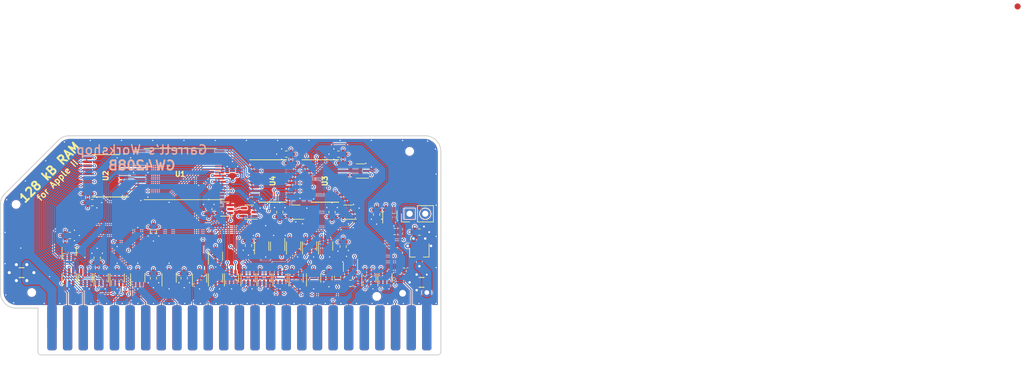
<source format=kicad_pcb>
(kicad_pcb (version 20171130) (host pcbnew "(5.1.5-0-10_14)")
  (layers (0 F.Cu signal) (1 In1.Cu power) (2 In2.Cu signal) (31 B.Cu power) (34 B.Paste user) (35 F.Paste user) (36 B.SilkS user hide) (37 F.SilkS user) (38 B.Mask user) (39 F.Mask user) (44 Edge.Cuts user))
  (net 0 "")
  (net 1 +5V)
  (net 2 GND)
  (net 3 /A4)
  (net 4 /D7)
  (net 5 /D6)
  (net 6 /A8)
  (net 7 /A7)
  (net 8 /A6)
  (net 9 /A5)
  (net 10 /A3)
  (net 11 /A2)
  (net 12 /A1)
  (net 13 /A0)
  (net 14 /A9)
  (net 15 /D1)
  (net 16 /D5)
  (net 17 /D0)
  (net 18 /D2)
  (net 19 /D3)
  (net 20 /D4)
  (net 21 /A10)
  (net 22 +12V)
  (net 23 -12V)
  (net 24 -5V)
  (net 25 /~IOSEL~)
  (net 26 /A11)
  (net 27 /A12)
  (net 28 /A13)
  (net 29 /A14)
  (net 30 /A15)
  (net 31 /~IOSTRB~)
  (net 32 /RDY)
  (net 33 /DMA)
  (net 34 /~NMI~)
  (net 35 /~IRQ~)
  (net 36 /~RES~)
  (net 37 /~INH~)
  (net 38 /COLORREF)
  (net 39 /7M)
  (net 40 /Q3)
  (net 41 /PHI1)
  (net 42 /USER1)
  (net 43 /PHI0)
  (net 44 /~DEVSEL~)
  (net 45 /INTin)
  (net 46 /DMAin)
  (net 47 /VIDSYNC)
  (net 48 /R~W~)
  (net 49 /DMAout)
  (net 50 "Net-(R1-Pad2)")
  (net 51 +3V3)
  (net 52 /INHOE)
  (net 53 "Net-(R3-Pad2)")
  (net 54 /~INHOE~)
  (net 55 /~A0)
  (net 56 /~A1)
  (net 57 /~A2)
  (net 58 /~A3)
  (net 59 /RR~W~)
  (net 60 /~A7)
  (net 61 "Net-(U1-Pad9)")
  (net 62 /RA16)
  (net 63 /RA15)
  (net 64 /RA14)
  (net 65 /~A6)
  (net 66 /RA12)
  (net 67 /~A5)
  (net 68 /~A4)
  (net 69 /~A8)
  (net 70 /~A9)
  (net 71 /~A10)
  (net 72 /~A11)
  (net 73 /RD4)
  (net 74 /RD5)
  (net 75 /RD6)
  (net 76 /RD7)
  (net 77 /RD0)
  (net 78 /RD1)
  (net 79 /RD2)
  (net 80 /RD3)
  (net 81 /R~CS~)
  (net 82 /RA13)
  (net 83 /BankAB)
  (net 84 /~A0XOR1~)
  (net 85 /ENRD)
  (net 86 /ENWR1)
  (net 87 /ENWR1A0)
  (net 88 /ENWR)
  (net 89 /~A2~clk)
  (net 90 "Net-(U3-Pad12)")
  (net 91 "Net-(U3-Pad15)")
  (net 92 "Net-(U3-Pad16)")
  (net 93 "Net-(U3-Pad19)")
  (net 94 "Net-(U4-Pad19)")
  (net 95 "Net-(U4-Pad16)")
  (net 96 "Net-(U4-Pad15)")
  (net 97 "Net-(U4-Pad12)")
  (net 98 /A2clk)
  (net 99 "Net-(U4-Pad9)")
  (net 100 "Net-(U5-Pad4)")
  (net 101 "Net-(U12-Pad4)")
  (net 102 "Net-(U19-Pad4)")
  (net 103 "Net-(U21-Pad2)")
  (net 104 "Net-(U21-Pad4)")
  (net 105 /R~R~W)
  (net 106 "Net-(U24-Pad2)")
  (net 107 "Net-(U26-Pad4)")
  (net 108 "Net-(U27-Pad4)")
  (net 109 /~A13)
  (net 110 /RCS)
  (net 111 "Net-(JP1-Pad2)")
  (net 112 "Net-(U22-Pad1)")
  (net 113 "Net-(U13-Pad1)")
  (net 114 "Net-(U6-Pad1)")
  (net 115 "Net-(U28-Pad1)")
  (module stdpads:C_0603 (layer F.Cu) (at 92.7 119.6 270)
    (fp_text reference C2)
    (fp_text value 2u2)
    (pad 2 smd roundrect (at 0.75 0 270) (size 0.85 0.95) (layers F.Cu F.Paste F.Mask) (net 2 GND))
    (pad 1 smd roundrect (at -0.75 0 270) (size 0.85 0.95) (layers F.Cu F.Paste F.Mask) (net 51 +3V3))
  )
  (module stdpads:C_0603 (layer F.Cu) (at 83.55 123.9 90)
    (fp_text reference C8)
    (fp_text value 2u2)
    (pad 2 smd roundrect (at 0.75 0 90) (size 0.85 0.95) (layers F.Cu F.Paste F.Mask) (net 2 GND))
    (pad 1 smd roundrect (at -0.75 0 90) (size 0.85 0.95) (layers F.Cu F.Paste F.Mask) (net 51 +3V3))
  )
  (module stdpads:C_0603 (layer F.Cu) (at 123.55 122.05 270)
    (fp_text reference C8)
    (fp_text value 2u2)
    (pad 2 smd roundrect (at 0.75 0 270) (size 0.85 0.95) (layers F.Cu F.Paste F.Mask) (net 2 GND))
    (pad 1 smd roundrect (at -0.75 0 270) (size 0.85 0.95) (layers F.Cu F.Paste F.Mask) (net 51 +3V3))
  )
  (module stdpads:C_0603 (layer F.Cu) (at 101.7 115.95 90)
    (fp_text reference C8)
    (fp_text value 2u2)
    (pad 2 smd roundrect (at 0.75 0 90) (size 0.85 0.95) (layers F.Cu F.Paste F.Mask) (net 2 GND))
    (pad 1 smd roundrect (at -0.75 0 90) (size 0.85 0.95) (layers F.Cu F.Paste F.Mask) (net 51 +3V3))
  )
  (module stdpads:C_0603 (layer F.Cu) (at 113.25 116.45 90)
    (fp_text reference C8)
    (fp_text value 2u2)
    (pad 2 smd roundrect (at 0.75 0 90) (size 0.85 0.95) (layers F.Cu F.Paste F.Mask) (net 2 GND))
    (pad 1 smd roundrect (at -0.75 0 90) (size 0.85 0.95) (layers F.Cu F.Paste F.Mask) (net 51 +3V3))
  )
  (module stdpads:C_0603 (layer F.Cu) (at 121.75 116.45 90)
    (fp_text reference C8)
    (fp_text value 2u2)
    (pad 2 smd roundrect (at 0.75 0 90) (size 0.85 0.95) (layers F.Cu F.Paste F.Mask) (net 2 GND))
    (pad 1 smd roundrect (at -0.75 0 90) (size 0.85 0.95) (layers F.Cu F.Paste F.Mask) (net 51 +3V3))
  )
  (module stdpads:C_0603 (layer F.Cu) (at 129 116.85 270)
    (fp_text reference C8)
    (fp_text value 2u2)
    (pad 2 smd roundrect (at 0.75 0 270) (size 0.85 0.95) (layers F.Cu F.Paste F.Mask) (net 2 GND))
    (pad 1 smd roundrect (at -0.75 0 270) (size 0.85 0.95) (layers F.Cu F.Paste F.Mask) (net 51 +3V3))
  )
  (module stdpads:C_0603 (layer F.Cu) (at 79.1 120.25)
    (fp_text reference C2)
    (fp_text value 2u2)
    (pad 2 smd roundrect (at 0.75 0) (size 0.85 0.95) (layers F.Cu F.Paste F.Mask) (net 2 GND))
    (pad 1 smd roundrect (at -0.75 0) (size 0.85 0.95) (layers F.Cu F.Paste F.Mask) (net 51 +3V3))
  )
  (module stdpads:SOT-23 (layer F.Cu) (at 135.95 123 90)
    (fp_text reference U35)
    (fp_text value XC6206PxxxMR)
    (pad 1 smd roundrect (at 1.05 0.95 270) (size 1.35 0.8) (layers F.Cu F.Paste F.Mask) (net 2 GND))
    (pad 2 smd roundrect (at 1.05 -0.95 270) (size 1.35 0.8) (layers F.Cu F.Paste F.Mask) (net 51 +3V3))
    (pad 3 smd roundrect (at -1.05 0 270) (size 1.35 0.8) (layers F.Cu F.Paste F.Mask) (net 1 +5V))
  )
  (module stdpads:SOT-353 (layer F.Cu) (at 115.9 116.45)
    (fp_text reference U8)
    (fp_text value 74LVC1G32GW)
    (pad 5 smd roundrect (at -0.85 0.65 180) (size 1 0.4) (layers F.Cu F.Paste F.Mask) (net 51 +3V3))
    (pad 4 smd roundrect (at -0.85 -0.65 180) (size 1 0.4) (layers F.Cu F.Paste F.Mask) (net 98 /A2clk))
    (pad 2 smd roundrect (at 0.85 0 180) (size 1 0.4) (layers F.Cu F.Paste F.Mask) (net 44 /~DEVSEL~))
    (pad 1 smd roundrect (at 0.85 0.65 180) (size 1 0.4) (layers F.Cu F.Paste F.Mask) (net 57 /~A2))
    (pad 3 smd roundrect (at 0.85 -0.65 180) (size 1 0.4) (layers F.Cu F.Paste F.Mask) (net 2 GND))
  )
  (module stdpads:C_0603 (layer F.Cu) (at 122.8 107 180)
    (fp_text reference C2)
    (fp_text value 2u2)
    (pad 2 smd roundrect (at 0.75 0 180) (size 0.85 0.95) (layers F.Cu F.Paste F.Mask) (net 2 GND))
    (pad 1 smd roundrect (at -0.75 0 180) (size 0.85 0.95) (layers F.Cu F.Paste F.Mask) (net 51 +3V3))
  )
  (module stdpads:C_0603 (layer F.Cu) (at 105.55 109.75 90)
    (fp_text reference C2)
    (fp_text value 2u2)
    (pad 2 smd roundrect (at 0.75 0 90) (size 0.85 0.95) (layers F.Cu F.Paste F.Mask) (net 2 GND))
    (pad 1 smd roundrect (at -0.75 0 90) (size 0.85 0.95) (layers F.Cu F.Paste F.Mask) (net 51 +3V3))
  )
  (module stdpads:C_0603 (layer F.Cu) (at 82.75 114.9)
    (fp_text reference C2)
    (fp_text value 2u2)
    (pad 2 smd roundrect (at 0.75 0) (size 0.85 0.95) (layers F.Cu F.Paste F.Mask) (net 2 GND))
    (pad 1 smd roundrect (at -0.75 0) (size 0.85 0.95) (layers F.Cu F.Paste F.Mask) (net 51 +3V3))
  )
  (module stdpads:C_0603 (layer F.Cu) (at 121.25 127.05 270)
    (fp_text reference C2)
    (fp_text value 2u2)
    (pad 2 smd roundrect (at 0.75 0 270) (size 0.85 0.95) (layers F.Cu F.Paste F.Mask) (net 2 GND))
    (pad 1 smd roundrect (at -0.75 0 270) (size 0.85 0.95) (layers F.Cu F.Paste F.Mask) (net 51 +3V3))
  )
  (module stdpads:C_0603 (layer F.Cu) (at 114.3 107 180)
    (fp_text reference C2)
    (fp_text value 2u2)
    (pad 2 smd roundrect (at 0.75 0 180) (size 0.85 0.95) (layers F.Cu F.Paste F.Mask) (net 2 GND))
    (pad 1 smd roundrect (at -0.75 0 180) (size 0.85 0.95) (layers F.Cu F.Paste F.Mask) (net 51 +3V3))
  )
  (module stdpads:C_0603 (layer F.Cu) (at 92.7 127.2 270)
    (fp_text reference C2)
    (fp_text value 2u2)
    (pad 2 smd roundrect (at 0.75 0 270) (size 0.85 0.95) (layers F.Cu F.Paste F.Mask) (net 2 GND))
    (pad 1 smd roundrect (at -0.75 0 270) (size 0.85 0.95) (layers F.Cu F.Paste F.Mask) (net 51 +3V3))
  )
  (module stdpads:SOT-353 (layer F.Cu) (at 84.2 127.2 270)
    (fp_text reference U9)
    (fp_text value 74LVC1G08GW)
    (pad 5 smd roundrect (at -0.85 0.65 90) (size 1 0.4) (layers F.Cu F.Paste F.Mask) (net 51 +3V3))
    (pad 4 smd roundrect (at -0.85 -0.65 90) (size 1 0.4) (layers F.Cu F.Paste F.Mask) (net 87 /ENWR1A0))
    (pad 2 smd roundrect (at 0.85 0 90) (size 1 0.4) (layers F.Cu F.Paste F.Mask) (net 13 /A0))
    (pad 1 smd roundrect (at 0.85 0.65 90) (size 1 0.4) (layers F.Cu F.Paste F.Mask) (net 86 /ENWR1))
    (pad 3 smd roundrect (at 0.85 -0.65 90) (size 1 0.4) (layers F.Cu F.Paste F.Mask) (net 2 GND))
  )
  (module stdpads:SOT-353 (layer F.Cu) (at 79 122.9 270)
    (fp_text reference U5)
    (fp_text value 74LVC1G08GW)
    (pad 5 smd roundrect (at -0.85 0.65 90) (size 1 0.4) (layers F.Cu F.Paste F.Mask) (net 51 +3V3))
    (pad 4 smd roundrect (at -0.85 -0.65 90) (size 1 0.4) (layers F.Cu F.Paste F.Mask) (net 100 "Net-(U5-Pad4)"))
    (pad 2 smd roundrect (at 0.85 0 90) (size 1 0.4) (layers F.Cu F.Paste F.Mask) (net 56 /~A1))
    (pad 1 smd roundrect (at 0.85 0.65 90) (size 1 0.4) (layers F.Cu F.Paste F.Mask) (net 55 /~A0))
    (pad 3 smd roundrect (at 0.85 -0.65 90) (size 1 0.4) (layers F.Cu F.Paste F.Mask) (net 2 GND))
  )
  (module stdpads:SOT-353 (layer F.Cu) (at 108.3 116.45)
    (fp_text reference U12)
    (fp_text value 74LVC1G08GW)
    (pad 5 smd roundrect (at -0.85 0.65 180) (size 1 0.4) (layers F.Cu F.Paste F.Mask) (net 51 +3V3))
    (pad 4 smd roundrect (at -0.85 -0.65 180) (size 1 0.4) (layers F.Cu F.Paste F.Mask) (net 101 "Net-(U12-Pad4)"))
    (pad 2 smd roundrect (at 0.85 0 180) (size 1 0.4) (layers F.Cu F.Paste F.Mask) (net 27 /A12))
    (pad 1 smd roundrect (at 0.85 0.65 180) (size 1 0.4) (layers F.Cu F.Paste F.Mask) (net 82 /RA13))
    (pad 3 smd roundrect (at 0.85 -0.65 180) (size 1 0.4) (layers F.Cu F.Paste F.Mask) (net 2 GND))
  )
  (module stdpads:SOT-363 (layer F.Cu) (at 86.8 127.2 90)
    (fp_text reference U15)
    (fp_text value 742G04GW)
    (pad 6 smd roundrect (at 0.85 -0.65 90) (size 1 0.4) (layers F.Cu F.Paste F.Mask) (net 57 /~A2))
    (pad 4 smd roundrect (at 0.85 0.65 90) (size 1 0.4) (layers F.Cu F.Paste F.Mask) (net 58 /~A3))
    (pad 2 smd roundrect (at -0.85 0 90) (size 1 0.4) (layers F.Cu F.Paste F.Mask) (net 2 GND))
    (pad 1 smd roundrect (at -0.85 -0.65 90) (size 1 0.4) (layers F.Cu F.Paste F.Mask) (net 11 /A2))
    (pad 3 smd roundrect (at -0.85 0.65 90) (size 1 0.4) (layers F.Cu F.Paste F.Mask) (net 10 /A3))
    (pad 5 smd roundrect (at 0.85 0 90) (size 1 0.4) (layers F.Cu F.Paste F.Mask) (net 51 +3V3))
  )
  (module stdpads:PasteHole_1.152mm_NPTH (layer F.Cu) (at 129.032 130.175 270)
    (fp_text reference H5)
    (fp_text value " " hide)
    (pad "" np_thru_hole circle (at 0 0 270) (size 1.152 1.152) (drill 1.152) (layers *.Cu *.Mask))
  )
  (module stdpads:AppleIIBus_Edge (layer F.Cu) (at 106.68 135.382)
    (fp_text reference J1)
    (fp_text value AppleIIBus)
    (pad 26 smd roundrect (at 30.48 -0.1 180) (size 1.524 7.34) (layers B.Cu B.Mask) (net 2 GND))
    (pad 27 smd roundrect (at 27.94 -0.1 180) (size 1.524 7.34) (layers B.Cu B.Mask) (net 46 /DMAin))
    (pad 28 smd roundrect (at 25.4 -0.1 180) (size 1.524 7.34) (layers B.Cu B.Mask) (net 45 /INTin))
    (pad 50 smd roundrect (at -30.48 -0.1 180) (size 1.524 7.34) (layers B.Cu B.Mask) (net 22 +12V))
    (pad 49 smd roundrect (at -27.94 -0.1 180) (size 1.524 7.34) (layers B.Cu B.Mask) (net 17 /D0))
    (pad 48 smd roundrect (at -25.4 -0.1 180) (size 1.524 7.34) (layers B.Cu B.Mask) (net 15 /D1))
    (pad 47 smd roundrect (at -22.86 -0.1 180) (size 1.524 7.34) (layers B.Cu B.Mask) (net 18 /D2))
    (pad 46 smd roundrect (at -20.32 -0.1 180) (size 1.524 7.34) (layers B.Cu B.Mask) (net 19 /D3))
    (pad 45 smd roundrect (at -17.78 -0.1 180) (size 1.524 7.34) (layers B.Cu B.Mask) (net 20 /D4))
    (pad 44 smd roundrect (at -15.24 -0.1 180) (size 1.524 7.34) (layers B.Cu B.Mask) (net 16 /D5))
    (pad 43 smd roundrect (at -12.7 -0.1 180) (size 1.524 7.34) (layers B.Cu B.Mask) (net 5 /D6))
    (pad 42 smd roundrect (at -10.16 -0.1 180) (size 1.524 7.34) (layers B.Cu B.Mask) (net 4 /D7))
    (pad 41 smd roundrect (at -7.62 -0.1 180) (size 1.524 7.34) (layers B.Cu B.Mask) (net 44 /~DEVSEL~))
    (pad 40 smd roundrect (at -5.08 -0.1 180) (size 1.524 7.34) (layers B.Cu B.Mask) (net 43 /PHI0))
    (pad 39 smd roundrect (at -2.54 -0.1 180) (size 1.524 7.34) (layers B.Cu B.Mask) (net 42 /USER1))
    (pad 38 smd roundrect (at 0 -0.1 180) (size 1.524 7.34) (layers B.Cu B.Mask) (net 41 /PHI1))
    (pad 37 smd roundrect (at 2.54 -0.1 180) (size 1.524 7.34) (layers B.Cu B.Mask) (net 40 /Q3))
    (pad 36 smd roundrect (at 5.08 -0.1 180) (size 1.524 7.34) (layers B.Cu B.Mask) (net 39 /7M))
    (pad 35 smd roundrect (at 7.62 -0.1 180) (size 1.524 7.34) (layers B.Cu B.Mask) (net 38 /COLORREF))
    (pad 34 smd roundrect (at 10.16 -0.1 180) (size 1.524 7.34) (layers B.Cu B.Mask) (net 24 -5V))
    (pad 33 smd roundrect (at 12.7 -0.1 180) (size 1.524 7.34) (layers B.Cu B.Mask) (net 23 -12V))
    (pad 32 smd roundrect (at 15.24 -0.1 180) (size 1.524 7.34) (layers B.Cu B.Mask) (net 37 /~INH~))
    (pad 31 smd roundrect (at 17.78 -0.1 180) (size 1.524 7.34) (layers B.Cu B.Mask) (net 36 /~RES~))
    (pad 30 smd roundrect (at 20.32 -0.1 180) (size 1.524 7.34) (layers B.Cu B.Mask) (net 35 /~IRQ~))
    (pad 29 smd roundrect (at 22.86 -0.1 180) (size 1.524 7.34) (layers B.Cu B.Mask) (net 34 /~NMI~))
    (pad 25 smd roundrect (at 30.48 -0.1 180) (size 1.524 7.34) (layers F.Cu F.Mask) (net 1 +5V))
    (pad 24 smd roundrect (at 27.94 -0.1 180) (size 1.524 7.34) (layers F.Cu F.Mask) (net 49 /DMAout))
    (pad 23 smd roundrect (at 25.4 -0.1 180) (size 1.524 7.34) (layers F.Cu F.Mask) (net 45 /INTin))
    (pad 22 smd roundrect (at 22.86 -0.1 180) (size 1.524 7.34) (layers F.Cu F.Mask) (net 33 /DMA))
    (pad 21 smd roundrect (at 20.32 -0.1 180) (size 1.524 7.34) (layers F.Cu F.Mask) (net 32 /RDY))
    (pad 20 smd roundrect (at 17.78 -0.1 180) (size 1.524 7.34) (layers F.Cu F.Mask) (net 31 /~IOSTRB~))
    (pad 19 smd roundrect (at 15.24 -0.1 180) (size 1.524 7.34) (layers F.Cu F.Mask) (net 47 /VIDSYNC))
    (pad 18 smd roundrect (at 12.7 -0.1 180) (size 1.524 7.34) (layers F.Cu F.Mask) (net 48 /R~W~))
    (pad 17 smd roundrect (at 10.16 -0.1 180) (size 1.524 7.34) (layers F.Cu F.Mask) (net 30 /A15))
    (pad 16 smd roundrect (at 7.62 -0.1 180) (size 1.524 7.34) (layers F.Cu F.Mask) (net 29 /A14))
    (pad 15 smd roundrect (at 5.08 -0.1 180) (size 1.524 7.34) (layers F.Cu F.Mask) (net 28 /A13))
    (pad 14 smd roundrect (at 2.54 -0.1 180) (size 1.524 7.34) (layers F.Cu F.Mask) (net 27 /A12))
    (pad 13 smd roundrect (at 0 -0.1 180) (size 1.524 7.34) (layers F.Cu F.Mask) (net 26 /A11))
    (pad 12 smd roundrect (at -2.54 -0.1 180) (size 1.524 7.34) (layers F.Cu F.Mask) (net 21 /A10))
    (pad 11 smd roundrect (at -5.08 -0.1 180) (size 1.524 7.34) (layers F.Cu F.Mask) (net 14 /A9))
    (pad 10 smd roundrect (at -7.62 -0.1 180) (size 1.524 7.34) (layers F.Cu F.Mask) (net 6 /A8))
    (pad 9 smd roundrect (at -10.16 -0.1 180) (size 1.524 7.34) (layers F.Cu F.Mask) (net 7 /A7))
    (pad 8 smd roundrect (at -12.7 -0.1 180) (size 1.524 7.34) (layers F.Cu F.Mask) (net 8 /A6))
    (pad 7 smd roundrect (at -15.24 -0.1 180) (size 1.524 7.34) (layers F.Cu F.Mask) (net 9 /A5))
    (pad 6 smd roundrect (at -17.78 -0.1 180) (size 1.524 7.34) (layers F.Cu F.Mask) (net 3 /A4))
    (pad 5 smd roundrect (at -20.32 -0.1 180) (size 1.524 7.34) (layers F.Cu F.Mask) (net 10 /A3))
    (pad 4 smd roundrect (at -22.86 -0.1 180) (size 1.524 7.34) (layers F.Cu F.Mask) (net 11 /A2))
    (pad 3 smd roundrect (at -25.4 -0.1 180) (size 1.524 7.34) (layers F.Cu F.Mask) (net 12 /A1))
    (pad 2 smd roundrect (at -27.94 -0.1 180) (size 1.524 7.34) (layers F.Cu F.Mask) (net 13 /A0))
    (pad 1 smd roundrect (at -30.48 -0.1 180) (size 1.524 7.34) (layers F.Cu F.Mask) (net 25 /~IOSEL~))
  )
  (module stdpads:Fiducial (layer F.Cu) (at 70.358 117.729 90)
    (fp_text reference FID2)
    (fp_text value Fiducial hide)
    (pad ~ smd circle (at 0 0 90) (size 1 1) (layers F.Cu F.Mask) (clearance 0.575))
  )
  (module stdpads:Fiducial (layer F.Cu) (at 136.906 106.553 270)
    (fp_text reference FID3)
    (fp_text value Fiducial hide)
    (pad ~ smd circle (at 0 0 270) (size 1 1) (layers F.Cu F.Mask) (clearance 0.575))
  )
  (module stdpads:Fiducial (layer F.Cu) (at 70.358 129.54)
    (fp_text reference FID1)
    (fp_text value Fiducial hide)
    (pad ~ smd circle (at 0 0) (size 1 1) (layers F.Cu F.Mask) (clearance 0.575))
  )
  (module stdpads:PasteHole_1.152mm_NPTH (layer F.Cu) (at 70.358 115.189 90)
    (fp_text reference H2)
    (fp_text value " " hide)
    (pad "" np_thru_hole circle (at 0 0 90) (size 1.152 1.152) (drill 1.152) (layers *.Cu *.Mask))
  )
  (module stdpads:PasteHole_1.152mm_NPTH (layer F.Cu) (at 134.366 106.553 270)
    (fp_text reference H3)
    (fp_text value " " hide)
    (pad "" np_thru_hole circle (at 0 0 270) (size 1.152 1.152) (drill 1.152) (layers *.Cu *.Mask))
  )
  (module stdpads:PasteHole_1.152mm_NPTH (layer F.Cu) (at 72.898 129.54)
    (fp_text reference H1)
    (fp_text value " " hide)
    (pad "" np_thru_hole circle (at 0 0) (size 1.152 1.152) (drill 1.152) (layers *.Cu *.Mask))
  )
  (module stdpads:PasteHole_1.1mm_PTH (layer F.Cu) (at 133.223 129.667)
    (fp_text reference H4)
    (fp_text value " " hide)
    (pad 1 thru_hole circle (at 0 0) (size 2 2) (drill 1.1) (layers *.Cu *.Mask) (net 2 GND))
  )
  (module stdpads:C_0805 (layer F.Cu) (at 136.31 127.889 180)
    (fp_text reference C11)
    (fp_text value 10u)
    (pad 2 smd roundrect (at 0.85 0 180) (size 1.05 1.4) (layers F.Cu F.Paste F.Mask) (net 2 GND))
    (pad 1 smd roundrect (at -0.85 0 180) (size 1.05 1.4) (layers F.Cu F.Paste F.Mask) (net 1 +5V))
  )
  (module stdpads:C_0805 (layer F.Cu) (at 71.25 126.3 180)
    (fp_text reference C12)
    (fp_text value 10u)
    (pad 2 smd roundrect (at 0.85 0 180) (size 1.05 1.4) (layers F.Cu F.Paste F.Mask) (net 2 GND))
    (pad 1 smd roundrect (at -0.85 0 180) (size 1.05 1.4) (layers F.Cu F.Paste F.Mask) (net 22 +12V))
  )
  (module stdpads:R_0603 (layer F.Cu) (at 124.75 128.05 180)
    (fp_text reference R1)
    (fp_text value 3k3)
    (pad 1 smd roundrect (at -0.8 0 180) (size 0.7 0.95) (layers F.Cu F.Paste F.Mask) (net 51 +3V3))
    (pad 2 smd roundrect (at 0.8 0 180) (size 0.7 0.95) (layers F.Cu F.Paste F.Mask) (net 50 "Net-(R1-Pad2)"))
  )
  (module stdpads:R_0603 (layer F.Cu) (at 133.45 126.05 180)
    (fp_text reference R3)
    (fp_text value 30)
    (pad 1 smd roundrect (at -0.8 0 180) (size 0.7 0.95) (layers F.Cu F.Paste F.Mask) (net 49 /DMAout))
    (pad 2 smd roundrect (at 0.8 0 180) (size 0.7 0.95) (layers F.Cu F.Paste F.Mask) (net 53 "Net-(R3-Pad2)"))
  )
  (module stdpads:R_0603 (layer F.Cu) (at 122.65 127.05 90)
    (fp_text reference R4)
    (fp_text value 30)
    (pad 1 smd roundrect (at -0.8 0 90) (size 0.7 0.95) (layers F.Cu F.Paste F.Mask) (net 37 /~INH~))
    (pad 2 smd roundrect (at 0.8 0 90) (size 0.7 0.95) (layers F.Cu F.Paste F.Mask) (net 50 "Net-(R1-Pad2)"))
  )
  (module stdpads:TSSOP-20_4.4x6.5mm_P0.65mm (layer F.Cu) (at 84.95 110.525 90)
    (fp_text reference U2)
    (fp_text value 74AHC245PW)
    (fp_text user %R (at 0 0 90) (layer F.SilkS) (effects (font (size 0.8128 0.8128) (thickness 0.2032))))
    (pad 20 smd roundrect (at -2.925 -2.95 180) (size 1.45 0.45) (layers F.Cu F.Paste F.Mask) (net 51 +3V3))
    (pad 19 smd roundrect (at -2.275 -2.95 180) (size 1.45 0.45) (layers F.Cu F.Paste F.Mask) (net 81 /R~CS~))
    (pad 18 smd roundrect (at -1.625 -2.95 180) (size 1.45 0.45) (layers F.Cu F.Paste F.Mask) (net 4 /D7))
    (pad 17 smd roundrect (at -0.975 -2.95 180) (size 1.45 0.45) (layers F.Cu F.Paste F.Mask) (net 5 /D6))
    (pad 16 smd roundrect (at -0.325 -2.95 180) (size 1.45 0.45) (layers F.Cu F.Paste F.Mask) (net 16 /D5))
    (pad 15 smd roundrect (at 0.325 -2.95 180) (size 1.45 0.45) (layers F.Cu F.Paste F.Mask) (net 20 /D4))
    (pad 14 smd roundrect (at 0.975 -2.95 180) (size 1.45 0.45) (layers F.Cu F.Paste F.Mask) (net 19 /D3))
    (pad 13 smd roundrect (at 1.625 -2.95 180) (size 1.45 0.45) (layers F.Cu F.Paste F.Mask) (net 18 /D2))
    (pad 12 smd roundrect (at 2.275 -2.95 180) (size 1.45 0.45) (layers F.Cu F.Paste F.Mask) (net 15 /D1))
    (pad 11 smd roundrect (at 2.925 -2.95 180) (size 1.45 0.45) (layers F.Cu F.Paste F.Mask) (net 17 /D0))
    (pad 10 smd roundrect (at 2.925 2.95 180) (size 1.45 0.45) (layers F.Cu F.Paste F.Mask) (net 2 GND))
    (pad 9 smd roundrect (at 2.275 2.95 180) (size 1.45 0.45) (layers F.Cu F.Paste F.Mask) (net 73 /RD4))
    (pad 8 smd roundrect (at 1.625 2.95 180) (size 1.45 0.45) (layers F.Cu F.Paste F.Mask) (net 74 /RD5))
    (pad 7 smd roundrect (at 0.975 2.95 180) (size 1.45 0.45) (layers F.Cu F.Paste F.Mask) (net 75 /RD6))
    (pad 6 smd roundrect (at 0.325 2.95 180) (size 1.45 0.45) (layers F.Cu F.Paste F.Mask) (net 76 /RD7))
    (pad 5 smd roundrect (at -0.325 2.95 180) (size 1.45 0.45) (layers F.Cu F.Paste F.Mask) (net 77 /RD0))
    (pad 4 smd roundrect (at -0.975 2.95 180) (size 1.45 0.45) (layers F.Cu F.Paste F.Mask) (net 78 /RD1))
    (pad 3 smd roundrect (at -1.625 2.95 180) (size 1.45 0.45) (layers F.Cu F.Paste F.Mask) (net 79 /RD2))
    (pad 2 smd roundrect (at -2.275 2.95 180) (size 1.45 0.45) (layers F.Cu F.Paste F.Mask) (net 80 /RD3))
    (pad 1 smd roundrect (at -2.925 2.95 180) (size 1.45 0.45) (layers F.Cu F.Paste F.Mask) (net 59 /RR~W~))
  )
  (module stdpads:TSSOP-20_4.4x6.5mm_P0.65mm (layer F.Cu) (at 112.1 111.375 270)
    (fp_text reference U4)
    (fp_text value 74HCT273PW)
    (fp_text user %R (at 0 0 90) (layer F.SilkS) (effects (font (size 0.8128 0.8128) (thickness 0.2032))))
    (pad 20 smd roundrect (at -2.925 -2.95) (size 1.45 0.45) (layers F.Cu F.Paste F.Mask) (net 51 +3V3))
    (pad 19 smd roundrect (at -2.275 -2.95) (size 1.45 0.45) (layers F.Cu F.Paste F.Mask) (net 94 "Net-(U4-Pad19)"))
    (pad 18 smd roundrect (at -1.625 -2.95) (size 1.45 0.45) (layers F.Cu F.Paste F.Mask) (net 2 GND))
    (pad 17 smd roundrect (at -0.975 -2.95) (size 1.45 0.45) (layers F.Cu F.Paste F.Mask) (net 2 GND))
    (pad 16 smd roundrect (at -0.325 -2.95) (size 1.45 0.45) (layers F.Cu F.Paste F.Mask) (net 95 "Net-(U4-Pad16)"))
    (pad 15 smd roundrect (at 0.325 -2.95) (size 1.45 0.45) (layers F.Cu F.Paste F.Mask) (net 96 "Net-(U4-Pad15)"))
    (pad 14 smd roundrect (at 0.975 -2.95) (size 1.45 0.45) (layers F.Cu F.Paste F.Mask) (net 2 GND))
    (pad 13 smd roundrect (at 1.625 -2.95) (size 1.45 0.45) (layers F.Cu F.Paste F.Mask) (net 2 GND))
    (pad 12 smd roundrect (at 2.275 -2.95) (size 1.45 0.45) (layers F.Cu F.Paste F.Mask) (net 97 "Net-(U4-Pad12)"))
    (pad 11 smd roundrect (at 2.925 -2.95) (size 1.45 0.45) (layers F.Cu F.Paste F.Mask) (net 98 /A2clk))
    (pad 10 smd roundrect (at 2.925 2.95) (size 1.45 0.45) (layers F.Cu F.Paste F.Mask) (net 2 GND))
    (pad 9 smd roundrect (at 2.275 2.95) (size 1.45 0.45) (layers F.Cu F.Paste F.Mask) (net 99 "Net-(U4-Pad9)"))
    (pad 8 smd roundrect (at 1.625 2.95) (size 1.45 0.45) (layers F.Cu F.Paste F.Mask) (net 2 GND))
    (pad 7 smd roundrect (at 0.975 2.95) (size 1.45 0.45) (layers F.Cu F.Paste F.Mask) (net 10 /A3))
    (pad 6 smd roundrect (at 0.325 2.95) (size 1.45 0.45) (layers F.Cu F.Paste F.Mask) (net 62 /RA16))
    (pad 5 smd roundrect (at -0.325 2.95) (size 1.45 0.45) (layers F.Cu F.Paste F.Mask) (net 63 /RA15))
    (pad 4 smd roundrect (at -0.975 2.95) (size 1.45 0.45) (layers F.Cu F.Paste F.Mask) (net 12 /A1))
    (pad 3 smd roundrect (at -1.625 2.95) (size 1.45 0.45) (layers F.Cu F.Paste F.Mask) (net 13 /A0))
    (pad 2 smd roundrect (at -2.275 2.95) (size 1.45 0.45) (layers F.Cu F.Paste F.Mask) (net 64 /RA14))
    (pad 1 smd roundrect (at -2.925 2.95) (size 1.45 0.45) (layers F.Cu F.Paste F.Mask) (net 36 /~RES~))
  )
  (module stdpads:TSSOP-20_4.4x6.5mm_P0.65mm (layer F.Cu) (at 120.6 111.375 270)
    (fp_text reference U3)
    (fp_text value 74HCT273PW)
    (fp_text user %R (at 0 0 90) (layer F.SilkS) (effects (font (size 0.8128 0.8128) (thickness 0.2032))))
    (pad 20 smd roundrect (at -2.925 -2.95) (size 1.45 0.45) (layers F.Cu F.Paste F.Mask) (net 51 +3V3))
    (pad 19 smd roundrect (at -2.275 -2.95) (size 1.45 0.45) (layers F.Cu F.Paste F.Mask) (net 93 "Net-(U3-Pad19)"))
    (pad 18 smd roundrect (at -1.625 -2.95) (size 1.45 0.45) (layers F.Cu F.Paste F.Mask) (net 2 GND))
    (pad 17 smd roundrect (at -0.975 -2.95) (size 1.45 0.45) (layers F.Cu F.Paste F.Mask) (net 51 +3V3))
    (pad 16 smd roundrect (at -0.325 -2.95) (size 1.45 0.45) (layers F.Cu F.Paste F.Mask) (net 92 "Net-(U3-Pad16)"))
    (pad 15 smd roundrect (at 0.325 -2.95) (size 1.45 0.45) (layers F.Cu F.Paste F.Mask) (net 91 "Net-(U3-Pad15)"))
    (pad 14 smd roundrect (at 0.975 -2.95) (size 1.45 0.45) (layers F.Cu F.Paste F.Mask) (net 2 GND))
    (pad 13 smd roundrect (at 1.625 -2.95) (size 1.45 0.45) (layers F.Cu F.Paste F.Mask) (net 2 GND))
    (pad 12 smd roundrect (at 2.275 -2.95) (size 1.45 0.45) (layers F.Cu F.Paste F.Mask) (net 90 "Net-(U3-Pad12)"))
    (pad 11 smd roundrect (at 2.925 -2.95) (size 1.45 0.45) (layers F.Cu F.Paste F.Mask) (net 89 /~A2~clk))
    (pad 10 smd roundrect (at 2.925 2.95) (size 1.45 0.45) (layers F.Cu F.Paste F.Mask) (net 2 GND))
    (pad 9 smd roundrect (at 2.275 2.95) (size 1.45 0.45) (layers F.Cu F.Paste F.Mask) (net 88 /ENWR))
    (pad 8 smd roundrect (at 1.625 2.95) (size 1.45 0.45) (layers F.Cu F.Paste F.Mask) (net 87 /ENWR1A0))
    (pad 7 smd roundrect (at 0.975 2.95) (size 1.45 0.45) (layers F.Cu F.Paste F.Mask) (net 13 /A0))
    (pad 6 smd roundrect (at 0.325 2.95) (size 1.45 0.45) (layers F.Cu F.Paste F.Mask) (net 86 /ENWR1))
    (pad 5 smd roundrect (at -0.325 2.95) (size 1.45 0.45) (layers F.Cu F.Paste F.Mask) (net 85 /ENRD))
    (pad 4 smd roundrect (at -0.975 2.95) (size 1.45 0.45) (layers F.Cu F.Paste F.Mask) (net 84 /~A0XOR1~))
    (pad 3 smd roundrect (at -1.625 2.95) (size 1.45 0.45) (layers F.Cu F.Paste F.Mask) (net 10 /A3))
    (pad 2 smd roundrect (at -2.275 2.95) (size 1.45 0.45) (layers F.Cu F.Paste F.Mask) (net 83 /BankAB))
    (pad 1 smd roundrect (at -2.925 2.95) (size 1.45 0.45) (layers F.Cu F.Paste F.Mask) (net 36 /~RES~))
  )
  (module stdpads:SOT-353 (layer F.Cu) (at 126.4 109.75)
    (fp_text reference U6)
    (fp_text value 74LVC1G32GW)
    (pad 5 smd roundrect (at -0.85 0.65 180) (size 1 0.4) (layers F.Cu F.Paste F.Mask) (net 51 +3V3))
    (pad 4 smd roundrect (at -0.85 -0.65 180) (size 1 0.4) (layers F.Cu F.Paste F.Mask) (net 84 /~A0XOR1~))
    (pad 2 smd roundrect (at 0.85 0 180) (size 1 0.4) (layers F.Cu F.Paste F.Mask) (net 100 "Net-(U5-Pad4)"))
    (pad 1 smd roundrect (at 0.85 0.65 180) (size 1 0.4) (layers F.Cu F.Paste F.Mask) (net 114 "Net-(U6-Pad1)"))
    (pad 3 smd roundrect (at 0.85 -0.65 180) (size 1 0.4) (layers F.Cu F.Paste F.Mask) (net 2 GND))
  )
  (module stdpads:SOT-353 (layer F.Cu) (at 81.6 127.2 270)
    (fp_text reference U7)
    (fp_text value 74LVC1G08GW)
    (pad 5 smd roundrect (at -0.85 0.65 90) (size 1 0.4) (layers F.Cu F.Paste F.Mask) (net 51 +3V3))
    (pad 4 smd roundrect (at -0.85 -0.65 90) (size 1 0.4) (layers F.Cu F.Paste F.Mask) (net 114 "Net-(U6-Pad1)"))
    (pad 2 smd roundrect (at 0.85 0 90) (size 1 0.4) (layers F.Cu F.Paste F.Mask) (net 12 /A1))
    (pad 1 smd roundrect (at 0.85 0.65 90) (size 1 0.4) (layers F.Cu F.Paste F.Mask) (net 13 /A0))
    (pad 3 smd roundrect (at 0.85 -0.65 90) (size 1 0.4) (layers F.Cu F.Paste F.Mask) (net 2 GND))
  )
  (module stdpads:SOT-363 (layer F.Cu) (at 79 127.2 90)
    (fp_text reference U10)
    (fp_text value 742G04GW)
    (pad 6 smd roundrect (at 0.85 -0.65 90) (size 1 0.4) (layers F.Cu F.Paste F.Mask) (net 55 /~A0))
    (pad 4 smd roundrect (at 0.85 0.65 90) (size 1 0.4) (layers F.Cu F.Paste F.Mask) (net 56 /~A1))
    (pad 2 smd roundrect (at -0.85 0 90) (size 1 0.4) (layers F.Cu F.Paste F.Mask) (net 2 GND))
    (pad 1 smd roundrect (at -0.85 -0.65 90) (size 1 0.4) (layers F.Cu F.Paste F.Mask) (net 13 /A0))
    (pad 3 smd roundrect (at -0.85 0.65 90) (size 1 0.4) (layers F.Cu F.Paste F.Mask) (net 12 /A1))
    (pad 5 smd roundrect (at 0.85 0 90) (size 1 0.4) (layers F.Cu F.Paste F.Mask) (net 51 +3V3))
  )
  (module stdpads:SOT-353 (layer F.Cu) (at 124.75 125.4 90)
    (fp_text reference U11)
    (fp_text value 74LVC1G125GW)
    (pad 5 smd roundrect (at -0.85 0.65 270) (size 1 0.4) (layers F.Cu F.Paste F.Mask) (net 51 +3V3))
    (pad 4 smd roundrect (at -0.85 -0.65 270) (size 1 0.4) (layers F.Cu F.Paste F.Mask) (net 50 "Net-(R1-Pad2)"))
    (pad 2 smd roundrect (at 0.85 0 270) (size 1 0.4) (layers F.Cu F.Paste F.Mask) (net 2 GND))
    (pad 1 smd roundrect (at 0.85 0.65 270) (size 1 0.4) (layers F.Cu F.Paste F.Mask) (net 54 /~INHOE~))
    (pad 3 smd roundrect (at 0.85 -0.65 270) (size 1 0.4) (layers F.Cu F.Paste F.Mask) (net 2 GND))
  )
  (module stdpads:SOT-353 (layer F.Cu) (at 104.35 115.95)
    (fp_text reference U13)
    (fp_text value 74LVC1G32GW)
    (pad 5 smd roundrect (at -0.85 0.65 180) (size 1 0.4) (layers F.Cu F.Paste F.Mask) (net 51 +3V3))
    (pad 4 smd roundrect (at -0.85 -0.65 180) (size 1 0.4) (layers F.Cu F.Paste F.Mask) (net 66 /RA12))
    (pad 2 smd roundrect (at 0.85 0 180) (size 1 0.4) (layers F.Cu F.Paste F.Mask) (net 101 "Net-(U12-Pad4)"))
    (pad 1 smd roundrect (at 0.85 0.65 180) (size 1 0.4) (layers F.Cu F.Paste F.Mask) (net 113 "Net-(U13-Pad1)"))
    (pad 3 smd roundrect (at 0.85 -0.65 180) (size 1 0.4) (layers F.Cu F.Paste F.Mask) (net 2 GND))
  )
  (module stdpads:SOT-353 (layer F.Cu) (at 108.1 127.2 270)
    (fp_text reference U14)
    (fp_text value 74LVC1G08GW)
    (pad 5 smd roundrect (at -0.85 0.65 90) (size 1 0.4) (layers F.Cu F.Paste F.Mask) (net 51 +3V3))
    (pad 4 smd roundrect (at -0.85 -0.65 90) (size 1 0.4) (layers F.Cu F.Paste F.Mask) (net 113 "Net-(U13-Pad1)"))
    (pad 2 smd roundrect (at 0.85 0 90) (size 1 0.4) (layers F.Cu F.Paste F.Mask) (net 83 /BankAB))
    (pad 1 smd roundrect (at 0.85 0.65 90) (size 1 0.4) (layers F.Cu F.Paste F.Mask) (net 109 /~A13))
    (pad 3 smd roundrect (at 0.85 -0.65 90) (size 1 0.4) (layers F.Cu F.Paste F.Mask) (net 2 GND))
  )
  (module stdpads:SOT-353 (layer F.Cu) (at 124.4 116.45)
    (fp_text reference U16)
    (fp_text value 74LVC1G32GW)
    (pad 5 smd roundrect (at -0.85 0.65 180) (size 1 0.4) (layers F.Cu F.Paste F.Mask) (net 51 +3V3))
    (pad 4 smd roundrect (at -0.85 -0.65 180) (size 1 0.4) (layers F.Cu F.Paste F.Mask) (net 89 /~A2~clk))
    (pad 2 smd roundrect (at 0.85 0 180) (size 1 0.4) (layers F.Cu F.Paste F.Mask) (net 44 /~DEVSEL~))
    (pad 1 smd roundrect (at 0.85 0.65 180) (size 1 0.4) (layers F.Cu F.Paste F.Mask) (net 11 /A2))
    (pad 3 smd roundrect (at 0.85 -0.65 180) (size 1 0.4) (layers F.Cu F.Paste F.Mask) (net 2 GND))
  )
  (module stdpads:SOT-363 (layer F.Cu) (at 90.15 127.2 90)
    (fp_text reference U17)
    (fp_text value 742G04GW)
    (pad 6 smd roundrect (at 0.85 -0.65 90) (size 1 0.4) (layers F.Cu F.Paste F.Mask) (net 68 /~A4))
    (pad 4 smd roundrect (at 0.85 0.65 90) (size 1 0.4) (layers F.Cu F.Paste F.Mask) (net 67 /~A5))
    (pad 2 smd roundrect (at -0.85 0 90) (size 1 0.4) (layers F.Cu F.Paste F.Mask) (net 2 GND))
    (pad 1 smd roundrect (at -0.85 -0.65 90) (size 1 0.4) (layers F.Cu F.Paste F.Mask) (net 3 /A4))
    (pad 3 smd roundrect (at -0.85 0.65 90) (size 1 0.4) (layers F.Cu F.Paste F.Mask) (net 9 /A5))
    (pad 5 smd roundrect (at 0.85 0 90) (size 1 0.4) (layers F.Cu F.Paste F.Mask) (net 51 +3V3))
  )
  (module stdpads:SOT-363 (layer F.Cu) (at 95.25 127.2 90)
    (fp_text reference U18)
    (fp_text value 742G04GW)
    (pad 6 smd roundrect (at 0.85 -0.65 90) (size 1 0.4) (layers F.Cu F.Paste F.Mask) (net 65 /~A6))
    (pad 4 smd roundrect (at 0.85 0.65 90) (size 1 0.4) (layers F.Cu F.Paste F.Mask) (net 60 /~A7))
    (pad 2 smd roundrect (at -0.85 0 90) (size 1 0.4) (layers F.Cu F.Paste F.Mask) (net 2 GND))
    (pad 1 smd roundrect (at -0.85 -0.65 90) (size 1 0.4) (layers F.Cu F.Paste F.Mask) (net 8 /A6))
    (pad 3 smd roundrect (at -0.85 0.65 90) (size 1 0.4) (layers F.Cu F.Paste F.Mask) (net 7 /A7))
    (pad 5 smd roundrect (at 0.85 0 90) (size 1 0.4) (layers F.Cu F.Paste F.Mask) (net 51 +3V3))
  )
  (module stdpads:SOT-363 (layer F.Cu) (at 100.2 127.2 90)
    (fp_text reference U20)
    (fp_text value 742G04GW)
    (pad 6 smd roundrect (at 0.85 -0.65 90) (size 1 0.4) (layers F.Cu F.Paste F.Mask) (net 69 /~A8))
    (pad 4 smd roundrect (at 0.85 0.65 90) (size 1 0.4) (layers F.Cu F.Paste F.Mask) (net 70 /~A9))
    (pad 2 smd roundrect (at -0.85 0 90) (size 1 0.4) (layers F.Cu F.Paste F.Mask) (net 2 GND))
    (pad 1 smd roundrect (at -0.85 -0.65 90) (size 1 0.4) (layers F.Cu F.Paste F.Mask) (net 6 /A8))
    (pad 3 smd roundrect (at -0.85 0.65 90) (size 1 0.4) (layers F.Cu F.Paste F.Mask) (net 14 /A9))
    (pad 5 smd roundrect (at 0.85 0 90) (size 1 0.4) (layers F.Cu F.Paste F.Mask) (net 51 +3V3))
  )
  (module stdpads:SOT-353 (layer F.Cu) (at 130.35 127.2 270)
    (fp_text reference U22)
    (fp_text value 74LVC1G08GW)
    (pad 5 smd roundrect (at -0.85 0.65 90) (size 1 0.4) (layers F.Cu F.Paste F.Mask) (net 51 +3V3))
    (pad 4 smd roundrect (at -0.85 -0.65 90) (size 1 0.4) (layers F.Cu F.Paste F.Mask) (net 53 "Net-(R3-Pad2)"))
    (pad 2 smd roundrect (at 0.85 0 90) (size 1 0.4) (layers F.Cu F.Paste F.Mask) (net 46 /DMAin))
    (pad 1 smd roundrect (at 0.85 0.65 90) (size 1 0.4) (layers F.Cu F.Paste F.Mask) (net 112 "Net-(U22-Pad1)"))
    (pad 3 smd roundrect (at 0.85 -0.65 90) (size 1 0.4) (layers F.Cu F.Paste F.Mask) (net 2 GND))
  )
  (module stdpads:SOT-363 (layer F.Cu) (at 105.4 127.2 90)
    (fp_text reference U25)
    (fp_text value 742G04GW)
    (pad 6 smd roundrect (at 0.85 -0.65 90) (size 1 0.4) (layers F.Cu F.Paste F.Mask) (net 71 /~A10))
    (pad 4 smd roundrect (at 0.85 0.65 90) (size 1 0.4) (layers F.Cu F.Paste F.Mask) (net 72 /~A11))
    (pad 2 smd roundrect (at -0.85 0 90) (size 1 0.4) (layers F.Cu F.Paste F.Mask) (net 2 GND))
    (pad 1 smd roundrect (at -0.85 -0.65 90) (size 1 0.4) (layers F.Cu F.Paste F.Mask) (net 21 /A10))
    (pad 3 smd roundrect (at -0.85 0.65 90) (size 1 0.4) (layers F.Cu F.Paste F.Mask) (net 26 /A11))
    (pad 5 smd roundrect (at 0.85 0 90) (size 1 0.4) (layers F.Cu F.Paste F.Mask) (net 51 +3V3))
  )
  (module stdpads:SOT-353 (layer F.Cu) (at 115.9 127.2 270)
    (fp_text reference U26)
    (fp_text value 74LVC1G08GW)
    (pad 5 smd roundrect (at -0.85 0.65 90) (size 1 0.4) (layers F.Cu F.Paste F.Mask) (net 51 +3V3))
    (pad 4 smd roundrect (at -0.85 -0.65 90) (size 1 0.4) (layers F.Cu F.Paste F.Mask) (net 107 "Net-(U26-Pad4)"))
    (pad 2 smd roundrect (at 0.85 0 90) (size 1 0.4) (layers F.Cu F.Paste F.Mask) (net 30 /A15))
    (pad 1 smd roundrect (at 0.85 0.65 90) (size 1 0.4) (layers F.Cu F.Paste F.Mask) (net 29 /A14))
    (pad 3 smd roundrect (at 0.85 -0.65 90) (size 1 0.4) (layers F.Cu F.Paste F.Mask) (net 2 GND))
  )
  (module stdpads:SOT-353 (layer F.Cu) (at 127.75 127.2 270)
    (fp_text reference U27)
    (fp_text value 74LVC1G08GW)
    (pad 5 smd roundrect (at -0.85 0.65 90) (size 1 0.4) (layers F.Cu F.Paste F.Mask) (net 51 +3V3))
    (pad 4 smd roundrect (at -0.85 -0.65 90) (size 1 0.4) (layers F.Cu F.Paste F.Mask) (net 108 "Net-(U27-Pad4)"))
    (pad 2 smd roundrect (at 0.85 0 90) (size 1 0.4) (layers F.Cu F.Paste F.Mask) (net 46 /DMAin))
    (pad 1 smd roundrect (at 0.85 0.65 90) (size 1 0.4) (layers F.Cu F.Paste F.Mask) (net 52 /INHOE))
    (pad 3 smd roundrect (at 0.85 -0.65 90) (size 1 0.4) (layers F.Cu F.Paste F.Mask) (net 2 GND))
  )
  (module stdpads:SOT-363 (layer F.Cu) (at 113.3 127.2 90)
    (fp_text reference U29)
    (fp_text value 742G04GW)
    (pad 6 smd roundrect (at 0.85 -0.65 90) (size 1 0.4) (layers F.Cu F.Paste F.Mask) (net 109 /~A13))
    (pad 4 smd roundrect (at 0.85 0.65 90) (size 1 0.4) (layers F.Cu F.Paste F.Mask) (net 82 /RA13))
    (pad 2 smd roundrect (at -0.85 0 90) (size 1 0.4) (layers F.Cu F.Paste F.Mask) (net 2 GND))
    (pad 1 smd roundrect (at -0.85 -0.65 90) (size 1 0.4) (layers F.Cu F.Paste F.Mask) (net 28 /A13))
    (pad 3 smd roundrect (at -0.85 0.65 90) (size 1 0.4) (layers F.Cu F.Paste F.Mask) (net 109 /~A13))
    (pad 5 smd roundrect (at 0.85 0 90) (size 1 0.4) (layers F.Cu F.Paste F.Mask) (net 51 +3V3))
  )
  (module stdpads:SOT-353 (layer F.Cu) (at 102.8 127.2 270)
    (fp_text reference U30)
    (fp_text value 74LVC1G08GW)
    (pad 5 smd roundrect (at -0.85 0.65 90) (size 1 0.4) (layers F.Cu F.Paste F.Mask) (net 51 +3V3))
    (pad 4 smd roundrect (at -0.85 -0.65 90) (size 1 0.4) (layers F.Cu F.Paste F.Mask) (net 110 /RCS))
    (pad 2 smd roundrect (at 0.85 0 90) (size 1 0.4) (layers F.Cu F.Paste F.Mask) (net 43 /PHI0))
    (pad 1 smd roundrect (at 0.85 0.65 90) (size 1 0.4) (layers F.Cu F.Paste F.Mask) (net 108 "Net-(U27-Pad4)"))
    (pad 3 smd roundrect (at 0.85 -0.65 90) (size 1 0.4) (layers F.Cu F.Paste F.Mask) (net 2 GND))
  )
  (module stdpads:SOT-363 (layer F.Cu) (at 102.8 123.65 90)
    (fp_text reference U31)
    (fp_text value 742G04GW)
    (pad 6 smd roundrect (at 0.85 -0.65 90) (size 1 0.4) (layers F.Cu F.Paste F.Mask) (net 54 /~INHOE~))
    (pad 4 smd roundrect (at 0.85 0.65 90) (size 1 0.4) (layers F.Cu F.Paste F.Mask) (net 81 /R~CS~))
    (pad 2 smd roundrect (at -0.85 0 90) (size 1 0.4) (layers F.Cu F.Paste F.Mask) (net 2 GND))
    (pad 1 smd roundrect (at -0.85 -0.65 90) (size 1 0.4) (layers F.Cu F.Paste F.Mask) (net 52 /INHOE))
    (pad 3 smd roundrect (at -0.85 0.65 90) (size 1 0.4) (layers F.Cu F.Paste F.Mask) (net 110 /RCS))
    (pad 5 smd roundrect (at 0.85 0 90) (size 1 0.4) (layers F.Cu F.Paste F.Mask) (net 51 +3V3))
  )
  (module stdpads:SOT-353 (layer F.Cu) (at 110.7 127.2 270)
    (fp_text reference U32)
    (fp_text value 74LVC1G32GW)
    (pad 5 smd roundrect (at -0.85 0.65 90) (size 1 0.4) (layers F.Cu F.Paste F.Mask) (net 51 +3V3))
    (pad 4 smd roundrect (at -0.85 -0.65 90) (size 1 0.4) (layers F.Cu F.Paste F.Mask) (net 115 "Net-(U28-Pad1)"))
    (pad 2 smd roundrect (at 0.85 0 90) (size 1 0.4) (layers F.Cu F.Paste F.Mask) (net 27 /A12))
    (pad 1 smd roundrect (at 0.85 0.65 90) (size 1 0.4) (layers F.Cu F.Paste F.Mask) (net 28 /A13))
    (pad 3 smd roundrect (at 0.85 -0.65 90) (size 1 0.4) (layers F.Cu F.Paste F.Mask) (net 2 GND))
  )
  (module stdpads:SOT-363 (layer F.Cu) (at 118.75 127.2 90)
    (fp_text reference U33)
    (fp_text value 742G04GW)
    (pad 6 smd roundrect (at 0.85 -0.65 90) (size 1 0.4) (layers F.Cu F.Paste F.Mask) (net 59 /RR~W~))
    (pad 4 smd roundrect (at 0.85 0.65 90) (size 1 0.4) (layers F.Cu F.Paste F.Mask) (net 105 /R~R~W))
    (pad 2 smd roundrect (at -0.85 0 90) (size 1 0.4) (layers F.Cu F.Paste F.Mask) (net 2 GND))
    (pad 1 smd roundrect (at -0.85 -0.65 90) (size 1 0.4) (layers F.Cu F.Paste F.Mask) (net 105 /R~R~W))
    (pad 3 smd roundrect (at -0.85 0.65 90) (size 1 0.4) (layers F.Cu F.Paste F.Mask) (net 48 /R~W~))
    (pad 5 smd roundrect (at 0.85 0 90) (size 1 0.4) (layers F.Cu F.Paste F.Mask) (net 51 +3V3))
  )
  (module Connector_PinHeader_2.54mm:PinHeader_1x02_P2.54mm_Vertical (layer F.Cu) (at 134.366 116.713 90)
    (fp_text reference JP1 hide)
    (fp_text value "Disable DMA Gate")
    (pad 2 thru_hole oval (at 0 2.54 90) (size 1.7 1.7) (drill 1) (layers *.Cu *.Mask) (net 111 "Net-(JP1-Pad2)"))
    (pad 1 thru_hole rect (at 0 0 90) (size 1.7 1.7) (drill 1) (layers *.Cu *.Mask) (net 51 +3V3))
  )
  (module stdpads:C_0603 (layer F.Cu) (at 97.7 127.2 270)
    (fp_text reference C2)
    (fp_text value 2u2)
    (pad 2 smd roundrect (at 0.75 0 270) (size 0.85 0.95) (layers F.Cu F.Paste F.Mask) (net 2 GND))
    (pad 1 smd roundrect (at -0.75 0 270) (size 0.85 0.95) (layers F.Cu F.Paste F.Mask) (net 51 +3V3))
  )
  (module stdpads:C_0603 (layer F.Cu) (at 135.95 119.7)
    (fp_text reference C3)
    (fp_text value 2u2)
    (pad 2 smd roundrect (at 0.75 0) (size 0.85 0.95) (layers F.Cu F.Paste F.Mask) (net 2 GND))
    (pad 1 smd roundrect (at -0.75 0) (size 0.85 0.95) (layers F.Cu F.Paste F.Mask) (net 51 +3V3))
  )
  (module stdpads:SOT-353 (layer F.Cu) (at 112.9 122 90)
    (fp_text reference U21)
    (fp_text value 74LVC1G32GW)
    (pad 5 smd roundrect (at -0.85 0.65 270) (size 1 0.4) (layers F.Cu F.Paste F.Mask) (net 51 +3V3))
    (pad 4 smd roundrect (at -0.85 -0.65 270) (size 1 0.4) (layers F.Cu F.Paste F.Mask) (net 104 "Net-(U21-Pad4)"))
    (pad 2 smd roundrect (at 0.85 0 270) (size 1 0.4) (layers F.Cu F.Paste F.Mask) (net 103 "Net-(U21-Pad2)"))
    (pad 1 smd roundrect (at 0.85 0.65 270) (size 1 0.4) (layers F.Cu F.Paste F.Mask) (net 102 "Net-(U19-Pad4)"))
    (pad 3 smd roundrect (at 0.85 -0.65 270) (size 1 0.4) (layers F.Cu F.Paste F.Mask) (net 2 GND))
  )
  (module stdpads:SOT-353 (layer F.Cu) (at 110.3 122 270)
    (fp_text reference U24)
    (fp_text value 74LVC1G08GW)
    (pad 5 smd roundrect (at -0.85 0.65 90) (size 1 0.4) (layers F.Cu F.Paste F.Mask) (net 51 +3V3))
    (pad 4 smd roundrect (at -0.85 -0.65 90) (size 1 0.4) (layers F.Cu F.Paste F.Mask) (net 52 /INHOE))
    (pad 2 smd roundrect (at 0.85 0 90) (size 1 0.4) (layers F.Cu F.Paste F.Mask) (net 106 "Net-(U24-Pad2)"))
    (pad 1 smd roundrect (at 0.85 0.65 90) (size 1 0.4) (layers F.Cu F.Paste F.Mask) (net 104 "Net-(U21-Pad4)"))
    (pad 3 smd roundrect (at 0.85 -0.65 90) (size 1 0.4) (layers F.Cu F.Paste F.Mask) (net 2 GND))
  )
  (module stdpads:R_0603 (layer F.Cu) (at 131.95 119.6)
    (fp_text reference R6)
    (fp_text value 3k3)
    (pad 1 smd roundrect (at -0.8 0) (size 0.7 0.95) (layers F.Cu F.Paste F.Mask) (net 111 "Net-(JP1-Pad2)"))
    (pad 2 smd roundrect (at 0.8 0) (size 0.7 0.95) (layers F.Cu F.Paste F.Mask) (net 2 GND))
  )
  (module stdpads:SOT-353 (layer F.Cu) (at 118.1 122 270)
    (fp_text reference U19)
    (fp_text value 74LVC1G08GW)
    (pad 5 smd roundrect (at -0.85 0.65 90) (size 1 0.4) (layers F.Cu F.Paste F.Mask) (net 51 +3V3))
    (pad 4 smd roundrect (at -0.85 -0.65 90) (size 1 0.4) (layers F.Cu F.Paste F.Mask) (net 102 "Net-(U19-Pad4)"))
    (pad 2 smd roundrect (at 0.85 0 90) (size 1 0.4) (layers F.Cu F.Paste F.Mask) (net 59 /RR~W~))
    (pad 1 smd roundrect (at 0.85 0.65 90) (size 1 0.4) (layers F.Cu F.Paste F.Mask) (net 85 /ENRD))
    (pad 3 smd roundrect (at 0.85 -0.65 90) (size 1 0.4) (layers F.Cu F.Paste F.Mask) (net 2 GND))
  )
  (module stdpads:SOT-353 (layer F.Cu) (at 120.7 122 270)
    (fp_text reference U23)
    (fp_text value 74LVC1G08GW)
    (pad 5 smd roundrect (at -0.85 0.65 90) (size 1 0.4) (layers F.Cu F.Paste F.Mask) (net 51 +3V3))
    (pad 4 smd roundrect (at -0.85 -0.65 90) (size 1 0.4) (layers F.Cu F.Paste F.Mask) (net 103 "Net-(U21-Pad2)"))
    (pad 2 smd roundrect (at 0.85 0 90) (size 1 0.4) (layers F.Cu F.Paste F.Mask) (net 105 /R~R~W))
    (pad 1 smd roundrect (at 0.85 0.65 90) (size 1 0.4) (layers F.Cu F.Paste F.Mask) (net 88 /ENWR))
    (pad 3 smd roundrect (at 0.85 -0.65 90) (size 1 0.4) (layers F.Cu F.Paste F.Mask) (net 2 GND))
  )
  (module stdpads:SOT-353 (layer F.Cu) (at 115.5 122 270)
    (fp_text reference U28)
    (fp_text value 74LVC1G08GW)
    (pad 5 smd roundrect (at -0.85 0.65 90) (size 1 0.4) (layers F.Cu F.Paste F.Mask) (net 51 +3V3))
    (pad 4 smd roundrect (at -0.85 -0.65 90) (size 1 0.4) (layers F.Cu F.Paste F.Mask) (net 106 "Net-(U24-Pad2)"))
    (pad 2 smd roundrect (at 0.85 0 90) (size 1 0.4) (layers F.Cu F.Paste F.Mask) (net 107 "Net-(U26-Pad4)"))
    (pad 1 smd roundrect (at 0.85 0.65 90) (size 1 0.4) (layers F.Cu F.Paste F.Mask) (net 115 "Net-(U28-Pad1)"))
    (pad 3 smd roundrect (at 0.85 -0.65 90) (size 1 0.4) (layers F.Cu F.Paste F.Mask) (net 2 GND))
  )
  (module stdpads:SOT-353 (layer F.Cu) (at 131.15 116.95 270)
    (fp_text reference U34)
    (fp_text value 74LVC1G32GW)
    (pad 5 smd roundrect (at -0.85 0.65 90) (size 1 0.4) (layers F.Cu F.Paste F.Mask) (net 51 +3V3))
    (pad 4 smd roundrect (at -0.85 -0.65 90) (size 1 0.4) (layers F.Cu F.Paste F.Mask) (net 112 "Net-(U22-Pad1)"))
    (pad 2 smd roundrect (at 0.85 0 90) (size 1 0.4) (layers F.Cu F.Paste F.Mask) (net 111 "Net-(JP1-Pad2)"))
    (pad 1 smd roundrect (at 0.85 0.65 90) (size 1 0.4) (layers F.Cu F.Paste F.Mask) (net 54 /~INHOE~))
    (pad 3 smd roundrect (at 0.85 -0.65 90) (size 1 0.4) (layers F.Cu F.Paste F.Mask) (net 2 GND))
  )
  (module stdpads:Fiducial (layer F.Cu) (at 233.25 82.95)
    (fp_text reference FID4)
    (fp_text value Fiducial hide)
    (pad ~ smd circle (at 0 0) (size 1 1) (layers F.Cu F.Mask) (clearance 0.575))
  )
  (module stdpads:C_0603 (layer F.Cu) (at 108.15 121.9 270)
    (fp_text reference C7)
    (fp_text value 2u2)
    (pad 2 smd roundrect (at 0.75 0 270) (size 0.85 0.95) (layers F.Cu F.Paste F.Mask) (net 2 GND))
    (pad 1 smd roundrect (at -0.75 0 270) (size 0.85 0.95) (layers F.Cu F.Paste F.Mask) (net 51 +3V3))
  )
  (module stdpads:TSOP-I-32_11.8x8mm_P0.5mm (layer F.Cu) (at 97.05 110.25 180)
    (fp_text reference U1)
    (fp_text value 621024)
    (fp_text user %R (at 0 0) (layer F.SilkS) (effects (font (size 0.8128 0.8128) (thickness 0.2032))))
    (pad 32 smd roundrect (at 6.425 -3.75 180) (size 1.55 0.3) (layers F.Cu F.Paste F.Mask) (net 2 GND))
    (pad 31 smd roundrect (at 6.425 -3.25 180) (size 1.55 0.3) (layers F.Cu F.Paste F.Mask) (net 55 /~A0))
    (pad 30 smd roundrect (at 6.425 -2.75 180) (size 1.55 0.3) (layers F.Cu F.Paste F.Mask) (net 81 /R~CS~))
    (pad 29 smd roundrect (at 6.425 -2.25 180) (size 1.55 0.3) (layers F.Cu F.Paste F.Mask) (net 80 /RD3))
    (pad 28 smd roundrect (at 6.425 -1.75 180) (size 1.55 0.3) (layers F.Cu F.Paste F.Mask) (net 79 /RD2))
    (pad 27 smd roundrect (at 6.425 -1.25 180) (size 1.55 0.3) (layers F.Cu F.Paste F.Mask) (net 78 /RD1))
    (pad 26 smd roundrect (at 6.425 -0.75 180) (size 1.55 0.3) (layers F.Cu F.Paste F.Mask) (net 77 /RD0))
    (pad 25 smd roundrect (at 6.425 -0.25 180) (size 1.55 0.3) (layers F.Cu F.Paste F.Mask) (net 76 /RD7))
    (pad 24 smd roundrect (at 6.425 0.25 180) (size 1.55 0.3) (layers F.Cu F.Paste F.Mask) (net 2 GND))
    (pad 23 smd roundrect (at 6.425 0.75 180) (size 1.55 0.3) (layers F.Cu F.Paste F.Mask) (net 75 /RD6))
    (pad 22 smd roundrect (at 6.425 1.25 180) (size 1.55 0.3) (layers F.Cu F.Paste F.Mask) (net 74 /RD5))
    (pad 21 smd roundrect (at 6.425 1.75 180) (size 1.55 0.3) (layers F.Cu F.Paste F.Mask) (net 73 /RD4))
    (pad 20 smd roundrect (at 6.425 2.25 180) (size 1.55 0.3) (layers F.Cu F.Paste F.Mask) (net 56 /~A1))
    (pad 19 smd roundrect (at 6.425 2.75 180) (size 1.55 0.3) (layers F.Cu F.Paste F.Mask) (net 57 /~A2))
    (pad 18 smd roundrect (at 6.425 3.25 180) (size 1.55 0.3) (layers F.Cu F.Paste F.Mask) (net 58 /~A3))
    (pad 17 smd roundrect (at 6.425 3.75 180) (size 1.55 0.3) (layers F.Cu F.Paste F.Mask) (net 68 /~A4))
    (pad 16 smd roundrect (at -6.425 3.75 180) (size 1.55 0.3) (layers F.Cu F.Paste F.Mask) (net 64 /RA14))
    (pad 15 smd roundrect (at -6.425 3.25 180) (size 1.55 0.3) (layers F.Cu F.Paste F.Mask) (net 63 /RA15))
    (pad 14 smd roundrect (at -6.425 2.75 180) (size 1.55 0.3) (layers F.Cu F.Paste F.Mask) (net 62 /RA16))
    (pad 13 smd roundrect (at -6.425 2.25 180) (size 1.55 0.3) (layers F.Cu F.Paste F.Mask) (net 67 /~A5))
    (pad 12 smd roundrect (at -6.425 1.75 180) (size 1.55 0.3) (layers F.Cu F.Paste F.Mask) (net 65 /~A6))
    (pad 11 smd roundrect (at -6.425 1.25 180) (size 1.55 0.3) (layers F.Cu F.Paste F.Mask) (net 60 /~A7))
    (pad 10 smd roundrect (at -6.425 0.75 180) (size 1.55 0.3) (layers F.Cu F.Paste F.Mask) (net 69 /~A8))
    (pad 9 smd roundrect (at -6.425 0.25 180) (size 1.55 0.3) (layers F.Cu F.Paste F.Mask) (net 61 "Net-(U1-Pad9)"))
    (pad 8 smd roundrect (at -6.425 -0.25 180) (size 1.55 0.3) (layers F.Cu F.Paste F.Mask) (net 51 +3V3))
    (pad 7 smd roundrect (at -6.425 -0.75 180) (size 1.55 0.3) (layers F.Cu F.Paste F.Mask) (net 70 /~A9))
    (pad 6 smd roundrect (at -6.425 -1.25 180) (size 1.55 0.3) (layers F.Cu F.Paste F.Mask) (net 51 +3V3))
    (pad 5 smd roundrect (at -6.425 -1.75 180) (size 1.55 0.3) (layers F.Cu F.Paste F.Mask) (net 59 /RR~W~))
    (pad 4 smd roundrect (at -6.425 -2.25 180) (size 1.55 0.3) (layers F.Cu F.Paste F.Mask) (net 71 /~A10))
    (pad 3 smd roundrect (at -6.425 -2.75 180) (size 1.55 0.3) (layers F.Cu F.Paste F.Mask) (net 72 /~A11))
    (pad 2 smd roundrect (at -6.425 -3.25 180) (size 1.55 0.3) (layers F.Cu F.Paste F.Mask) (net 82 /RA13))
    (pad 1 smd roundrect (at -6.425 -3.75 180) (size 1.55 0.3) (layers F.Cu F.Paste F.Mask) (net 66 /RA12))
  )
  (gr_text "128 kB RAM" (at 75.819 109.982 45) (layer F.SilkS) (effects (font (size 1.4 1.4) (thickness 0.3))))
  (gr_text "for Apple II" (at 77.089 111.252 45) (layer F.SilkS) (effects (font (size 1.016 1.016) (thickness 0.2))))
  (gr_text "Garrett’s Workshop" (at 90.805 106.299) (layer B.SilkS) (effects (font (size 1.5 1.5) (thickness 0.225)) (justify mirror)))
  (gr_line (start 139.446 106.553) (end 139.446 132.08) (layer Edge.Cuts) (width 0.15))
  (gr_line (start 68.326001 113.664999) (end 77.47 104.521) (layer Edge.Cuts) (width 0.15))
  (gr_line (start 67.818 115.189) (end 67.818 129.54) (layer Edge.Cuts) (width 0.15))
  (gr_arc (start 78.994 106.553) (end 78.994 104.013) (angle -36.86989765) (layer Edge.Cuts) (width 0.15))
  (gr_line (start 78.994 104.013) (end 136.906 104.013) (layer Edge.Cuts) (width 0.15))
  (gr_line (start 70.358 132.08) (end 73.914 132.08) (layer Edge.Cuts) (width 0.15))
  (gr_arc (start 70.358 115.189) (end 67.818 115.189) (angle 36.86992923) (layer Edge.Cuts) (width 0.15))
  (gr_arc (start 136.906 106.553) (end 139.446 106.553) (angle -90) (layer Edge.Cuts) (width 0.15))
  (gr_text GW (at 94.615 108.839) (layer B.SilkS) (effects (font (size 1.524 1.524) (thickness 0.3)) (justify mirror)))
  (gr_line (start 139.446 132.08) (end 139.446 139.192) (layer Edge.Cuts) (width 0.15))
  (gr_arc (start 70.358 129.54) (end 67.818 129.54) (angle -90) (layer Edge.Cuts) (width 0.15))
  (gr_text 4208B (at 89.027 108.839) (layer B.SilkS) (effects (font (size 1.524 1.524) (thickness 0.3)) (justify mirror)))
  (gr_line (start 73.914 132.08) (end 73.914 139.192) (layer Edge.Cuts) (width 0.15))
  (gr_arc (start 138.938 139.192) (end 138.938 139.7) (angle -90) (layer Edge.Cuts) (width 0.15))
  (gr_arc (start 74.422 139.192) (end 73.914 139.192) (angle -90) (layer Edge.Cuts) (width 0.15))
  (gr_line (start 138.938 139.7) (end 74.422 139.7) (layer Edge.Cuts) (width 0.15))
  (via (at 137.16 129.54) (size 1.524) (drill 0.762) (layers F.Cu B.Cu) (net 1))
  (segment (start 137.16 135.382) (end 137.16 129.54) (width 1.524) (layer F.Cu) (net 1))
  (via (at 137.16 126.619) (size 0.6) (drill 0.3) (layers F.Cu B.Cu) (net 1))
  (segment (start 137.16 127.889) (end 137.16 126.619) (width 0.762) (layer F.Cu) (net 1))
  (segment (start 137.16 127.889) (end 137.16 129.54) (width 0.762) (layer F.Cu) (net 1))
  (segment (start 137.16 129.54) (end 137.16 126.619) (width 1.27) (layer B.Cu) (net 1))
  (segment (start 137.16 126.619) (end 137.287 126.492) (width 1.016) (layer B.Cu) (net 1))
  (via (at 135.95 125.25) (size 0.8) (drill 0.4) (layers F.Cu B.Cu) (net 1))
  (segment (start 135.95 124.05) (end 135.95 125.25) (width 0.8) (layer F.Cu) (net 1))
  (segment (start 137.16 126.46) (end 135.95 125.25) (width 1.27) (layer B.Cu) (net 1))
  (segment (start 137.16 126.619) (end 137.16 126.46) (width 1.27) (layer B.Cu) (net 1))
  (segment (start 137.16 126.46) (end 137.16 126.619) (width 0.8) (layer F.Cu) (net 1))
  (segment (start 135.95 125.25) (end 137.16 126.46) (width 0.8) (layer F.Cu) (net 1))
  (segment (start 135.95 125.409) (end 135.95 125.25) (width 0.8) (layer F.Cu) (net 1))
  (segment (start 137.16 126.619) (end 135.95 125.409) (width 0.8) (layer F.Cu) (net 1))
  (segment (start 136.05 125.25) (end 135.95 125.25) (width 1.524) (layer B.Cu) (net 1))
  (segment (start 137.16 126.36) (end 136.05 125.25) (width 1.524) (layer B.Cu) (net 1))
  (segment (start 137.16 129.54) (end 137.16 126.36) (width 1.524) (layer B.Cu) (net 1))
  (via (at 68.834 114.427) (size 0.5) (drill 0.2) (layers F.Cu B.Cu) (net 2))
  (via (at 68.58 124.841) (size 0.5) (drill 0.2) (layers F.Cu B.Cu) (net 2))
  (via (at 117.983 104.775) (size 0.5) (drill 0.2) (layers F.Cu B.Cu) (net 2))
  (via (at 112.903 104.775) (size 0.5) (drill 0.2) (layers F.Cu B.Cu) (net 2))
  (via (at 107.823 104.775) (size 0.5) (drill 0.2) (layers F.Cu B.Cu) (net 2))
  (via (at 102.743 104.775) (size 0.5) (drill 0.2) (layers F.Cu B.Cu) (net 2))
  (via (at 97.663 104.775) (size 0.5) (drill 0.2) (layers F.Cu B.Cu) (net 2))
  (via (at 92.583 104.775) (size 0.5) (drill 0.2) (layers F.Cu B.Cu) (net 2))
  (via (at 69.977 131.191) (size 0.5) (drill 0.2) (layers F.Cu B.Cu) (net 2))
  (via (at 68.707 129.921) (size 0.5) (drill 0.2) (layers F.Cu B.Cu) (net 2))
  (via (at 138.557 106.172) (size 0.5) (drill 0.2) (layers F.Cu B.Cu) (net 2))
  (via (at 137.287 104.902) (size 0.5) (drill 0.2) (layers F.Cu B.Cu) (net 2))
  (via (at 102.87 131.318) (size 0.5) (drill 0.2) (layers F.Cu B.Cu) (net 2))
  (via (at 105.41 131.318) (size 0.5) (drill 0.2) (layers F.Cu B.Cu) (net 2))
  (via (at 107.95 131.318) (size 0.5) (drill 0.2) (layers F.Cu B.Cu) (net 2))
  (via (at 110.49 131.318) (size 0.5) (drill 0.2) (layers F.Cu B.Cu) (net 2))
  (via (at 113.03 131.318) (size 0.5) (drill 0.2) (layers F.Cu B.Cu) (net 2))
  (via (at 115.57 131.318) (size 0.5) (drill 0.2) (layers F.Cu B.Cu) (net 2))
  (via (at 118.11 131.318) (size 0.5) (drill 0.2) (layers F.Cu B.Cu) (net 2))
  (via (at 100.33 131.318) (size 0.5) (drill 0.2) (layers F.Cu B.Cu) (net 2))
  (via (at 77.47 131.318) (size 0.5) (drill 0.2) (layers F.Cu B.Cu) (net 2))
  (via (at 138.684 110.236) (size 0.5) (drill 0.2) (layers F.Cu B.Cu) (net 2))
  (via (at 133.223 104.775) (size 0.5) (drill 0.2) (layers F.Cu B.Cu) (net 2))
  (via (at 128.143 104.775) (size 0.5) (drill 0.2) (layers F.Cu B.Cu) (net 2))
  (via (at 123.063 104.775) (size 0.5) (drill 0.2) (layers F.Cu B.Cu) (net 2))
  (via (at 120.65 131.318) (size 0.5) (drill 0.2) (layers F.Cu B.Cu) (net 2))
  (via (at 125.73 131.318) (size 0.5) (drill 0.2) (layers F.Cu B.Cu) (net 2))
  (via (at 128.27 131.318) (size 0.5) (drill 0.2) (layers F.Cu B.Cu) (net 2))
  (via (at 130.81 131.318) (size 0.5) (drill 0.2) (layers F.Cu B.Cu) (net 2))
  (via (at 133.35 131.318) (size 0.5) (drill 0.2) (layers F.Cu B.Cu) (net 2))
  (via (at 135.89 131.318) (size 0.5) (drill 0.2) (layers F.Cu B.Cu) (net 2))
  (via (at 123.19 131.318) (size 0.5) (drill 0.2) (layers F.Cu B.Cu) (net 2))
  (via (at 138.684 131.318) (size 0.5) (drill 0.2) (layers F.Cu B.Cu) (net 2))
  (via (at 95.25 131.318) (size 0.5) (drill 0.2) (layers F.Cu B.Cu) (net 2))
  (via (at 97.79 131.318) (size 0.5) (drill 0.2) (layers F.Cu B.Cu) (net 2))
  (via (at 92.71 131.318) (size 0.5) (drill 0.2) (layers F.Cu B.Cu) (net 2))
  (via (at 90.17 131.318) (size 0.5) (drill 0.2) (layers F.Cu B.Cu) (net 2))
  (via (at 87.63 131.318) (size 0.5) (drill 0.2) (layers F.Cu B.Cu) (net 2))
  (via (at 87.503 104.775) (size 0.5) (drill 0.2) (layers F.Cu B.Cu) (net 2))
  (segment (start 137.16 135.382) (end 137.16 131.445) (width 1.524) (layer B.Cu) (net 2))
  (via (at 135.509 126.619) (size 0.8) (drill 0.4) (layers F.Cu B.Cu) (net 2))
  (segment (start 135.46 126.668) (end 135.509 126.619) (width 0.762) (layer F.Cu) (net 2))
  (segment (start 135.46 127.889) (end 135.46 126.668) (width 0.762) (layer F.Cu) (net 2))
  (segment (start 135.46 129.11) (end 135.509 129.159) (width 0.762) (layer F.Cu) (net 2))
  (via (at 135.509 129.159) (size 0.8) (drill 0.4) (layers F.Cu B.Cu) (net 2))
  (segment (start 135.46 127.889) (end 135.46 129.11) (width 0.762) (layer F.Cu) (net 2))
  (via (at 74.93 131.318) (size 0.5) (drill 0.2) (layers F.Cu B.Cu) (net 2))
  (via (at 82.423 104.775) (size 0.5) (drill 0.2) (layers F.Cu B.Cu) (net 2))
  (via (at 71.882 111.379) (size 0.5) (drill 0.2) (layers F.Cu B.Cu) (net 2))
  (via (at 75.184 108.077) (size 0.5) (drill 0.2) (layers F.Cu B.Cu) (net 2))
  (via (at 68.58 119.761) (size 0.5) (drill 0.2) (layers F.Cu B.Cu) (net 2))
  (via (at 138.684 115.316) (size 0.5) (drill 0.2) (layers F.Cu B.Cu) (net 2))
  (via (at 138.684 120.396) (size 0.5) (drill 0.2) (layers F.Cu B.Cu) (net 2))
  (via (at 138.684 125.476) (size 0.5) (drill 0.2) (layers F.Cu B.Cu) (net 2))
  (via (at 82.55 131.318) (size 0.5) (drill 0.2) (layers F.Cu B.Cu) (net 2))
  (via (at 80.01 131.318) (size 0.5) (drill 0.2) (layers F.Cu B.Cu) (net 2))
  (via (at 85.09 131.318) (size 0.5) (drill 0.2) (layers F.Cu B.Cu) (net 2))
  (via (at 70.4 125) (size 1) (drill 0.5) (layers F.Cu B.Cu) (net 2))
  (segment (start 70.4 126.3) (end 70.4 125) (width 1) (layer F.Cu) (net 2))
  (via (at 69.25 126.3) (size 1) (drill 0.5) (layers F.Cu B.Cu) (net 2))
  (segment (start 70.4 126.3) (end 69.25 126.3) (width 1) (layer F.Cu) (net 2))
  (via (at 70.4 127.6) (size 1) (drill 0.5) (layers F.Cu B.Cu) (net 2))
  (segment (start 70.4 126.3) (end 70.4 127.6) (width 1) (layer F.Cu) (net 2))
  (via (at 78.232 105.029) (size 0.5) (drill 0.2) (layers F.Cu B.Cu) (net 2))
  (via (at 71.12 122.301) (size 0.5) (drill 0.2) (layers F.Cu B.Cu) (net 2))
  (via (at 79 128.95) (size 0.5) (drill 0.2) (layers F.Cu B.Cu) (net 2))
  (segment (start 79 128.05) (end 79 128.95) (width 0.4) (layer F.Cu) (net 2))
  (via (at 82.25 128.95) (size 0.5) (drill 0.2) (layers F.Cu B.Cu) (net 2))
  (segment (start 82.25 128.05) (end 82.25 128.95) (width 0.4) (layer F.Cu) (net 2))
  (via (at 84.85 128.95) (size 0.5) (drill 0.2) (layers F.Cu B.Cu) (net 2))
  (segment (start 84.85 128.05) (end 84.85 128.95) (width 0.4) (layer F.Cu) (net 2))
  (via (at 90.15 128.95) (size 0.5) (drill 0.2) (layers F.Cu B.Cu) (net 2))
  (segment (start 90.15 128.05) (end 90.15 128.95) (width 0.4) (layer F.Cu) (net 2))
  (via (at 95.25 128.95) (size 0.5) (drill 0.2) (layers F.Cu B.Cu) (net 2))
  (segment (start 95.25 128.05) (end 95.25 128.95) (width 0.4) (layer F.Cu) (net 2))
  (via (at 100.2 128.95) (size 0.5) (drill 0.2) (layers F.Cu B.Cu) (net 2))
  (segment (start 100.2 128.05) (end 100.2 128.95) (width 0.4) (layer F.Cu) (net 2))
  (via (at 103.45 128.95) (size 0.5) (drill 0.2) (layers F.Cu B.Cu) (net 2))
  (segment (start 103.45 128.05) (end 103.45 128.95) (width 0.4) (layer F.Cu) (net 2))
  (via (at 105.4 128.95) (size 0.5) (drill 0.2) (layers F.Cu B.Cu) (net 2))
  (segment (start 105.4 128.05) (end 105.4 128.95) (width 0.4) (layer F.Cu) (net 2))
  (via (at 108.75 128.95) (size 0.5) (drill 0.2) (layers F.Cu B.Cu) (net 2))
  (segment (start 108.75 128.05) (end 108.75 128.95) (width 0.4) (layer F.Cu) (net 2))
  (via (at 111.35 128.95) (size 0.5) (drill 0.2) (layers F.Cu B.Cu) (net 2))
  (segment (start 111.35 128.05) (end 111.35 128.95) (width 0.4) (layer F.Cu) (net 2))
  (via (at 116.55 128.95) (size 0.5) (drill 0.2) (layers F.Cu B.Cu) (net 2))
  (segment (start 116.55 128.05) (end 116.55 128.95) (width 0.4) (layer F.Cu) (net 2))
  (via (at 113.3 128.95) (size 0.5) (drill 0.2) (layers F.Cu B.Cu) (net 2))
  (segment (start 113.3 128.05) (end 113.3 128.95) (width 0.4) (layer F.Cu) (net 2))
  (segment (start 86.8 128.05) (end 86.8 128.95) (width 0.4) (layer F.Cu) (net 2))
  (via (at 86.8 128.95) (size 0.5) (drill 0.2) (layers F.Cu B.Cu) (net 2))
  (segment (start 135.46 127.889) (end 134.366 127.889) (width 0.762) (layer F.Cu) (net 2))
  (via (at 134.366 127.889) (size 0.8) (drill 0.4) (layers F.Cu B.Cu) (net 2))
  (via (at 128.4 128.95) (size 0.5) (drill 0.2) (layers F.Cu B.Cu) (net 2))
  (segment (start 128.4 128.05) (end 128.4 128.95) (width 0.4) (layer F.Cu) (net 2))
  (via (at 131 128.95) (size 0.5) (drill 0.2) (layers F.Cu B.Cu) (net 2))
  (segment (start 131 128.05) (end 131 128.95) (width 0.4) (layer F.Cu) (net 2))
  (segment (start 125.25 115.8) (end 126.15 115.8) (width 0.4) (layer F.Cu) (net 2))
  (via (at 125.25 115.2) (size 0.5) (drill 0.2) (layers F.Cu B.Cu) (net 2))
  (segment (start 125.25 115.8) (end 125.25 115.2) (width 0.4) (layer F.Cu) (net 2))
  (via (at 117.65 115.8) (size 0.5) (drill 0.2) (layers F.Cu B.Cu) (net 2))
  (segment (start 116.75 115.8) (end 117.65 115.8) (width 0.4) (layer F.Cu) (net 2))
  (via (at 108.05 114.3) (size 0.5) (drill 0.2) (layers F.Cu B.Cu) (net 2))
  (segment (start 109.15 114.3) (end 108.05 114.3) (width 0.45) (layer F.Cu) (net 2))
  (via (at 110.25 114.3) (size 0.5) (drill 0.2) (layers F.Cu B.Cu) (net 2))
  (segment (start 109.15 114.3) (end 110.25 114.3) (width 0.45) (layer F.Cu) (net 2))
  (via (at 109.15 114.9) (size 0.5) (drill 0.2) (layers F.Cu B.Cu) (net 2))
  (segment (start 109.15 114.3) (end 109.15 114.9) (width 0.45) (layer F.Cu) (net 2))
  (via (at 118.75 114.3) (size 0.5) (drill 0.2) (layers F.Cu B.Cu) (net 2))
  (segment (start 117.65 114.3) (end 118.75 114.3) (width 0.45) (layer F.Cu) (net 2))
  (via (at 79.65 124.65) (size 0.5) (drill 0.2) (layers F.Cu B.Cu) (net 2))
  (segment (start 79.65 123.75) (end 79.65 124.65) (width 0.4) (layer F.Cu) (net 2))
  (segment (start 87.9 107.6) (end 89 107.6) (width 0.45) (layer F.Cu) (net 2))
  (via (at 87.9 107) (size 0.5) (drill 0.2) (layers F.Cu B.Cu) (net 2))
  (segment (start 87.9 107.6) (end 87.9 107) (width 0.45) (layer F.Cu) (net 2))
  (via (at 86.8 107.6) (size 0.5) (drill 0.2) (layers F.Cu B.Cu) (net 2))
  (segment (start 87.9 107.6) (end 86.8 107.6) (width 0.45) (layer F.Cu) (net 2))
  (segment (start 102.8 125.35) (end 102.85 125.4) (width 0.4) (layer F.Cu) (net 2))
  (segment (start 102.8 124.5) (end 102.8 125.35) (width 0.4) (layer F.Cu) (net 2))
  (via (at 102.85 125.4) (size 0.5) (drill 0.2) (layers F.Cu B.Cu) (net 2))
  (segment (start 88.9 135.282) (end 88.9 131.191) (width 0.15) (layer F.Cu) (net 3))
  (segment (start 89.5 130.591) (end 89.5 128.05) (width 0.15) (layer F.Cu) (net 3))
  (segment (start 88.9 131.191) (end 89.5 130.591) (width 0.15) (layer F.Cu) (net 3))
  (via (at 80.9 112.15) (size 0.5) (drill 0.2) (layers F.Cu B.Cu) (net 4))
  (segment (start 82 112.15) (end 80.9 112.15) (width 0.15) (layer F.Cu) (net 4))
  (via (at 83.1 111.5) (size 0.5) (drill 0.2) (layers F.Cu B.Cu) (net 5))
  (segment (start 82 111.5) (end 83.1 111.5) (width 0.15) (layer F.Cu) (net 5))
  (segment (start 82 111.5) (end 83.1 111.5) (width 0.15) (layer F.Cu) (net 5))
  (via (at 83.1 111.5) (size 0.5) (drill 0.2) (layers F.Cu B.Cu) (net 5))
  (segment (start 93.98 135.282) (end 93.98 131.191) (width 0.15) (layer F.Cu) (net 8))
  (segment (start 94.6 130.571) (end 94.6 128.05) (width 0.15) (layer F.Cu) (net 8))
  (segment (start 93.98 131.191) (end 94.6 130.571) (width 0.15) (layer F.Cu) (net 8))
  (segment (start 91.44 135.282) (end 91.44 131.191) (width 0.15) (layer F.Cu) (net 9))
  (segment (start 91.44 131.191) (end 90.805 130.556) (width 0.15) (layer F.Cu) (net 9))
  (segment (start 90.805 128.055) (end 90.8 128.05) (width 0.15) (layer F.Cu) (net 9))
  (segment (start 90.805 130.556) (end 90.805 128.055) (width 0.15) (layer F.Cu) (net 9))
  (via (at 110.25 112.35) (size 0.5) (drill 0.2) (layers F.Cu B.Cu) (net 10))
  (segment (start 109.15 112.35) (end 110.25 112.35) (width 0.15) (layer F.Cu) (net 10))
  (via (at 116.55 109.75) (size 0.5) (drill 0.2) (layers F.Cu B.Cu) (net 10))
  (segment (start 117.65 109.75) (end 116.55 109.75) (width 0.15) (layer F.Cu) (net 10))
  (segment (start 87.45 129.7) (end 87.45 128.05) (width 0.15) (layer F.Cu) (net 10))
  (via (at 87.45 129.7) (size 0.5) (drill 0.2) (layers F.Cu B.Cu) (net 10))
  (segment (start 86.36 130.79) (end 86.36 135.282) (width 0.15) (layer F.Cu) (net 10))
  (segment (start 87.45 129.7) (end 86.36 130.79) (width 0.15) (layer F.Cu) (net 10))
  (segment (start 86.15 128.05) (end 86.15 129.7) (width 0.15) (layer F.Cu) (net 11))
  (via (at 86.15 129.7) (size 0.5) (drill 0.2) (layers F.Cu B.Cu) (net 11))
  (via (at 88.1 128.95) (size 0.5) (drill 0.2) (layers F.Cu B.Cu) (net 11))
  (segment (start 88.1 129.75) (end 87.65 130.2) (width 0.15) (layer B.Cu) (net 11))
  (segment (start 86.65 130.2) (end 86.15 129.7) (width 0.15) (layer B.Cu) (net 11))
  (segment (start 87.65 130.2) (end 86.65 130.2) (width 0.15) (layer B.Cu) (net 11))
  (segment (start 88.1 128.95) (end 88.1 129.75) (width 0.15) (layer B.Cu) (net 11))
  (segment (start 84.184 129.7) (end 83.82 130.064) (width 0.15) (layer F.Cu) (net 11))
  (segment (start 83.82 130.064) (end 83.82 135.282) (width 0.15) (layer F.Cu) (net 11))
  (segment (start 86.15 129.7) (end 84.184 129.7) (width 0.15) (layer F.Cu) (net 11))
  (segment (start 81.6 128.05) (end 81.6 128.85) (width 0.15) (layer F.Cu) (net 12))
  (segment (start 81.6 128.85) (end 81.2 129.25) (width 0.15) (layer F.Cu) (net 12))
  (segment (start 81.13 129.32) (end 81.2 129.25) (width 0.15) (layer F.Cu) (net 12))
  (segment (start 80.53 129.32) (end 80.12 129.32) (width 0.15) (layer F.Cu) (net 12))
  (segment (start 80.55 129.3) (end 80.57 129.32) (width 0.15) (layer F.Cu) (net 12))
  (segment (start 80.55 129.3) (end 80.53 129.32) (width 0.15) (layer F.Cu) (net 12))
  (segment (start 80.57 129.32) (end 81.13 129.32) (width 0.15) (layer F.Cu) (net 12))
  (segment (start 79.65 128.85) (end 79.65 128.05) (width 0.15) (layer F.Cu) (net 12))
  (segment (start 80.12 129.32) (end 79.65 128.85) (width 0.15) (layer F.Cu) (net 12))
  (segment (start 81.28 129.47) (end 81.13 129.32) (width 0.15) (layer F.Cu) (net 12))
  (via (at 80.55 129.3) (size 0.5) (drill 0.2) (layers F.Cu B.Cu) (net 12))
  (via (at 108.05 110.4) (size 0.5) (drill 0.2) (layers F.Cu B.Cu) (net 12))
  (segment (start 108.05 110.4) (end 109.15 110.4) (width 0.15) (layer F.Cu) (net 12))
  (segment (start 81.28 129.47) (end 81.28 135.282) (width 0.15) (layer F.Cu) (net 12))
  (segment (start 78.35 128.05) (end 78.35 127.35) (width 0.15) (layer F.Cu) (net 13))
  (segment (start 78.35 127.35) (end 78.5 127.2) (width 0.15) (layer F.Cu) (net 13))
  (segment (start 78.5 127.2) (end 80.75 127.2) (width 0.15) (layer F.Cu) (net 13))
  (segment (start 80.95 127.4) (end 80.95 128.05) (width 0.15) (layer F.Cu) (net 13))
  (segment (start 80.75 127.2) (end 80.95 127.4) (width 0.15) (layer F.Cu) (net 13))
  (segment (start 80.95 127.4) (end 81.15 127.2) (width 0.15) (layer F.Cu) (net 13))
  (segment (start 81.15 127.2) (end 84 127.2) (width 0.15) (layer F.Cu) (net 13))
  (segment (start 84.2 127.4) (end 84.2 128.05) (width 0.15) (layer F.Cu) (net 13))
  (segment (start 84 127.2) (end 84.2 127.4) (width 0.15) (layer F.Cu) (net 13))
  (via (at 77.75 128.05) (size 0.5) (drill 0.2) (layers F.Cu B.Cu) (net 13))
  (segment (start 78.35 128.05) (end 77.75 128.05) (width 0.15) (layer F.Cu) (net 13))
  (segment (start 78.35 128.05) (end 78.35 129.166) (width 0.15) (layer F.Cu) (net 13))
  (segment (start 78.35 129.166) (end 78.74 129.556) (width 0.15) (layer F.Cu) (net 13))
  (via (at 110.25 109.75) (size 0.5) (drill 0.2) (layers F.Cu B.Cu) (net 13))
  (segment (start 110.25 109.75) (end 109.15 109.75) (width 0.15) (layer F.Cu) (net 13))
  (via (at 118.75 112.35) (size 0.5) (drill 0.2) (layers F.Cu B.Cu) (net 13))
  (segment (start 117.65 112.35) (end 118.75 112.35) (width 0.15) (layer F.Cu) (net 13))
  (segment (start 78.74 135.282) (end 78.74 129.556) (width 0.15) (layer F.Cu) (net 13))
  (segment (start 82 108.25) (end 80.9 108.25) (width 0.15) (layer F.Cu) (net 15))
  (via (at 80.9 108.25) (size 0.5) (drill 0.2) (layers F.Cu B.Cu) (net 15))
  (via (at 80.9 110.85) (size 0.5) (drill 0.2) (layers F.Cu B.Cu) (net 16))
  (segment (start 82 110.85) (end 80.9 110.85) (width 0.15) (layer F.Cu) (net 16))
  (segment (start 78.75 135.372) (end 78.74 135.382) (width 0.15) (layer B.Cu) (net 17))
  (segment (start 82 107.6) (end 83.1 107.6) (width 0.15) (layer F.Cu) (net 17))
  (via (at 83.1 107.6) (size 0.5) (drill 0.2) (layers F.Cu B.Cu) (net 17))
  (via (at 83.1 107.6) (size 0.5) (drill 0.2) (layers F.Cu B.Cu) (net 17))
  (segment (start 82 107.6) (end 83.1 107.6) (width 0.15) (layer F.Cu) (net 17))
  (segment (start 82 108.9) (end 83.1 108.9) (width 0.15) (layer F.Cu) (net 18))
  (segment (start 82 108.9) (end 83.1 108.9) (width 0.15) (layer F.Cu) (net 18))
  (via (at 83.1 108.9) (size 0.5) (drill 0.2) (layers F.Cu B.Cu) (net 18))
  (via (at 83.1 108.9) (size 0.5) (drill 0.2) (layers F.Cu B.Cu) (net 18))
  (via (at 80.9 109.55) (size 0.5) (drill 0.2) (layers F.Cu B.Cu) (net 19))
  (segment (start 82 109.55) (end 80.9 109.55) (width 0.15) (layer F.Cu) (net 19))
  (segment (start 82 110.2) (end 83.1 110.2) (width 0.15) (layer F.Cu) (net 20))
  (via (at 83.1 110.2) (size 0.5) (drill 0.2) (layers F.Cu B.Cu) (net 20))
  (via (at 83.1 110.2) (size 0.5) (drill 0.2) (layers F.Cu B.Cu) (net 20))
  (segment (start 82 110.2) (end 83.1 110.2) (width 0.15) (layer F.Cu) (net 20))
  (via (at 73.25 126.3) (size 1) (drill 0.5) (layers F.Cu B.Cu) (net 22))
  (segment (start 72.1 126.3) (end 73.25 126.3) (width 1) (layer F.Cu) (net 22))
  (via (at 72.1 125) (size 1) (drill 0.5) (layers F.Cu B.Cu) (net 22))
  (segment (start 72.1 126.3) (end 72.1 125) (width 1) (layer F.Cu) (net 22))
  (via (at 72.1 127.6) (size 1) (drill 0.5) (layers F.Cu B.Cu) (net 22))
  (segment (start 72.1 126.3) (end 72.1 127.6) (width 1) (layer F.Cu) (net 22))
  (segment (start 76.2 129.25) (end 73.25 126.3) (width 1.524) (layer B.Cu) (net 22))
  (segment (start 76.2 135.282) (end 76.2 129.25) (width 1.524) (layer B.Cu) (net 22))
  (segment (start 72.1 127.6) (end 72.1 125) (width 1.524) (layer B.Cu) (net 22))
  (segment (start 76.2 129.1) (end 76.2 129.25) (width 1.524) (layer B.Cu) (net 22))
  (segment (start 72.1 125) (end 76.2 129.1) (width 1.524) (layer B.Cu) (net 22))
  (segment (start 72.2 127.5) (end 72.1 127.6) (width 1.524) (layer B.Cu) (net 22))
  (segment (start 74.45 127.5) (end 72.2 127.5) (width 1.524) (layer B.Cu) (net 22))
  (segment (start 76.2 129.25) (end 74.45 127.5) (width 1.524) (layer B.Cu) (net 22))
  (via (at 117.6 107.3) (size 0.5) (drill 0.2) (layers F.Cu B.Cu) (net 36))
  (segment (start 117.65 107.35) (end 117.65 108.45) (width 0.15) (layer F.Cu) (net 36))
  (segment (start 117.6 107.3) (end 117.65 107.35) (width 0.15) (layer F.Cu) (net 36))
  (via (at 122.65 128.6) (size 0.5) (drill 0.2) (layers F.Cu B.Cu) (net 37))
  (segment (start 122.65 127.85) (end 122.65 128.6) (width 0.15) (layer F.Cu) (net 37))
  (via (at 132.08 131.064) (size 0.5) (drill 0.2) (layers F.Cu B.Cu) (net 45))
  (segment (start 132.08 135.382) (end 132.08 131.064) (width 0.15) (layer B.Cu) (net 45))
  (segment (start 132.08 131.064) (end 132.08 135.382) (width 0.15) (layer F.Cu) (net 45))
  (segment (start 127.75 127.4) (end 127.75 128.05) (width 0.15) (layer F.Cu) (net 46))
  (segment (start 127.95 127.2) (end 127.75 127.4) (width 0.15) (layer F.Cu) (net 46))
  (segment (start 130.15 127.2) (end 127.95 127.2) (width 0.15) (layer F.Cu) (net 46))
  (segment (start 130.35 127.4) (end 130.15 127.2) (width 0.15) (layer F.Cu) (net 46))
  (segment (start 130.35 128.05) (end 130.35 127.4) (width 0.15) (layer F.Cu) (net 46))
  (segment (start 134.62 129.07) (end 133.5 127.95) (width 0.15) (layer F.Cu) (net 49))
  (segment (start 134.62 135.282) (end 134.62 129.07) (width 0.15) (layer F.Cu) (net 49))
  (segment (start 122.65 126.25) (end 124.1 126.25) (width 0.4) (layer F.Cu) (net 50))
  (segment (start 123.95 127.2) (end 123.95 128.05) (width 0.4) (layer F.Cu) (net 50))
  (segment (start 124.1 127.05) (end 123.95 127.2) (width 0.4) (layer F.Cu) (net 50))
  (segment (start 124.1 126.25) (end 124.1 127.05) (width 0.4) (layer F.Cu) (net 50))
  (via (at 113.95 108.45) (size 0.5) (drill 0.2) (layers F.Cu B.Cu) (net 51))
  (segment (start 115.05 108.45) (end 113.95 108.45) (width 0.45) (layer F.Cu) (net 51))
  (via (at 115.05 107.85) (size 0.5) (drill 0.2) (layers F.Cu B.Cu) (net 51))
  (segment (start 115.05 108.45) (end 115.05 107.85) (width 0.45) (layer F.Cu) (net 51))
  (via (at 116.15 108.45) (size 0.5) (drill 0.2) (layers F.Cu B.Cu) (net 51))
  (segment (start 115.05 108.45) (end 116.15 108.45) (width 0.45) (layer F.Cu) (net 51))
  (via (at 122.45 108.45) (size 0.5) (drill 0.2) (layers F.Cu B.Cu) (net 51))
  (segment (start 123.55 108.45) (end 122.45 108.45) (width 0.45) (layer F.Cu) (net 51))
  (via (at 123.55 107.85) (size 0.5) (drill 0.2) (layers F.Cu B.Cu) (net 51))
  (segment (start 123.55 108.45) (end 123.55 107.85) (width 0.45) (layer F.Cu) (net 51))
  (via (at 124.65 108.45) (size 0.5) (drill 0.2) (layers F.Cu B.Cu) (net 51))
  (segment (start 123.55 108.45) (end 124.65 108.45) (width 0.45) (layer F.Cu) (net 51))
  (via (at 102.3 111.5) (size 0.5) (drill 0.2) (layers F.Cu B.Cu) (net 51))
  (segment (start 103.475 111.5) (end 102.3 111.5) (width 0.3) (layer F.Cu) (net 51))
  (via (at 104.65 111.5) (size 0.5) (drill 0.2) (layers F.Cu B.Cu) (net 51))
  (segment (start 103.475 111.5) (end 104.65 111.5) (width 0.3) (layer F.Cu) (net 51))
  (via (at 91.85 127.95) (size 0.5) (drill 0.2) (layers F.Cu B.Cu) (net 2))
  (segment (start 92.7 127.95) (end 91.85 127.95) (width 0.5) (layer F.Cu) (net 2))
  (via (at 93.55 127.95) (size 0.5) (drill 0.2) (layers F.Cu B.Cu) (net 2))
  (segment (start 92.7 127.95) (end 93.55 127.95) (width 0.5) (layer F.Cu) (net 2))
  (via (at 92.7 128.75) (size 0.5) (drill 0.2) (layers F.Cu B.Cu) (net 2))
  (segment (start 92.7 127.95) (end 92.7 128.75) (width 0.5) (layer F.Cu) (net 2))
  (via (at 98.55 127.95) (size 0.5) (drill 0.2) (layers F.Cu B.Cu) (net 2))
  (segment (start 97.7 127.95) (end 98.55 127.95) (width 0.5) (layer F.Cu) (net 2))
  (via (at 96.85 127.95) (size 0.5) (drill 0.2) (layers F.Cu B.Cu) (net 2))
  (segment (start 97.7 127.95) (end 96.85 127.95) (width 0.5) (layer F.Cu) (net 2))
  (via (at 97.7 128.75) (size 0.5) (drill 0.2) (layers F.Cu B.Cu) (net 2))
  (segment (start 97.7 127.95) (end 97.7 128.75) (width 0.5) (layer F.Cu) (net 2))
  (via (at 75.8 126.95) (size 0.5) (drill 0.2) (layers F.Cu B.Cu) (net 2))
  (via (at 120.4 127.8) (size 0.5) (drill 0.2) (layers F.Cu B.Cu) (net 2))
  (segment (start 121.25 127.8) (end 120.4 127.8) (width 0.5) (layer F.Cu) (net 2))
  (via (at 121.25 128.6) (size 0.5) (drill 0.2) (layers F.Cu B.Cu) (net 2))
  (segment (start 121.25 127.8) (end 121.25 128.6) (width 0.5) (layer F.Cu) (net 2))
  (via (at 118.75 128.95) (size 0.5) (drill 0.2) (layers F.Cu B.Cu) (net 2))
  (segment (start 118.75 128.05) (end 118.75 128.95) (width 0.4) (layer F.Cu) (net 2))
  (via (at 89 107.6) (size 0.5) (drill 0.2) (layers F.Cu B.Cu) (net 2))
  (via (at 89.45 110) (size 0.5) (drill 0.2) (layers F.Cu B.Cu) (net 2))
  (segment (start 90.625 110) (end 89.45 110) (width 0.3) (layer F.Cu) (net 2))
  (via (at 91.8 110) (size 0.5) (drill 0.2) (layers F.Cu B.Cu) (net 2))
  (segment (start 90.625 110) (end 91.8 110) (width 0.3) (layer F.Cu) (net 2))
  (via (at 91.8 114) (size 0.5) (drill 0.2) (layers F.Cu B.Cu) (net 2))
  (segment (start 90.625 114) (end 91.8 114) (width 0.3) (layer F.Cu) (net 2))
  (via (at 83.5 114.05) (size 0.5) (drill 0.2) (layers F.Cu B.Cu) (net 2))
  (segment (start 83.5 114.9) (end 83.5 114.05) (width 0.5) (layer F.Cu) (net 2))
  (via (at 84.3 114.9) (size 0.5) (drill 0.2) (layers F.Cu B.Cu) (net 2))
  (segment (start 83.5 114.9) (end 84.3 114.9) (width 0.5) (layer F.Cu) (net 2))
  (via (at 83.5 115.75) (size 0.5) (drill 0.2) (layers F.Cu B.Cu) (net 2))
  (segment (start 83.5 114.9) (end 83.5 115.75) (width 0.5) (layer F.Cu) (net 2))
  (via (at 104.7 109) (size 0.5) (drill 0.2) (layers F.Cu B.Cu) (net 2))
  (segment (start 105.55 109) (end 104.7 109) (width 0.5) (layer F.Cu) (net 2))
  (via (at 105.55 108.2) (size 0.5) (drill 0.2) (layers F.Cu B.Cu) (net 2))
  (segment (start 105.55 109) (end 105.55 108.2) (width 0.5) (layer F.Cu) (net 2))
  (via (at 106.4 109) (size 0.5) (drill 0.2) (layers F.Cu B.Cu) (net 2))
  (segment (start 105.55 109) (end 106.4 109) (width 0.5) (layer F.Cu) (net 2))
  (via (at 122.05 107.85) (size 0.5) (drill 0.2) (layers F.Cu B.Cu) (net 2))
  (segment (start 122.05 107) (end 122.05 107.85) (width 0.5) (layer F.Cu) (net 2))
  (via (at 122.05 106.15) (size 0.5) (drill 0.2) (layers F.Cu B.Cu) (net 2))
  (segment (start 122.05 107) (end 122.05 106.15) (width 0.5) (layer F.Cu) (net 2))
  (via (at 121.25 107) (size 0.5) (drill 0.2) (layers F.Cu B.Cu) (net 2))
  (segment (start 122.05 107) (end 121.25 107) (width 0.5) (layer F.Cu) (net 2))
  (via (at 113.55 107.85) (size 0.5) (drill 0.2) (layers F.Cu B.Cu) (net 2))
  (segment (start 113.55 107) (end 113.55 107.85) (width 0.5) (layer F.Cu) (net 2))
  (via (at 112.75 107) (size 0.5) (drill 0.2) (layers F.Cu B.Cu) (net 2))
  (segment (start 113.55 107) (end 112.75 107) (width 0.5) (layer F.Cu) (net 2))
  (via (at 113.55 106.15) (size 0.5) (drill 0.2) (layers F.Cu B.Cu) (net 2))
  (segment (start 113.55 107) (end 113.55 106.15) (width 0.5) (layer F.Cu) (net 2))
  (via (at 128.15 109.1) (size 0.5) (drill 0.2) (layers F.Cu B.Cu) (net 2))
  (segment (start 127.25 109.1) (end 128.15 109.1) (width 0.4) (layer F.Cu) (net 2))
  (via (at 127.25 108.5) (size 0.5) (drill 0.2) (layers F.Cu B.Cu) (net 2))
  (segment (start 127.25 109.1) (end 127.25 108.5) (width 0.4) (layer F.Cu) (net 2))
  (segment (start 109.15 114.9) (end 109.15 115.8) (width 0.4) (layer F.Cu) (net 2))
  (via (at 110.05 115.8) (size 0.5) (drill 0.2) (layers F.Cu B.Cu) (net 2))
  (segment (start 109.15 115.8) (end 110.05 115.8) (width 0.4) (layer F.Cu) (net 2))
  (via (at 126.15 115.8) (size 0.5) (drill 0.2) (layers F.Cu B.Cu) (net 2))
  (via (at 124.1 123.65) (size 0.5) (drill 0.2) (layers F.Cu B.Cu) (net 2))
  (segment (start 124.1 124.55) (end 124.1 123.65) (width 0.4) (layer F.Cu) (net 2))
  (via (at 123.5 124.55) (size 0.5) (drill 0.2) (layers F.Cu B.Cu) (net 2))
  (segment (start 124.1 124.55) (end 123.5 124.55) (width 0.4) (layer F.Cu) (net 2))
  (via (at 136.9 120.75) (size 0.8) (drill 0.4) (layers F.Cu B.Cu) (net 2))
  (segment (start 136.9 121.95) (end 136.9 120.75) (width 0.8) (layer F.Cu) (net 2))
  (via (at 137.85 121.95) (size 0.8) (drill 0.4) (layers F.Cu B.Cu) (net 2))
  (segment (start 136.9 121.95) (end 137.85 121.95) (width 0.8) (layer F.Cu) (net 2))
  (segment (start 136.7 120.55) (end 136.9 120.75) (width 0.8) (layer F.Cu) (net 2))
  (segment (start 136.7 119.7) (end 136.7 120.55) (width 0.8) (layer F.Cu) (net 2))
  (via (at 136.7 118.8) (size 0.6) (drill 0.3) (layers F.Cu B.Cu) (net 2))
  (segment (start 136.7 119.7) (end 136.7 118.8) (width 0.6) (layer F.Cu) (net 2))
  (via (at 137.55 119.7) (size 0.6) (drill 0.3) (layers F.Cu B.Cu) (net 2))
  (segment (start 136.7 119.7) (end 137.55 119.7) (width 0.6) (layer F.Cu) (net 2))
  (segment (start 131.8 118.7) (end 131.8 117.8) (width 0.4) (layer F.Cu) (net 2))
  (via (at 131.8 118.7) (size 0.5) (drill 0.2) (layers F.Cu B.Cu) (net 2))
  (segment (start 131.8 117.8) (end 132.4 117.8) (width 0.4) (layer F.Cu) (net 2))
  (via (at 132.4 117.8) (size 0.5) (drill 0.2) (layers F.Cu B.Cu) (net 2))
  (segment (start 116.65 114.3) (end 116.55 114.2) (width 0.45) (layer F.Cu) (net 2))
  (segment (start 117.65 114.3) (end 116.65 114.3) (width 0.45) (layer F.Cu) (net 2))
  (via (at 116.55 114.2) (size 0.5) (drill 0.2) (layers F.Cu B.Cu) (net 2))
  (via (at 118.75 123.75) (size 0.5) (drill 0.2) (layers F.Cu B.Cu) (net 2))
  (segment (start 118.75 122.85) (end 118.75 123.75) (width 0.4) (layer F.Cu) (net 2))
  (via (at 121.35 123.75) (size 0.5) (drill 0.2) (layers F.Cu B.Cu) (net 2))
  (segment (start 121.35 122.85) (end 121.35 123.75) (width 0.4) (layer F.Cu) (net 2))
  (via (at 116.15 123.75) (size 0.5) (drill 0.2) (layers F.Cu B.Cu) (net 2))
  (segment (start 116.15 122.85) (end 116.15 123.75) (width 0.4) (layer F.Cu) (net 2))
  (via (at 112.25 120.25) (size 0.5) (drill 0.2) (layers F.Cu B.Cu) (net 2))
  (segment (start 112.25 121.15) (end 112.25 120.25) (width 0.4) (layer F.Cu) (net 2))
  (via (at 110.95 123.75) (size 0.5) (drill 0.2) (layers F.Cu B.Cu) (net 2))
  (segment (start 110.95 122.85) (end 110.95 123.75) (width 0.4) (layer F.Cu) (net 2))
  (via (at 90.65 114.55) (size 0.5) (drill 0.2) (layers F.Cu B.Cu) (net 2))
  (segment (start 90.625 114.525) (end 90.65 114.55) (width 0.3) (layer F.Cu) (net 2))
  (segment (start 90.625 114) (end 90.625 114.525) (width 0.3) (layer F.Cu) (net 2))
  (via (at 114.15 120.25) (size 0.5) (drill 0.2) (layers F.Cu B.Cu) (net 2))
  (via (at 79.85 121.1) (size 0.5) (drill 0.2) (layers F.Cu B.Cu) (net 2))
  (segment (start 79.85 120.25) (end 79.85 121.1) (width 0.5) (layer F.Cu) (net 2))
  (via (at 79.85 119.4) (size 0.5) (drill 0.2) (layers F.Cu B.Cu) (net 2))
  (segment (start 79.85 120.25) (end 79.85 119.4) (width 0.5) (layer F.Cu) (net 2))
  (via (at 80.65 120.25) (size 0.5) (drill 0.2) (layers F.Cu B.Cu) (net 2))
  (segment (start 79.85 120.25) (end 80.65 120.25) (width 0.5) (layer F.Cu) (net 2))
  (via (at 107.3 122.65) (size 0.5) (drill 0.2) (layers F.Cu B.Cu) (net 2))
  (segment (start 108.15 122.65) (end 107.3 122.65) (width 0.5) (layer F.Cu) (net 2))
  (via (at 108.15 123.45) (size 0.5) (drill 0.2) (layers F.Cu B.Cu) (net 2))
  (segment (start 108.15 122.65) (end 108.15 123.45) (width 0.5) (layer F.Cu) (net 2))
  (via (at 109 122.65) (size 0.5) (drill 0.2) (layers F.Cu B.Cu) (net 2))
  (segment (start 108.15 122.65) (end 109 122.65) (width 0.5) (layer F.Cu) (net 2))
  (via (at 128.15 117.6) (size 0.5) (drill 0.2) (layers F.Cu B.Cu) (net 2))
  (segment (start 129 117.6) (end 128.15 117.6) (width 0.5) (layer F.Cu) (net 2))
  (via (at 129 118.4) (size 0.5) (drill 0.2) (layers F.Cu B.Cu) (net 2))
  (segment (start 129 117.6) (end 129 118.4) (width 0.5) (layer F.Cu) (net 2))
  (via (at 129.85 117.6) (size 0.5) (drill 0.2) (layers F.Cu B.Cu) (net 2))
  (segment (start 129 117.6) (end 129.85 117.6) (width 0.5) (layer F.Cu) (net 2))
  (via (at 122.6 115.7) (size 0.5) (drill 0.2) (layers F.Cu B.Cu) (net 2))
  (segment (start 121.75 115.7) (end 122.6 115.7) (width 0.5) (layer F.Cu) (net 2))
  (via (at 120.9 115.7) (size 0.5) (drill 0.2) (layers F.Cu B.Cu) (net 2))
  (segment (start 121.75 115.7) (end 120.9 115.7) (width 0.5) (layer F.Cu) (net 2))
  (via (at 121.75 114.9) (size 0.5) (drill 0.2) (layers F.Cu B.Cu) (net 2))
  (segment (start 121.75 115.7) (end 121.75 114.9) (width 0.5) (layer F.Cu) (net 2))
  (via (at 112.4 115.7) (size 0.5) (drill 0.2) (layers F.Cu B.Cu) (net 2))
  (segment (start 113.25 115.7) (end 112.4 115.7) (width 0.5) (layer F.Cu) (net 2))
  (via (at 114.1 115.7) (size 0.5) (drill 0.2) (layers F.Cu B.Cu) (net 2))
  (segment (start 113.25 115.7) (end 114.1 115.7) (width 0.5) (layer F.Cu) (net 2))
  (via (at 113.25 114.9) (size 0.5) (drill 0.2) (layers F.Cu B.Cu) (net 2))
  (segment (start 113.25 115.7) (end 113.25 114.9) (width 0.5) (layer F.Cu) (net 2))
  (via (at 101.7 114.4) (size 0.5) (drill 0.2) (layers F.Cu B.Cu) (net 2))
  (segment (start 101.7 115.2) (end 100.85 115.2) (width 0.5) (layer F.Cu) (net 2))
  (via (at 102.55 115.2) (size 0.5) (drill 0.2) (layers F.Cu B.Cu) (net 2))
  (via (at 100.85 115.2) (size 0.5) (drill 0.2) (layers F.Cu B.Cu) (net 2))
  (segment (start 101.7 115.2) (end 101.7 114.4) (width 0.5) (layer F.Cu) (net 2))
  (segment (start 101.7 115.2) (end 102.55 115.2) (width 0.5) (layer F.Cu) (net 2))
  (via (at 82.7 123.15) (size 0.5) (drill 0.2) (layers F.Cu B.Cu) (net 2))
  (segment (start 83.55 123.15) (end 82.7 123.15) (width 0.5) (layer F.Cu) (net 2))
  (via (at 84.4 123.15) (size 0.5) (drill 0.2) (layers F.Cu B.Cu) (net 2))
  (segment (start 83.55 123.15) (end 84.4 123.15) (width 0.5) (layer F.Cu) (net 2))
  (via (at 83.55 122.35) (size 0.5) (drill 0.2) (layers F.Cu B.Cu) (net 2))
  (segment (start 83.55 123.15) (end 83.55 122.35) (width 0.5) (layer F.Cu) (net 2))
  (via (at 110.95 118.65) (size 0.5) (drill 0.2) (layers F.Cu B.Cu) (net 2))
  (via (at 115.85 118.05) (size 0.5) (drill 0.2) (layers F.Cu B.Cu) (net 2))
  (via (at 116.95 118.35) (size 0.5) (drill 0.2) (layers F.Cu B.Cu) (net 2))
  (via (at 124.4 118.35) (size 0.5) (drill 0.2) (layers F.Cu B.Cu) (net 2))
  (via (at 95.25 124.75) (size 0.5) (drill 0.2) (layers F.Cu B.Cu) (net 2))
  (via (at 95.25 114.85) (size 0.5) (drill 0.2) (layers F.Cu B.Cu) (net 2))
  (via (at 90.15 124.75) (size 0.5) (drill 0.2) (layers F.Cu B.Cu) (net 2))
  (via (at 90.15 118.95) (size 0.5) (drill 0.2) (layers F.Cu B.Cu) (net 2))
  (via (at 86.8 124.75) (size 0.5) (drill 0.2) (layers F.Cu B.Cu) (net 2))
  (via (at 86.8 122.05) (size 0.5) (drill 0.2) (layers F.Cu B.Cu) (net 2))
  (via (at 81.55 123.8) (size 0.5) (drill 0.2) (layers F.Cu B.Cu) (net 2))
  (via (at 100.05 112.1) (size 0.5) (drill 0.2) (layers F.Cu B.Cu) (net 2))
  (via (at 104.15 118.55) (size 0.5) (drill 0.2) (layers F.Cu B.Cu) (net 2))
  (via (at 91.85 120.35) (size 0.5) (drill 0.2) (layers F.Cu B.Cu) (net 2))
  (segment (start 92.7 120.35) (end 91.85 120.35) (width 0.5) (layer F.Cu) (net 2))
  (via (at 93.55 120.35) (size 0.5) (drill 0.2) (layers F.Cu B.Cu) (net 2))
  (segment (start 92.7 120.35) (end 93.55 120.35) (width 0.5) (layer F.Cu) (net 2))
  (via (at 92.7 121.15) (size 0.5) (drill 0.2) (layers F.Cu B.Cu) (net 2))
  (segment (start 92.7 120.35) (end 92.7 121.15) (width 0.5) (layer F.Cu) (net 2))
  (via (at 122.7 122.8) (size 0.5) (drill 0.2) (layers F.Cu B.Cu) (net 2))
  (segment (start 123.55 122.8) (end 122.7 122.8) (width 0.5) (layer F.Cu) (net 2))
  (via (at 125.2 119) (size 0.5) (drill 0.2) (layers F.Cu B.Cu) (net 2))
  (segment (start 124.3 122.8) (end 124.4 122.7) (width 0.5) (layer F.Cu) (net 2))
  (segment (start 123.55 122.8) (end 124.3 122.8) (width 0.5) (layer F.Cu) (net 2))
  (via (at 124.4 122.7) (size 0.5) (drill 0.2) (layers F.Cu B.Cu) (net 2))
  (segment (start 123.55 122.8) (end 123.55 123.4) (width 0.5) (layer F.Cu) (net 2))
  (via (at 108.95 120.25) (size 0.5) (drill 0.2) (layers F.Cu B.Cu) (net 2))
  (segment (start 76.6 115.45) (end 79.9 112.15) (width 0.15) (layer B.Cu) (net 4))
  (segment (start 79.9 112.15) (end 80.9 112.15) (width 0.15) (layer B.Cu) (net 4))
  (segment (start 78.35 123.25) (end 76.6 121.5) (width 0.15) (layer B.Cu) (net 4))
  (segment (start 80.3 123.25) (end 78.35 123.25) (width 0.15) (layer B.Cu) (net 4))
  (segment (start 81.75 124.7) (end 80.3 123.25) (width 0.15) (layer B.Cu) (net 4))
  (segment (start 83.3 126.6) (end 82.05 126.6) (width 0.15) (layer B.Cu) (net 4))
  (segment (start 83.65 126.95) (end 83.3 126.6) (width 0.15) (layer B.Cu) (net 4))
  (segment (start 81.75 126.3) (end 81.75 124.7) (width 0.15) (layer B.Cu) (net 4))
  (segment (start 82.05 126.6) (end 81.75 126.3) (width 0.15) (layer B.Cu) (net 4))
  (segment (start 88.15 126.95) (end 83.65 126.95) (width 0.15) (layer B.Cu) (net 4))
  (segment (start 89.35 128.15) (end 88.15 126.95) (width 0.15) (layer B.Cu) (net 4))
  (segment (start 91.363278 128.15) (end 89.35 128.15) (width 0.15) (layer B.Cu) (net 4))
  (segment (start 76.6 121.5) (end 76.6 115.45) (width 0.15) (layer B.Cu) (net 4))
  (segment (start 94.013278 130.8) (end 91.363278 128.15) (width 0.15) (layer B.Cu) (net 4))
  (segment (start 96.129 130.8) (end 94.013278 130.8) (width 0.15) (layer B.Cu) (net 4))
  (segment (start 96.52 131.191) (end 96.129 130.8) (width 0.15) (layer B.Cu) (net 4))
  (segment (start 96.52 135.282) (end 96.52 131.191) (width 0.15) (layer B.Cu) (net 4))
  (segment (start 93.98 131.191) (end 93.98 135.282) (width 0.15) (layer B.Cu) (net 5))
  (segment (start 91.239 128.45) (end 93.98 131.191) (width 0.15) (layer B.Cu) (net 5))
  (segment (start 89.2 128.45) (end 91.239 128.45) (width 0.15) (layer B.Cu) (net 5))
  (segment (start 88 127.25) (end 89.2 128.45) (width 0.15) (layer B.Cu) (net 5))
  (segment (start 83.5 127.25) (end 88 127.25) (width 0.15) (layer B.Cu) (net 5))
  (segment (start 83.15 126.9) (end 83.5 127.25) (width 0.15) (layer B.Cu) (net 5))
  (segment (start 81.9 126.9) (end 83.15 126.9) (width 0.15) (layer B.Cu) (net 5))
  (segment (start 81.45 126.45) (end 81.9 126.9) (width 0.15) (layer B.Cu) (net 5))
  (segment (start 81.45 124.85) (end 81.45 126.45) (width 0.15) (layer B.Cu) (net 5))
  (segment (start 80.15 123.55) (end 81.45 124.85) (width 0.15) (layer B.Cu) (net 5))
  (segment (start 78.2 123.55) (end 80.15 123.55) (width 0.15) (layer B.Cu) (net 5))
  (segment (start 76.3 121.65) (end 78.2 123.55) (width 0.15) (layer B.Cu) (net 5))
  (segment (start 76.3 115.3) (end 76.3 121.65) (width 0.15) (layer B.Cu) (net 5))
  (segment (start 80.1 111.5) (end 76.3 115.3) (width 0.15) (layer B.Cu) (net 5))
  (segment (start 83.1 111.5) (end 80.1 111.5) (width 0.15) (layer B.Cu) (net 5))
  (segment (start 99.06 135.282) (end 99.06 131.191) (width 0.15) (layer F.Cu) (net 6))
  (segment (start 99.55 130.701) (end 99.55 128.05) (width 0.15) (layer F.Cu) (net 6))
  (segment (start 99.06 131.191) (end 99.55 130.701) (width 0.15) (layer F.Cu) (net 6))
  (segment (start 95.9 130.571) (end 95.9 128.05) (width 0.15) (layer F.Cu) (net 7))
  (segment (start 96.52 131.191) (end 95.9 130.571) (width 0.15) (layer F.Cu) (net 7))
  (segment (start 96.52 135.282) (end 96.52 131.191) (width 0.15) (layer F.Cu) (net 7))
  (segment (start 113.95 112.35) (end 110.25 112.35) (width 0.15) (layer B.Cu) (net 10))
  (segment (start 116.55 109.75) (end 113.95 112.35) (width 0.15) (layer B.Cu) (net 10))
  (segment (start 109.05 112.35) (end 110.25 112.35) (width 0.15) (layer B.Cu) (net 10))
  (segment (start 107.55 110.85) (end 109.05 112.35) (width 0.15) (layer B.Cu) (net 10))
  (segment (start 86.2 106.5) (end 104.6 106.5) (width 0.15) (layer B.Cu) (net 10))
  (segment (start 104.6 106.5) (end 107.55 109.45) (width 0.15) (layer B.Cu) (net 10))
  (segment (start 83.3 109.4) (end 86.2 106.5) (width 0.15) (layer B.Cu) (net 10))
  (segment (start 107.55 109.45) (end 107.55 110.85) (width 0.15) (layer B.Cu) (net 10))
  (segment (start 81.75 109.4) (end 83.3 109.4) (width 0.15) (layer B.Cu) (net 10))
  (segment (start 81.1 110.05) (end 81.75 109.4) (width 0.15) (layer B.Cu) (net 10))
  (segment (start 80.2 110.05) (end 81.1 110.05) (width 0.15) (layer B.Cu) (net 10))
  (segment (start 75.4 122.1) (end 75.4 114.85) (width 0.15) (layer B.Cu) (net 10))
  (segment (start 78.25 124.95) (end 75.4 122.1) (width 0.15) (layer B.Cu) (net 10))
  (segment (start 79.2 124.95) (end 78.25 124.95) (width 0.15) (layer B.Cu) (net 10))
  (segment (start 79.5 126.2) (end 79.5 125.25) (width 0.15) (layer B.Cu) (net 10))
  (segment (start 87.45 128.9) (end 86.7 128.15) (width 0.15) (layer B.Cu) (net 10))
  (segment (start 87.45 129.7) (end 87.45 128.9) (width 0.15) (layer B.Cu) (net 10))
  (segment (start 79.5 125.25) (end 79.2 124.95) (width 0.15) (layer B.Cu) (net 10))
  (segment (start 83.05 128.15) (end 82.7 127.8) (width 0.15) (layer B.Cu) (net 10))
  (segment (start 82.7 127.8) (end 81.1 127.8) (width 0.15) (layer B.Cu) (net 10))
  (segment (start 81.1 127.8) (end 79.5 126.2) (width 0.15) (layer B.Cu) (net 10))
  (segment (start 75.4 114.85) (end 80.2 110.05) (width 0.15) (layer B.Cu) (net 10))
  (segment (start 86.7 128.15) (end 83.05 128.15) (width 0.15) (layer B.Cu) (net 10))
  (via (at 88.65 122.65) (size 0.5) (drill 0.2) (layers F.Cu B.Cu) (net 11))
  (segment (start 125.25 118.2) (end 125.25 117.1) (width 0.15) (layer F.Cu) (net 11))
  (segment (start 124.6 118.85) (end 125.25 118.2) (width 0.15) (layer F.Cu) (net 11))
  (segment (start 112.15 118.85) (end 124.6 118.85) (width 0.15) (layer F.Cu) (net 11))
  (segment (start 111.55 119.45) (end 112.15 118.85) (width 0.15) (layer F.Cu) (net 11))
  (segment (start 102.75 119.65) (end 102.95 119.45) (width 0.15) (layer F.Cu) (net 11))
  (segment (start 102.95 119.45) (end 111.55 119.45) (width 0.15) (layer F.Cu) (net 11))
  (via (at 102.75 119.65) (size 0.5) (drill 0.2) (layers F.Cu B.Cu) (net 11))
  (segment (start 91.55 119.75) (end 88.65 122.65) (width 0.15) (layer B.Cu) (net 11))
  (segment (start 102.55 119.85) (end 101.5 119.85) (width 0.15) (layer B.Cu) (net 11))
  (segment (start 101.4 119.75) (end 91.55 119.75) (width 0.15) (layer B.Cu) (net 11))
  (segment (start 101.5 119.85) (end 101.4 119.75) (width 0.15) (layer B.Cu) (net 11))
  (segment (start 102.75 119.65) (end 102.55 119.85) (width 0.15) (layer B.Cu) (net 11))
  (segment (start 88.1 125.6) (end 88.1 123.2) (width 0.15) (layer F.Cu) (net 11))
  (segment (start 88.1 123.2) (end 88.65 122.65) (width 0.15) (layer F.Cu) (net 11))
  (segment (start 88.45 125.95) (end 88.1 125.6) (width 0.15) (layer F.Cu) (net 11))
  (segment (start 88.45 128.6) (end 88.45 125.95) (width 0.15) (layer F.Cu) (net 11))
  (segment (start 88.1 128.95) (end 88.45 128.6) (width 0.15) (layer F.Cu) (net 11))
  (segment (start 80.55 129.05) (end 80.55 129.3) (width 0.15) (layer B.Cu) (net 12))
  (segment (start 74.2 122.7) (end 80.55 129.05) (width 0.15) (layer B.Cu) (net 12))
  (segment (start 74.2 114.275) (end 74.2 122.7) (width 0.15) (layer B.Cu) (net 12))
  (segment (start 80.725 107.75) (end 74.2 114.275) (width 0.15) (layer B.Cu) (net 12))
  (segment (start 81.65 107.75) (end 80.725 107.75) (width 0.15) (layer B.Cu) (net 12))
  (segment (start 82 108.1) (end 81.65 107.75) (width 0.15) (layer B.Cu) (net 12))
  (segment (start 86.05 106.2) (end 84.15 108.1) (width 0.15) (layer B.Cu) (net 12))
  (segment (start 84.15 108.1) (end 82 108.1) (width 0.15) (layer B.Cu) (net 12))
  (segment (start 107.85 109.3) (end 104.75 106.2) (width 0.15) (layer B.Cu) (net 12))
  (segment (start 104.75 106.2) (end 86.05 106.2) (width 0.15) (layer B.Cu) (net 12))
  (segment (start 107.85 110.2) (end 107.85 109.3) (width 0.15) (layer B.Cu) (net 12))
  (segment (start 108.05 110.4) (end 107.85 110.2) (width 0.15) (layer B.Cu) (net 12))
  (segment (start 117.1 108.95) (end 116.2 108.95) (width 0.15) (layer B.Cu) (net 13))
  (segment (start 118.75 110.6) (end 117.1 108.95) (width 0.15) (layer B.Cu) (net 13))
  (segment (start 115.4 109.75) (end 110.25 109.75) (width 0.15) (layer B.Cu) (net 13))
  (segment (start 116.2 108.95) (end 115.4 109.75) (width 0.15) (layer B.Cu) (net 13))
  (segment (start 118.75 112.35) (end 118.75 110.6) (width 0.15) (layer B.Cu) (net 13))
  (segment (start 73.6 114) (end 73.6 123) (width 0.15) (layer B.Cu) (net 13))
  (segment (start 77.75 127.15) (end 77.75 128.05) (width 0.15) (layer B.Cu) (net 13))
  (segment (start 73.6 123) (end 77.75 127.15) (width 0.15) (layer B.Cu) (net 13))
  (segment (start 80.5 107.1) (end 73.6 114) (width 0.15) (layer B.Cu) (net 13))
  (segment (start 85.9 105.9) (end 84.7 107.1) (width 0.15) (layer B.Cu) (net 13))
  (segment (start 105.35 105.9) (end 85.9 105.9) (width 0.15) (layer B.Cu) (net 13))
  (segment (start 84.7 107.1) (end 80.5 107.1) (width 0.15) (layer B.Cu) (net 13))
  (segment (start 109.2 109.75) (end 105.35 105.9) (width 0.15) (layer B.Cu) (net 13))
  (segment (start 110.25 109.75) (end 109.2 109.75) (width 0.15) (layer B.Cu) (net 13))
  (segment (start 101.6 135.282) (end 101.6 131.191) (width 0.15) (layer F.Cu) (net 14))
  (segment (start 100.85 130.441) (end 100.85 128.05) (width 0.15) (layer F.Cu) (net 14))
  (segment (start 101.6 131.191) (end 100.85 130.441) (width 0.15) (layer F.Cu) (net 14))
  (segment (start 81.28 129.33) (end 81.28 135.282) (width 0.15) (layer B.Cu) (net 15))
  (segment (start 74.5 122.55) (end 81.28 129.33) (width 0.15) (layer B.Cu) (net 15))
  (segment (start 74.5 114.4) (end 74.5 122.55) (width 0.15) (layer B.Cu) (net 15))
  (segment (start 80.65 108.25) (end 74.5 114.4) (width 0.15) (layer B.Cu) (net 15))
  (segment (start 80.9 108.25) (end 80.65 108.25) (width 0.15) (layer B.Cu) (net 15))
  (segment (start 80.3 110.85) (end 80.9 110.85) (width 0.15) (layer B.Cu) (net 16))
  (segment (start 76 115.15) (end 80.3 110.85) (width 0.15) (layer B.Cu) (net 16))
  (segment (start 76 121.8) (end 76 115.15) (width 0.15) (layer B.Cu) (net 16))
  (segment (start 80.45 124.3) (end 80 123.85) (width 0.15) (layer B.Cu) (net 16))
  (segment (start 91.44 135.282) (end 91.44 131.14) (width 0.15) (layer B.Cu) (net 16))
  (segment (start 83 127.2) (end 81.4 127.2) (width 0.15) (layer B.Cu) (net 16))
  (segment (start 80 123.85) (end 78.05 123.85) (width 0.15) (layer B.Cu) (net 16))
  (segment (start 80.45 126.25) (end 80.45 124.3) (width 0.15) (layer B.Cu) (net 16))
  (segment (start 81.4 127.2) (end 80.45 126.25) (width 0.15) (layer B.Cu) (net 16))
  (segment (start 83.35 127.55) (end 83 127.2) (width 0.15) (layer B.Cu) (net 16))
  (segment (start 78.05 123.85) (end 76 121.8) (width 0.15) (layer B.Cu) (net 16))
  (segment (start 87.85 127.55) (end 83.35 127.55) (width 0.15) (layer B.Cu) (net 16))
  (segment (start 91.44 131.14) (end 87.85 127.55) (width 0.15) (layer B.Cu) (net 16))
  (segment (start 78.74 129.64) (end 78.74 135.282) (width 0.15) (layer B.Cu) (net 17))
  (segment (start 78.5 129.4) (end 78.74 129.64) (width 0.15) (layer B.Cu) (net 17))
  (segment (start 78.5 127.45) (end 78.5 129.4) (width 0.15) (layer B.Cu) (net 17))
  (segment (start 73.9 122.85) (end 78.5 127.45) (width 0.15) (layer B.Cu) (net 17))
  (segment (start 73.9 114.15) (end 73.9 122.85) (width 0.15) (layer B.Cu) (net 17))
  (segment (start 80.6 107.45) (end 73.9 114.15) (width 0.15) (layer B.Cu) (net 17))
  (segment (start 82.95 107.45) (end 80.6 107.45) (width 0.15) (layer B.Cu) (net 17))
  (segment (start 83.1 107.6) (end 82.95 107.45) (width 0.15) (layer B.Cu) (net 17))
  (segment (start 80.45 108.9) (end 83.1 108.9) (width 0.15) (layer B.Cu) (net 18))
  (segment (start 74.8 114.55) (end 80.45 108.9) (width 0.15) (layer B.Cu) (net 18))
  (segment (start 80.8 128.4) (end 74.8 122.4) (width 0.15) (layer B.Cu) (net 18))
  (segment (start 82.4 128.4) (end 80.8 128.4) (width 0.15) (layer B.Cu) (net 18))
  (segment (start 82.75 128.75) (end 82.4 128.4) (width 0.15) (layer B.Cu) (net 18))
  (segment (start 82.75 129.3) (end 82.75 128.75) (width 0.15) (layer B.Cu) (net 18))
  (segment (start 83.82 135.282) (end 83.82 131.191) (width 0.15) (layer B.Cu) (net 18))
  (segment (start 83.82 131.191) (end 83.2 130.571) (width 0.15) (layer B.Cu) (net 18))
  (segment (start 83.2 130.571) (end 83.2 129.75) (width 0.15) (layer B.Cu) (net 18))
  (segment (start 74.8 122.4) (end 74.8 114.55) (width 0.15) (layer B.Cu) (net 18))
  (segment (start 83.2 129.75) (end 82.75 129.3) (width 0.15) (layer B.Cu) (net 18))
  (segment (start 83.05 129.15) (end 83.35 129.45) (width 0.15) (layer B.Cu) (net 19))
  (segment (start 83.05 128.6) (end 83.05 129.15) (width 0.15) (layer B.Cu) (net 19))
  (segment (start 82.55 128.1) (end 83.05 128.6) (width 0.15) (layer B.Cu) (net 19))
  (segment (start 80.95 128.1) (end 82.55 128.1) (width 0.15) (layer B.Cu) (net 19))
  (segment (start 84.619 129.45) (end 86.36 131.191) (width 0.15) (layer B.Cu) (net 19))
  (segment (start 75.1 122.25) (end 80.95 128.1) (width 0.15) (layer B.Cu) (net 19))
  (segment (start 75.1 114.7) (end 75.1 122.25) (width 0.15) (layer B.Cu) (net 19))
  (segment (start 86.36 131.191) (end 86.36 135.282) (width 0.15) (layer B.Cu) (net 19))
  (segment (start 80.25 109.55) (end 75.1 114.7) (width 0.15) (layer B.Cu) (net 19))
  (segment (start 83.35 129.45) (end 84.619 129.45) (width 0.15) (layer B.Cu) (net 19))
  (segment (start 80.9 109.55) (end 80.25 109.55) (width 0.15) (layer B.Cu) (net 19))
  (segment (start 89.15 130) (end 88.9 130.25) (width 0.15) (layer B.Cu) (net 20))
  (segment (start 89.15 129.3) (end 89.15 130) (width 0.15) (layer B.Cu) (net 20))
  (segment (start 83.2 127.85) (end 87.7 127.85) (width 0.15) (layer B.Cu) (net 20))
  (segment (start 82.85 127.5) (end 83.2 127.85) (width 0.15) (layer B.Cu) (net 20))
  (segment (start 88.9 130.25) (end 88.9 135.282) (width 0.15) (layer B.Cu) (net 20))
  (segment (start 80.15 126.4) (end 81.25 127.5) (width 0.15) (layer B.Cu) (net 20))
  (segment (start 82.95 110.35) (end 80.35 110.35) (width 0.15) (layer B.Cu) (net 20))
  (segment (start 79.85 124.15) (end 80.15 124.45) (width 0.15) (layer B.Cu) (net 20))
  (segment (start 80.35 110.35) (end 75.7 115) (width 0.15) (layer B.Cu) (net 20))
  (segment (start 77.9 124.15) (end 79.85 124.15) (width 0.15) (layer B.Cu) (net 20))
  (segment (start 87.7 127.85) (end 89.15 129.3) (width 0.15) (layer B.Cu) (net 20))
  (segment (start 75.7 121.95) (end 77.9 124.15) (width 0.15) (layer B.Cu) (net 20))
  (segment (start 75.7 115) (end 75.7 121.95) (width 0.15) (layer B.Cu) (net 20))
  (segment (start 81.25 127.5) (end 82.85 127.5) (width 0.15) (layer B.Cu) (net 20))
  (segment (start 80.15 124.45) (end 80.15 126.4) (width 0.15) (layer B.Cu) (net 20))
  (segment (start 83.1 110.2) (end 82.95 110.35) (width 0.15) (layer B.Cu) (net 20))
  (segment (start 104.75 128.05) (end 104.75 130.581) (width 0.15) (layer F.Cu) (net 21))
  (segment (start 104.14 131.191) (end 104.14 135.282) (width 0.15) (layer F.Cu) (net 21))
  (segment (start 104.75 130.581) (end 104.14 131.191) (width 0.15) (layer F.Cu) (net 21))
  (segment (start 106.05 128.05) (end 106.05 130.561) (width 0.15) (layer F.Cu) (net 26))
  (segment (start 106.68 131.191) (end 106.68 135.282) (width 0.15) (layer F.Cu) (net 26))
  (segment (start 106.05 130.561) (end 106.68 131.191) (width 0.15) (layer F.Cu) (net 26))
  (segment (start 109.22 135.282) (end 109.22 131.191) (width 0.15) (layer F.Cu) (net 27))
  (segment (start 110.7 129.711) (end 110.7 128.05) (width 0.15) (layer F.Cu) (net 27))
  (segment (start 109.22 131.191) (end 110.7 129.711) (width 0.15) (layer F.Cu) (net 27))
  (via (at 108.3 118.05) (size 0.5) (drill 0.2) (layers F.Cu B.Cu) (net 27))
  (segment (start 110.55 117.3) (end 110.55 116.9) (width 0.15) (layer F.Cu) (net 27))
  (segment (start 110.1 116.45) (end 109.15 116.45) (width 0.15) (layer F.Cu) (net 27))
  (segment (start 109.8 118.05) (end 110.55 117.3) (width 0.15) (layer F.Cu) (net 27))
  (segment (start 110.55 116.9) (end 110.1 116.45) (width 0.15) (layer F.Cu) (net 27))
  (segment (start 108.3 118.05) (end 109.8 118.05) (width 0.15) (layer F.Cu) (net 27))
  (segment (start 106.55 120.6) (end 106.55 119.8) (width 0.15) (layer B.Cu) (net 27))
  (segment (start 106.55 119.8) (end 108.3 118.05) (width 0.15) (layer B.Cu) (net 27))
  (via (at 106.55 120.6) (size 0.5) (drill 0.2) (layers F.Cu B.Cu) (net 27))
  (segment (start 106.45 122.7) (end 108.7 124.95) (width 0.15) (layer F.Cu) (net 27))
  (segment (start 108.7 124.95) (end 110.25 124.95) (width 0.15) (layer F.Cu) (net 27))
  (segment (start 106.45 120.7) (end 106.45 122.7) (width 0.15) (layer F.Cu) (net 27))
  (segment (start 110.7 125.4) (end 110.7 128.05) (width 0.15) (layer F.Cu) (net 27))
  (segment (start 110.25 124.95) (end 110.7 125.4) (width 0.15) (layer F.Cu) (net 27))
  (segment (start 106.55 120.6) (end 106.45 120.7) (width 0.15) (layer F.Cu) (net 27))
  (via (at 110.05 128.95) (size 0.5) (drill 0.2) (layers F.Cu B.Cu) (net 28))
  (segment (start 110.05 128.05) (end 110.05 128.95) (width 0.15) (layer F.Cu) (net 28))
  (via (at 112.65 129.7) (size 0.5) (drill 0.2) (layers F.Cu B.Cu) (net 28))
  (segment (start 112.65 128.05) (end 112.65 129.7) (width 0.15) (layer F.Cu) (net 28))
  (segment (start 110.55 128.45) (end 110.05 128.95) (width 0.15) (layer B.Cu) (net 28))
  (segment (start 111.65 128.45) (end 110.55 128.45) (width 0.15) (layer B.Cu) (net 28))
  (segment (start 112.65 129.45) (end 111.65 128.45) (width 0.15) (layer B.Cu) (net 28))
  (segment (start 112.65 129.7) (end 112.65 129.45) (width 0.15) (layer B.Cu) (net 28))
  (segment (start 112.65 130.301) (end 112.65 129.7) (width 0.15) (layer F.Cu) (net 28))
  (segment (start 111.76 131.191) (end 112.65 130.301) (width 0.15) (layer F.Cu) (net 28))
  (segment (start 111.76 135.282) (end 111.76 131.191) (width 0.15) (layer F.Cu) (net 28))
  (segment (start 114.3 135.282) (end 114.3 131.191) (width 0.15) (layer F.Cu) (net 29))
  (segment (start 115.25 130.241) (end 115.25 128.05) (width 0.15) (layer F.Cu) (net 29))
  (segment (start 114.3 131.191) (end 115.25 130.241) (width 0.15) (layer F.Cu) (net 29))
  (segment (start 115.9 128.05) (end 115.9 130.251) (width 0.15) (layer F.Cu) (net 30))
  (segment (start 116.84 131.191) (end 116.84 135.282) (width 0.15) (layer F.Cu) (net 30))
  (segment (start 115.9 130.251) (end 116.84 131.191) (width 0.15) (layer F.Cu) (net 30))
  (segment (start 111.25 105.3) (end 115.6 105.3) (width 0.15) (layer F.Cu) (net 36))
  (segment (start 115.6 105.3) (end 117.6 107.3) (width 0.15) (layer F.Cu) (net 36))
  (segment (start 109.15 107.4) (end 111.25 105.3) (width 0.15) (layer F.Cu) (net 36))
  (segment (start 109.15 108.45) (end 109.15 107.4) (width 0.15) (layer F.Cu) (net 36))
  (segment (start 124.46 131.191) (end 124.46 135.282) (width 0.15) (layer B.Cu) (net 36))
  (segment (start 125.21 130.441) (end 124.46 131.191) (width 0.15) (layer B.Cu) (net 36))
  (segment (start 125.21 129.69) (end 125.21 130.441) (width 0.15) (layer B.Cu) (net 36))
  (segment (start 129.9 126.65) (end 128.25 126.65) (width 0.15) (layer B.Cu) (net 36))
  (segment (start 130.85 125.7) (end 129.9 126.65) (width 0.15) (layer B.Cu) (net 36))
  (segment (start 130.85 121.85) (end 130.85 125.7) (width 0.15) (layer B.Cu) (net 36))
  (segment (start 126.75 105.3) (end 130.65 109.2) (width 0.15) (layer B.Cu) (net 36))
  (segment (start 127.3 114.7) (end 127.3 118.3) (width 0.15) (layer B.Cu) (net 36))
  (segment (start 130.65 111.35) (end 127.3 114.7) (width 0.15) (layer B.Cu) (net 36))
  (segment (start 127.3 118.3) (end 130.85 121.85) (width 0.15) (layer B.Cu) (net 36))
  (segment (start 130.65 109.2) (end 130.65 111.35) (width 0.15) (layer B.Cu) (net 36))
  (segment (start 119.6 105.3) (end 126.75 105.3) (width 0.15) (layer B.Cu) (net 36))
  (segment (start 128.25 126.65) (end 125.21 129.69) (width 0.15) (layer B.Cu) (net 36))
  (segment (start 117.6 107.3) (end 119.6 105.3) (width 0.15) (layer B.Cu) (net 36))
  (segment (start 121.92 135.282) (end 121.92 130.81) (width 0.15) (layer B.Cu) (net 37))
  (via (at 121.92 130.81) (size 0.5) (drill 0.2) (layers F.Cu B.Cu) (net 37))
  (segment (start 122.65 130.08) (end 121.92 130.81) (width 0.15) (layer F.Cu) (net 37))
  (segment (start 122.65 128.6) (end 122.65 130.08) (width 0.15) (layer F.Cu) (net 37))
  (segment (start 102.791 130) (end 101.6 131.191) (width 0.15) (layer B.Cu) (net 43))
  (segment (start 102.8 130) (end 102.791 130) (width 0.15) (layer B.Cu) (net 43))
  (segment (start 102.8 128.05) (end 102.8 130) (width 0.15) (layer F.Cu) (net 43))
  (segment (start 101.6 131.191) (end 101.6 135.282) (width 0.15) (layer B.Cu) (net 43))
  (via (at 102.8 130) (size 0.5) (drill 0.2) (layers F.Cu B.Cu) (net 43))
  (segment (start 116.75 116.45) (end 125.25 116.45) (width 0.15) (layer F.Cu) (net 44))
  (segment (start 101.15 124.425) (end 101.15 126.5) (width 0.15) (layer B.Cu) (net 44))
  (segment (start 100.75 120.9) (end 100.75 124.025) (width 0.15) (layer B.Cu) (net 44))
  (segment (start 101.15 126.5) (end 99.06 128.59) (width 0.15) (layer B.Cu) (net 44))
  (segment (start 100.75 124.025) (end 101.15 124.425) (width 0.15) (layer B.Cu) (net 44))
  (segment (start 99.06 128.59) (end 99.06 135.282) (width 0.15) (layer B.Cu) (net 44))
  (via (at 100.75 120.9) (size 0.5) (drill 0.2) (layers F.Cu B.Cu) (net 44))
  (segment (start 100.75 118.8) (end 100.75 120.9) (width 0.15) (layer F.Cu) (net 44))
  (segment (start 102.35 118.05) (end 102.05 118.35) (width 0.15) (layer F.Cu) (net 44))
  (segment (start 110.05 118.85) (end 105.15 118.85) (width 0.15) (layer F.Cu) (net 44))
  (segment (start 104.35 118.05) (end 102.35 118.05) (width 0.15) (layer F.Cu) (net 44))
  (segment (start 105.15 118.85) (end 104.35 118.05) (width 0.15) (layer F.Cu) (net 44))
  (segment (start 101.2 118.35) (end 100.75 118.8) (width 0.15) (layer F.Cu) (net 44))
  (segment (start 102.05 118.35) (end 101.2 118.35) (width 0.15) (layer F.Cu) (net 44))
  (segment (start 112.45 116.45) (end 110.05 118.85) (width 0.15) (layer F.Cu) (net 44))
  (segment (start 116.75 116.45) (end 112.45 116.45) (width 0.15) (layer F.Cu) (net 44))
  (segment (start 132 127.5) (end 131.7 127.2) (width 0.15) (layer F.Cu) (net 46))
  (segment (start 132 128.35) (end 132 127.5) (width 0.15) (layer F.Cu) (net 46))
  (segment (start 130.55 127.2) (end 130.35 127.4) (width 0.15) (layer F.Cu) (net 46))
  (segment (start 131.7 127.2) (end 130.55 127.2) (width 0.15) (layer F.Cu) (net 46))
  (via (at 132 128.35) (size 0.5) (drill 0.2) (layers F.Cu B.Cu) (net 46))
  (segment (start 132 128.35) (end 132 128.1) (width 0.15) (layer B.Cu) (net 46))
  (segment (start 134.62 135.282) (end 134.62 129.07) (width 0.15) (layer B.Cu) (net 46))
  (segment (start 133.3 127.75) (end 132.35 127.75) (width 0.15) (layer B.Cu) (net 46))
  (segment (start 134.62 129.07) (end 133.3 127.75) (width 0.15) (layer B.Cu) (net 46))
  (segment (start 132 128.1) (end 132.35 127.75) (width 0.15) (layer B.Cu) (net 46))
  (segment (start 119.4 135.262) (end 119.38 135.282) (width 0.15) (layer F.Cu) (net 48))
  (segment (start 119.4 128.05) (end 119.4 135.262) (width 0.15) (layer F.Cu) (net 48))
  (segment (start 134.25 126.05) (end 134.25 127) (width 0.15) (layer F.Cu) (net 49))
  (segment (start 133.5 127.75) (end 134.25 127) (width 0.15) (layer F.Cu) (net 49))
  (segment (start 133.5 127.95) (end 133.5 127.75) (width 0.15) (layer F.Cu) (net 49))
  (via (at 79 125.45) (size 0.5) (drill 0.2) (layers F.Cu B.Cu) (net 51))
  (segment (start 79 126.35) (end 79 125.45) (width 0.4) (layer F.Cu) (net 51))
  (via (at 80.95 125.45) (size 0.5) (drill 0.2) (layers F.Cu B.Cu) (net 51))
  (segment (start 80.95 126.35) (end 80.95 125.45) (width 0.4) (layer F.Cu) (net 51))
  (via (at 83.55 125.45) (size 0.5) (drill 0.2) (layers F.Cu B.Cu) (net 51))
  (segment (start 83.55 126.35) (end 83.55 125.45) (width 0.4) (layer F.Cu) (net 51))
  (via (at 90.15 125.45) (size 0.5) (drill 0.2) (layers F.Cu B.Cu) (net 51))
  (segment (start 90.15 126.35) (end 90.15 125.45) (width 0.4) (layer F.Cu) (net 51))
  (via (at 95.25 125.45) (size 0.5) (drill 0.2) (layers F.Cu B.Cu) (net 51))
  (segment (start 95.25 126.35) (end 95.25 125.45) (width 0.4) (layer F.Cu) (net 51))
  (via (at 100.2 125.45) (size 0.5) (drill 0.2) (layers F.Cu B.Cu) (net 51))
  (segment (start 100.2 126.35) (end 100.2 125.45) (width 0.4) (layer F.Cu) (net 51))
  (via (at 105.4 125.45) (size 0.5) (drill 0.2) (layers F.Cu B.Cu) (net 51))
  (segment (start 105.4 126.35) (end 105.4 125.45) (width 0.4) (layer F.Cu) (net 51))
  (via (at 107.45 125.45) (size 0.5) (drill 0.2) (layers F.Cu B.Cu) (net 51))
  (segment (start 107.45 126.35) (end 107.45 125.45) (width 0.4) (layer F.Cu) (net 51))
  (via (at 110.05 125.45) (size 0.5) (drill 0.2) (layers F.Cu B.Cu) (net 51))
  (segment (start 110.05 126.35) (end 110.05 125.45) (width 0.4) (layer F.Cu) (net 51))
  (via (at 113.3 125.45) (size 0.5) (drill 0.2) (layers F.Cu B.Cu) (net 51))
  (segment (start 113.3 126.35) (end 113.3 125.45) (width 0.4) (layer F.Cu) (net 51))
  (via (at 118.75 125.45) (size 0.5) (drill 0.2) (layers F.Cu B.Cu) (net 51))
  (segment (start 118.75 126.35) (end 118.75 125.45) (width 0.4) (layer F.Cu) (net 51))
  (via (at 86.8 125.45) (size 0.5) (drill 0.2) (layers F.Cu B.Cu) (net 51))
  (segment (start 86.8 126.35) (end 86.8 125.45) (width 0.4) (layer F.Cu) (net 51))
  (via (at 129.7 125.45) (size 0.5) (drill 0.2) (layers F.Cu B.Cu) (net 51))
  (segment (start 129.7 126.35) (end 129.7 125.45) (width 0.4) (layer F.Cu) (net 51))
  (via (at 127.1 125.45) (size 0.5) (drill 0.2) (layers F.Cu B.Cu) (net 51))
  (segment (start 127.1 126.35) (end 127.1 125.45) (width 0.4) (layer F.Cu) (net 51))
  (via (at 125.4 127.15) (size 0.5) (drill 0.2) (layers F.Cu B.Cu) (net 51))
  (segment (start 125.4 126.25) (end 125.4 127.15) (width 0.4) (layer F.Cu) (net 51))
  (via (at 126 126.25) (size 0.5) (drill 0.2) (layers F.Cu B.Cu) (net 51))
  (segment (start 125.4 126.25) (end 126 126.25) (width 0.4) (layer F.Cu) (net 51))
  (segment (start 125.55 127.3) (end 125.4 127.15) (width 0.5) (layer F.Cu) (net 51))
  (segment (start 125.55 128.05) (end 125.55 127.3) (width 0.5) (layer F.Cu) (net 51))
  (via (at 114.15 117.1) (size 0.5) (drill 0.2) (layers F.Cu B.Cu) (net 51))
  (segment (start 115.05 117.1) (end 114.15 117.1) (width 0.4) (layer F.Cu) (net 51))
  (via (at 115.05 117.7) (size 0.5) (drill 0.2) (layers F.Cu B.Cu) (net 51))
  (segment (start 115.05 117.1) (end 115.05 117.7) (width 0.4) (layer F.Cu) (net 51))
  (via (at 122.65 117.1) (size 0.5) (drill 0.2) (layers F.Cu B.Cu) (net 51))
  (segment (start 123.55 117.1) (end 122.65 117.1) (width 0.4) (layer F.Cu) (net 51))
  (via (at 123.55 117.7) (size 0.5) (drill 0.2) (layers F.Cu B.Cu) (net 51))
  (segment (start 123.55 117.1) (end 123.55 117.7) (width 0.4) (layer F.Cu) (net 51))
  (segment (start 78.35 122.05) (end 78.35 121.15) (width 0.4) (layer F.Cu) (net 51))
  (via (at 102.3 110.5) (size 0.5) (drill 0.2) (layers F.Cu B.Cu) (net 51))
  (segment (start 103.475 110.5) (end 102.3 110.5) (width 0.3) (layer F.Cu) (net 51))
  (via (at 104.65 110.5) (size 0.5) (drill 0.2) (layers F.Cu B.Cu) (net 51))
  (segment (start 103.475 110.5) (end 104.65 110.5) (width 0.3) (layer F.Cu) (net 51))
  (via (at 106.55 117.1) (size 0.5) (drill 0.2) (layers F.Cu B.Cu) (net 51))
  (segment (start 107.45 117.1) (end 106.55 117.1) (width 0.4) (layer F.Cu) (net 51))
  (via (at 80.9 113.45) (size 0.5) (drill 0.2) (layers F.Cu B.Cu) (net 51))
  (segment (start 82 113.45) (end 80.9 113.45) (width 0.45) (layer F.Cu) (net 51))
  (via (at 83.1 113.45) (size 0.5) (drill 0.2) (layers F.Cu B.Cu) (net 51))
  (segment (start 82 113.45) (end 83.1 113.45) (width 0.45) (layer F.Cu) (net 51))
  (via (at 82 114.05) (size 0.5) (drill 0.2) (layers F.Cu B.Cu) (net 51))
  (segment (start 82 113.45) (end 82 114.05) (width 0.45) (layer F.Cu) (net 51))
  (segment (start 103.5 116.6) (end 102.6 116.6) (width 0.4) (layer F.Cu) (net 51))
  (via (at 102.8 121.9) (size 0.5) (drill 0.2) (layers F.Cu B.Cu) (net 51))
  (segment (start 102.8 122.8) (end 102.8 121.9) (width 0.4) (layer F.Cu) (net 51))
  (segment (start 102.15 125.5) (end 102.1 125.45) (width 0.4) (layer F.Cu) (net 51))
  (segment (start 102.15 126.35) (end 102.15 125.5) (width 0.4) (layer F.Cu) (net 51))
  (via (at 102.1 125.45) (size 0.5) (drill 0.2) (layers F.Cu B.Cu) (net 51))
  (via (at 93.55 126.45) (size 0.5) (drill 0.2) (layers F.Cu B.Cu) (net 51))
  (segment (start 92.7 126.45) (end 93.55 126.45) (width 0.5) (layer F.Cu) (net 51))
  (via (at 91.85 126.45) (size 0.5) (drill 0.2) (layers F.Cu B.Cu) (net 51))
  (segment (start 92.7 126.45) (end 91.85 126.45) (width 0.5) (layer F.Cu) (net 51))
  (via (at 92.7 125.65) (size 0.5) (drill 0.2) (layers F.Cu B.Cu) (net 51))
  (segment (start 92.7 126.45) (end 92.7 125.65) (width 0.5) (layer F.Cu) (net 51))
  (via (at 96.85 126.45) (size 0.5) (drill 0.2) (layers F.Cu B.Cu) (net 51))
  (segment (start 97.7 126.45) (end 96.85 126.45) (width 0.5) (layer F.Cu) (net 51))
  (via (at 97.7 125.65) (size 0.5) (drill 0.2) (layers F.Cu B.Cu) (net 51))
  (segment (start 97.7 126.45) (end 97.7 125.65) (width 0.5) (layer F.Cu) (net 51))
  (via (at 98.55 126.45) (size 0.5) (drill 0.2) (layers F.Cu B.Cu) (net 51))
  (via (at 120.4 126.3) (size 0.5) (drill 0.2) (layers F.Cu B.Cu) (net 51))
  (segment (start 121.25 126.3) (end 120.4 126.3) (width 0.5) (layer F.Cu) (net 51))
  (via (at 121.25 125.5) (size 0.5) (drill 0.2) (layers F.Cu B.Cu) (net 51))
  (segment (start 121.25 126.3) (end 121.25 125.5) (width 0.5) (layer F.Cu) (net 51))
  (segment (start 82 114.05) (end 82 114.9) (width 0.5) (layer F.Cu) (net 51))
  (via (at 81.2 114.9) (size 0.5) (drill 0.2) (layers F.Cu B.Cu) (net 51))
  (segment (start 82 114.9) (end 81.2 114.9) (width 0.5) (layer F.Cu) (net 51))
  (via (at 82 115.75) (size 0.5) (drill 0.2) (layers F.Cu B.Cu) (net 51))
  (segment (start 82 114.9) (end 82 115.75) (width 0.5) (layer F.Cu) (net 51))
  (segment (start 105.55 110.5) (end 104.65 110.5) (width 0.5) (layer F.Cu) (net 51))
  (via (at 106.4 110.5) (size 0.5) (drill 0.2) (layers F.Cu B.Cu) (net 51))
  (segment (start 105.55 110.5) (end 106.4 110.5) (width 0.5) (layer F.Cu) (net 51))
  (via (at 123.55 106.15) (size 0.5) (drill 0.2) (layers F.Cu B.Cu) (net 51))
  (segment (start 123.55 107) (end 123.55 106.15) (width 0.5) (layer F.Cu) (net 51))
  (segment (start 123.55 107) (end 123.55 107.85) (width 0.5) (layer F.Cu) (net 51))
  (via (at 124.35 107) (size 0.5) (drill 0.2) (layers F.Cu B.Cu) (net 51))
  (segment (start 123.55 107) (end 124.35 107) (width 0.5) (layer F.Cu) (net 51))
  (via (at 115.05 106.15) (size 0.5) (drill 0.2) (layers F.Cu B.Cu) (net 51))
  (segment (start 115.05 107) (end 115.05 106.15) (width 0.5) (layer F.Cu) (net 51))
  (via (at 115.85 107) (size 0.5) (drill 0.2) (layers F.Cu B.Cu) (net 51))
  (segment (start 115.05 107) (end 115.85 107) (width 0.5) (layer F.Cu) (net 51))
  (segment (start 115.05 107) (end 115.05 107.85) (width 0.5) (layer F.Cu) (net 51))
  (segment (start 105.55 111.2) (end 105.65 111.3) (width 0.5) (layer F.Cu) (net 51))
  (segment (start 105.55 110.5) (end 105.55 111.2) (width 0.5) (layer F.Cu) (net 51))
  (via (at 105.65 111.3) (size 0.5) (drill 0.2) (layers F.Cu B.Cu) (net 51))
  (segment (start 123.55 110.4) (end 124.65 110.4) (width 0.45) (layer F.Cu) (net 51))
  (via (at 124.65 110.4) (size 0.5) (drill 0.2) (layers F.Cu B.Cu) (net 51))
  (segment (start 125.55 110.4) (end 124.65 110.4) (width 0.4) (layer F.Cu) (net 51))
  (via (at 78.35 121.15) (size 0.5) (drill 0.2) (layers F.Cu B.Cu) (net 51))
  (via (at 135 120.75) (size 0.8) (drill 0.4) (layers F.Cu B.Cu) (net 51))
  (segment (start 135 121.95) (end 135 120.75) (width 0.8) (layer F.Cu) (net 51))
  (via (at 134.05 121.95) (size 0.8) (drill 0.4) (layers F.Cu B.Cu) (net 51))
  (segment (start 135 121.95) (end 134.05 121.95) (width 0.8) (layer F.Cu) (net 51))
  (segment (start 135.2 120.55) (end 135 120.75) (width 0.8) (layer F.Cu) (net 51))
  (segment (start 135.2 119.7) (end 135.2 120.55) (width 0.8) (layer F.Cu) (net 51))
  (via (at 134.35 119.7) (size 0.6) (drill 0.3) (layers F.Cu B.Cu) (net 51))
  (segment (start 135.2 119.7) (end 134.35 119.7) (width 0.6) (layer F.Cu) (net 51))
  (via (at 135.2 118.8) (size 0.6) (drill 0.3) (layers F.Cu B.Cu) (net 51))
  (segment (start 135.2 119.7) (end 135.2 118.8) (width 0.6) (layer F.Cu) (net 51))
  (segment (start 130.5 116.1) (end 130.5 115.2) (width 0.4) (layer F.Cu) (net 51))
  (via (at 130.5 115.2) (size 0.5) (drill 0.2) (layers F.Cu B.Cu) (net 51))
  (via (at 109.65 120.25) (size 0.5) (drill 0.2) (layers F.Cu B.Cu) (net 51))
  (segment (start 109.65 121.15) (end 109.65 120.25) (width 0.4) (layer F.Cu) (net 51))
  (via (at 113.55 123.75) (size 0.5) (drill 0.2) (layers F.Cu B.Cu) (net 51))
  (segment (start 113.55 122.85) (end 113.55 123.75) (width 0.4) (layer F.Cu) (net 51))
  (via (at 114.85 120.25) (size 0.5) (drill 0.2) (layers F.Cu B.Cu) (net 51))
  (segment (start 114.85 121.15) (end 114.85 120.25) (width 0.4) (layer F.Cu) (net 51))
  (via (at 117.45 120.25) (size 0.5) (drill 0.2) (layers F.Cu B.Cu) (net 51))
  (segment (start 117.45 121.15) (end 117.45 120.25) (width 0.4) (layer F.Cu) (net 51))
  (via (at 120.05 120.25) (size 0.5) (drill 0.2) (layers F.Cu B.Cu) (net 51))
  (segment (start 120.05 121.15) (end 120.05 120.25) (width 0.4) (layer F.Cu) (net 51))
  (segment (start 115.25 125.5) (end 115.3 125.45) (width 0.4) (layer F.Cu) (net 51))
  (segment (start 115.25 126.35) (end 115.25 125.5) (width 0.4) (layer F.Cu) (net 51))
  (via (at 115.3 125.45) (size 0.5) (drill 0.2) (layers F.Cu B.Cu) (net 51))
  (segment (start 78.35 121.15) (end 78.35 120.25) (width 0.5) (layer F.Cu) (net 51))
  (via (at 78.35 119.4) (size 0.5) (drill 0.2) (layers F.Cu B.Cu) (net 51))
  (segment (start 78.35 120.25) (end 78.35 119.4) (width 0.5) (layer F.Cu) (net 51))
  (via (at 77.55 120.25) (size 0.5) (drill 0.2) (layers F.Cu B.Cu) (net 51))
  (segment (start 78.35 120.25) (end 77.55 120.25) (width 0.5) (layer F.Cu) (net 51))
  (via (at 109.05 121.15) (size 0.5) (drill 0.2) (layers F.Cu B.Cu) (net 51))
  (segment (start 109.65 121.15) (end 109.05 121.15) (width 0.4) (layer F.Cu) (net 51))
  (segment (start 108.15 121.15) (end 109.05 121.15) (width 0.5) (layer F.Cu) (net 51))
  (via (at 129.9 116.1) (size 0.5) (drill 0.2) (layers F.Cu B.Cu) (net 51))
  (segment (start 130.5 116.1) (end 129.9 116.1) (width 0.4) (layer F.Cu) (net 51))
  (via (at 129 115.3) (size 0.5) (drill 0.2) (layers F.Cu B.Cu) (net 51))
  (segment (start 129 116.1) (end 129 115.3) (width 0.5) (layer F.Cu) (net 51))
  (via (at 128.15 116.1) (size 0.5) (drill 0.2) (layers F.Cu B.Cu) (net 51))
  (segment (start 129 116.1) (end 128.15 116.1) (width 0.5) (layer F.Cu) (net 51))
  (segment (start 129 116.1) (end 129.9 116.1) (width 0.5) (layer F.Cu) (net 51))
  (segment (start 122.55 117.2) (end 122.65 117.1) (width 0.5) (layer F.Cu) (net 51))
  (segment (start 121.75 117.2) (end 122.55 117.2) (width 0.5) (layer F.Cu) (net 51))
  (via (at 120.9 117.2) (size 0.5) (drill 0.2) (layers F.Cu B.Cu) (net 51))
  (segment (start 121.75 117.2) (end 120.9 117.2) (width 0.5) (layer F.Cu) (net 51))
  (via (at 121.75 118) (size 0.5) (drill 0.2) (layers F.Cu B.Cu) (net 51))
  (segment (start 121.75 117.2) (end 121.75 118) (width 0.5) (layer F.Cu) (net 51))
  (via (at 112.4 117.2) (size 0.5) (drill 0.2) (layers F.Cu B.Cu) (net 51))
  (segment (start 113.25 117.2) (end 112.4 117.2) (width 0.5) (layer F.Cu) (net 51))
  (via (at 113.25 118) (size 0.5) (drill 0.2) (layers F.Cu B.Cu) (net 51))
  (segment (start 113.25 117.2) (end 113.25 118) (width 0.5) (layer F.Cu) (net 51))
  (segment (start 113.25 117.2) (end 114.05 117.2) (width 0.5) (layer F.Cu) (net 51))
  (segment (start 114.05 117.2) (end 114.15 117.1) (width 0.5) (layer F.Cu) (net 51))
  (via (at 102.6 116.6) (size 0.5) (drill 0.2) (layers F.Cu B.Cu) (net 51))
  (via (at 100.85 116.7) (size 0.5) (drill 0.2) (layers F.Cu B.Cu) (net 51))
  (segment (start 101.7 116.7) (end 102.5 116.7) (width 0.5) (layer F.Cu) (net 51))
  (segment (start 102.5 116.7) (end 102.6 116.6) (width 0.5) (layer F.Cu) (net 51))
  (via (at 101.7 117.5) (size 0.5) (drill 0.2) (layers F.Cu B.Cu) (net 51))
  (segment (start 101.7 116.7) (end 100.85 116.7) (width 0.5) (layer F.Cu) (net 51))
  (segment (start 101.7 116.7) (end 101.7 117.5) (width 0.5) (layer F.Cu) (net 51))
  (segment (start 83.55 124.65) (end 83.55 125.45) (width 0.5) (layer F.Cu) (net 51))
  (segment (start 82.8 124.65) (end 82.7 124.55) (width 0.5) (layer F.Cu) (net 51))
  (segment (start 83.55 124.65) (end 82.8 124.65) (width 0.5) (layer F.Cu) (net 51))
  (via (at 82.7 124.55) (size 0.5) (drill 0.2) (layers F.Cu B.Cu) (net 51))
  (via (at 84.4 124.55) (size 0.5) (drill 0.2) (layers F.Cu B.Cu) (net 51))
  (segment (start 84.3 124.65) (end 84.4 124.55) (width 0.5) (layer F.Cu) (net 51))
  (segment (start 83.55 124.65) (end 84.3 124.65) (width 0.5) (layer F.Cu) (net 51))
  (segment (start 107.4 121.15) (end 108.15 121.15) (width 0.5) (layer F.Cu) (net 51))
  (segment (start 107.3 121.25) (end 107.4 121.15) (width 0.5) (layer F.Cu) (net 51))
  (via (at 107.3 121.25) (size 0.5) (drill 0.2) (layers F.Cu B.Cu) (net 51))
  (via (at 93.55 118.85) (size 0.5) (drill 0.2) (layers F.Cu B.Cu) (net 51))
  (segment (start 92.7 118.85) (end 93.55 118.85) (width 0.5) (layer F.Cu) (net 51))
  (via (at 91.85 118.85) (size 0.5) (drill 0.2) (layers F.Cu B.Cu) (net 51))
  (segment (start 92.7 118.85) (end 91.85 118.85) (width 0.5) (layer F.Cu) (net 51))
  (via (at 92.7 118.05) (size 0.5) (drill 0.2) (layers F.Cu B.Cu) (net 51))
  (segment (start 92.7 118.85) (end 92.7 118.05) (width 0.5) (layer F.Cu) (net 51))
  (via (at 122.7 121.3) (size 0.5) (drill 0.2) (layers F.Cu B.Cu) (net 51))
  (segment (start 123.55 121.3) (end 122.7 121.3) (width 0.5) (layer F.Cu) (net 51))
  (via (at 123.55 120.5) (size 0.5) (drill 0.2) (layers F.Cu B.Cu) (net 51))
  (segment (start 123.55 121.3) (end 123.55 120.5) (width 0.5) (layer F.Cu) (net 51))
  (via (at 124.4 121.3) (size 0.5) (drill 0.2) (layers F.Cu B.Cu) (net 51))
  (segment (start 123.55 121.3) (end 124.4 121.3) (width 0.5) (layer F.Cu) (net 51))
  (segment (start 97.7 126.45) (end 98.55 126.45) (width 0.5) (layer F.Cu) (net 51))
  (via (at 127.1 128.95) (size 0.5) (drill 0.2) (layers F.Cu B.Cu) (net 52))
  (segment (start 127.1 128.05) (end 127.1 128.95) (width 0.15) (layer F.Cu) (net 52))
  (segment (start 102.15 123.85) (end 102.15 124.5) (width 0.15) (layer F.Cu) (net 52))
  (segment (start 101.95 123.65) (end 102.15 123.85) (width 0.15) (layer F.Cu) (net 52))
  (segment (start 101.7 123.65) (end 101.95 123.65) (width 0.15) (layer F.Cu) (net 52))
  (segment (start 101.05 123) (end 101.7 123.65) (width 0.15) (layer F.Cu) (net 52))
  (segment (start 101.05 122.05) (end 101.05 123) (width 0.15) (layer F.Cu) (net 52))
  (segment (start 103.35 119.75) (end 101.05 122.05) (width 0.15) (layer F.Cu) (net 52))
  (segment (start 110.2 119.75) (end 103.35 119.75) (width 0.15) (layer F.Cu) (net 52))
  (segment (start 110.95 120.5) (end 110.2 119.75) (width 0.15) (layer F.Cu) (net 52))
  (segment (start 110.95 121.15) (end 110.95 120.5) (width 0.15) (layer F.Cu) (net 52))
  (segment (start 128.2 127.85) (end 127.1 128.95) (width 0.15) (layer B.Cu) (net 52))
  (segment (start 130.85 127.85) (end 128.2 127.85) (width 0.15) (layer B.Cu) (net 52))
  (segment (start 131.9 123.6) (end 131.9 126.8) (width 0.15) (layer B.Cu) (net 52))
  (segment (start 131.9 126.8) (end 130.85 127.85) (width 0.15) (layer B.Cu) (net 52))
  (via (at 131.9 123.6) (size 0.5) (drill 0.2) (layers F.Cu B.Cu) (net 52))
  (segment (start 112.3 119.15) (end 110.95 120.5) (width 0.15) (layer F.Cu) (net 52))
  (segment (start 124.6 119.15) (end 112.3 119.15) (width 0.15) (layer F.Cu) (net 52))
  (segment (start 129.05 123.6) (end 124.6 119.15) (width 0.15) (layer F.Cu) (net 52))
  (segment (start 131.9 123.6) (end 129.05 123.6) (width 0.15) (layer F.Cu) (net 52))
  (segment (start 131 126.35) (end 131.5 126.35) (width 0.15) (layer F.Cu) (net 53))
  (segment (start 131.8 126.05) (end 132.65 126.05) (width 0.15) (layer F.Cu) (net 53))
  (segment (start 131.5 126.35) (end 131.8 126.05) (width 0.15) (layer F.Cu) (net 53))
  (via (at 101.55 122.8) (size 0.5) (drill 0.2) (layers F.Cu B.Cu) (net 54))
  (segment (start 102.15 122.8) (end 101.55 122.8) (width 0.15) (layer F.Cu) (net 54))
  (segment (start 101.55 122.8) (end 105.25 126.5) (width 0.15) (layer B.Cu) (net 54))
  (segment (start 105.25 126.5) (end 106.05 127.3) (width 0.15) (layer B.Cu) (net 54))
  (segment (start 106.05 127.3) (end 123.25 127.3) (width 0.15) (layer B.Cu) (net 54))
  (segment (start 125.4 125.15) (end 125.4 123.65) (width 0.15) (layer B.Cu) (net 54))
  (via (at 125.4 123.65) (size 0.5) (drill 0.2) (layers F.Cu B.Cu) (net 54))
  (segment (start 123.25 127.3) (end 125.4 125.15) (width 0.15) (layer B.Cu) (net 54))
  (segment (start 125.4 123.65) (end 125.4 124.55) (width 0.15) (layer F.Cu) (net 54))
  (segment (start 130.5 121.65) (end 130.5 118.5) (width 0.15) (layer F.Cu) (net 54))
  (segment (start 132.5 122.4) (end 131.25 122.4) (width 0.15) (layer F.Cu) (net 54))
  (segment (start 130.5 118.5) (end 130.5 117.8) (width 0.15) (layer F.Cu) (net 54))
  (segment (start 133.05 122.95) (end 132.5 122.4) (width 0.15) (layer F.Cu) (net 54))
  (segment (start 132.55 124.55) (end 133.05 124.05) (width 0.15) (layer F.Cu) (net 54))
  (segment (start 133.05 124.05) (end 133.05 122.95) (width 0.15) (layer F.Cu) (net 54))
  (segment (start 131.25 122.4) (end 130.5 121.65) (width 0.15) (layer F.Cu) (net 54))
  (segment (start 125.4 124.55) (end 132.55 124.55) (width 0.15) (layer F.Cu) (net 54))
  (segment (start 78.35 126.35) (end 78.35 123.75) (width 0.15) (layer F.Cu) (net 55))
  (segment (start 92 113.5) (end 90.625 113.5) (width 0.15) (layer F.Cu) (net 55))
  (segment (start 92.3 114.3) (end 92.3 113.8) (width 0.15) (layer F.Cu) (net 55))
  (segment (start 92.3 113.8) (end 92 113.5) (width 0.15) (layer F.Cu) (net 55))
  (segment (start 88.15 118.45) (end 92.3 114.3) (width 0.15) (layer F.Cu) (net 55))
  (segment (start 76.45 119.7) (end 77.7 118.45) (width 0.15) (layer F.Cu) (net 55))
  (segment (start 76.45 123.05) (end 76.45 119.7) (width 0.15) (layer F.Cu) (net 55))
  (segment (start 77.7 118.45) (end 88.15 118.45) (width 0.15) (layer F.Cu) (net 55))
  (segment (start 77.15 123.75) (end 76.45 123.05) (width 0.15) (layer F.Cu) (net 55))
  (segment (start 78.35 123.75) (end 77.15 123.75) (width 0.15) (layer F.Cu) (net 55))
  (segment (start 79.65 126.35) (end 79.65 125.4) (width 0.15) (layer F.Cu) (net 56))
  (segment (start 79.65 125.4) (end 79 124.75) (width 0.15) (layer F.Cu) (net 56))
  (segment (start 79 123.75) (end 79 124.75) (width 0.15) (layer F.Cu) (net 56))
  (segment (start 92.1 108) (end 90.625 108) (width 0.15) (layer F.Cu) (net 56))
  (segment (start 92.6 108.5) (end 92.1 108) (width 0.15) (layer F.Cu) (net 56))
  (segment (start 92.6 114.45) (end 92.6 108.5) (width 0.15) (layer F.Cu) (net 56))
  (segment (start 86.8 120.25) (end 92.6 114.45) (width 0.15) (layer F.Cu) (net 56))
  (segment (start 79 123.75) (end 79 123.1) (width 0.15) (layer F.Cu) (net 56))
  (segment (start 79 123.1) (end 79.2 122.9) (width 0.15) (layer F.Cu) (net 56))
  (segment (start 80.6 122.9) (end 83.25 120.25) (width 0.15) (layer F.Cu) (net 56))
  (segment (start 79.2 122.9) (end 80.6 122.9) (width 0.15) (layer F.Cu) (net 56))
  (segment (start 83.25 120.25) (end 86.8 120.25) (width 0.15) (layer F.Cu) (net 56))
  (via (at 101.7 119.35) (size 0.5) (drill 0.2) (layers F.Cu B.Cu) (net 57))
  (segment (start 116.75 117.85) (end 116.75 117.1) (width 0.15) (layer F.Cu) (net 57))
  (segment (start 116.05 118.55) (end 116.75 117.85) (width 0.15) (layer F.Cu) (net 57))
  (segment (start 111.4 119.15) (end 112 118.55) (width 0.15) (layer F.Cu) (net 57))
  (segment (start 112 118.55) (end 116.05 118.55) (width 0.15) (layer F.Cu) (net 57))
  (segment (start 101.9 119.15) (end 111.4 119.15) (width 0.15) (layer F.Cu) (net 57))
  (segment (start 101.7 119.35) (end 101.9 119.15) (width 0.15) (layer F.Cu) (net 57))
  (segment (start 101.6 119.45) (end 101.7 119.35) (width 0.15) (layer B.Cu) (net 57))
  (segment (start 87.7 121.25) (end 89.5 119.45) (width 0.15) (layer B.Cu) (net 57))
  (segment (start 86.2 121.25) (end 87.7 121.25) (width 0.15) (layer B.Cu) (net 57))
  (segment (start 86.25 121.25) (end 92.9 114.6) (width 0.15) (layer F.Cu) (net 57))
  (segment (start 92.9 108.35) (end 92.05 107.5) (width 0.15) (layer F.Cu) (net 57))
  (segment (start 92.9 114.6) (end 92.9 108.35) (width 0.15) (layer F.Cu) (net 57))
  (segment (start 86.15 121.3) (end 86.15 126.35) (width 0.15) (layer F.Cu) (net 57))
  (segment (start 86.2 121.25) (end 86.15 121.3) (width 0.15) (layer F.Cu) (net 57))
  (segment (start 86.2 121.25) (end 86.25 121.25) (width 0.15) (layer F.Cu) (net 57))
  (segment (start 89.5 119.45) (end 101.6 119.45) (width 0.15) (layer B.Cu) (net 57))
  (segment (start 92.05 107.5) (end 90.625 107.5) (width 0.15) (layer F.Cu) (net 57))
  (via (at 86.2 121.25) (size 0.5) (drill 0.2) (layers F.Cu B.Cu) (net 57))
  (segment (start 87.45 120.5) (end 87.45 126.35) (width 0.15) (layer F.Cu) (net 58))
  (segment (start 93.2 114.75) (end 87.45 120.5) (width 0.15) (layer F.Cu) (net 58))
  (segment (start 92 107) (end 93.2 108.2) (width 0.15) (layer F.Cu) (net 58))
  (segment (start 93.2 108.2) (end 93.2 114.75) (width 0.15) (layer F.Cu) (net 58))
  (segment (start 90.625 107) (end 92 107) (width 0.15) (layer F.Cu) (net 58))
  (via (at 118.1 124.6) (size 0.5) (drill 0.2) (layers F.Cu B.Cu) (net 59))
  (segment (start 118.1 122.85) (end 118.1 124.6) (width 0.15) (layer F.Cu) (net 59))
  (segment (start 118.1 124.6) (end 118.1 126.35) (width 0.15) (layer F.Cu) (net 59))
  (via (at 87.9 114.05) (size 0.5) (drill 0.2) (layers F.Cu B.Cu) (net 59))
  (segment (start 87.9 113.45) (end 87.9 114.05) (width 0.15) (layer F.Cu) (net 59))
  (segment (start 90.35 111.6) (end 87.9 114.05) (width 0.15) (layer B.Cu) (net 59))
  (segment (start 101.05 111.6) (end 90.35 111.6) (width 0.15) (layer B.Cu) (net 59))
  (segment (start 102.15 112) (end 103.475 112) (width 0.15) (layer F.Cu) (net 59))
  (segment (start 101.8 112.35) (end 101.05 111.6) (width 0.15) (layer B.Cu) (net 59))
  (via (at 101.8 112.35) (size 0.5) (drill 0.2) (layers F.Cu B.Cu) (net 59))
  (segment (start 101.8 112.35) (end 102.15 112) (width 0.15) (layer F.Cu) (net 59))
  (segment (start 115.9 126.8) (end 118.1 124.6) (width 0.15) (layer B.Cu) (net 59))
  (segment (start 106 126.8) (end 115.9 126.8) (width 0.15) (layer B.Cu) (net 59))
  (segment (start 104.25 125.05) (end 106 126.8) (width 0.15) (layer B.Cu) (net 59))
  (segment (start 104.25 119.35) (end 104.25 125.05) (width 0.15) (layer B.Cu) (net 59))
  (segment (start 100.35 115.45) (end 104.25 119.35) (width 0.15) (layer B.Cu) (net 59))
  (segment (start 100.35 113.8) (end 100.35 115.45) (width 0.15) (layer B.Cu) (net 59))
  (segment (start 101.8 112.35) (end 100.35 113.8) (width 0.15) (layer B.Cu) (net 59))
  (segment (start 95.9 126.35) (end 95.9 113.85) (width 0.15) (layer F.Cu) (net 60))
  (segment (start 100.75 109) (end 103.475 109) (width 0.15) (layer F.Cu) (net 60))
  (segment (start 95.9 113.85) (end 100.75 109) (width 0.15) (layer F.Cu) (net 60))
  (segment (start 108.1 111.7) (end 109.15 111.7) (width 0.15) (layer F.Cu) (net 62))
  (segment (start 107.25 110.85) (end 108.1 111.7) (width 0.15) (layer F.Cu) (net 62))
  (segment (start 107.25 109) (end 107.25 110.85) (width 0.15) (layer F.Cu) (net 62))
  (segment (start 105.75 107.5) (end 107.25 109) (width 0.15) (layer F.Cu) (net 62))
  (segment (start 103.475 107.5) (end 105.75 107.5) (width 0.15) (layer F.Cu) (net 62))
  (segment (start 107.55 110.6) (end 107.55 108.85) (width 0.15) (layer F.Cu) (net 63))
  (segment (start 107.55 108.85) (end 105.7 107) (width 0.15) (layer F.Cu) (net 63))
  (segment (start 108 111.05) (end 107.55 110.6) (width 0.15) (layer F.Cu) (net 63))
  (segment (start 105.7 107) (end 103.475 107) (width 0.15) (layer F.Cu) (net 63))
  (segment (start 109.15 111.05) (end 108 111.05) (width 0.15) (layer F.Cu) (net 63))
  (segment (start 103.475 106.5) (end 105.65 106.5) (width 0.15) (layer F.Cu) (net 64))
  (segment (start 108.25 109.1) (end 109.15 109.1) (width 0.15) (layer F.Cu) (net 64))
  (segment (start 105.65 106.5) (end 108.25 109.1) (width 0.15) (layer F.Cu) (net 64))
  (segment (start 103.475 108.5) (end 100.8 108.5) (width 0.15) (layer F.Cu) (net 65))
  (segment (start 94.6 114.7) (end 94.6 126.35) (width 0.15) (layer F.Cu) (net 65))
  (segment (start 100.8 108.5) (end 94.6 114.7) (width 0.15) (layer F.Cu) (net 65))
  (segment (start 103.475 115.275) (end 103.5 115.3) (width 0.15) (layer F.Cu) (net 66))
  (segment (start 103.475 114) (end 103.475 115.275) (width 0.15) (layer F.Cu) (net 66))
  (segment (start 100.85 108) (end 103.475 108) (width 0.15) (layer F.Cu) (net 67))
  (segment (start 90.8 118.05) (end 100.85 108) (width 0.15) (layer F.Cu) (net 67))
  (segment (start 90.8 126.35) (end 90.8 118.05) (width 0.15) (layer F.Cu) (net 67))
  (segment (start 90.625 106.5) (end 91.95 106.5) (width 0.15) (layer F.Cu) (net 68))
  (segment (start 91.95 106.5) (end 93.5 108.05) (width 0.15) (layer F.Cu) (net 68))
  (segment (start 93.5 108.05) (end 93.5 114.9) (width 0.15) (layer F.Cu) (net 68))
  (segment (start 89.5 118.9) (end 89.5 126.35) (width 0.15) (layer F.Cu) (net 68))
  (segment (start 93.5 114.9) (end 89.5 118.9) (width 0.15) (layer F.Cu) (net 68))
  (segment (start 103.475 109.5) (end 100.7 109.5) (width 0.15) (layer F.Cu) (net 69))
  (segment (start 99.55 110.65) (end 99.55 126.35) (width 0.15) (layer F.Cu) (net 69))
  (segment (start 100.7 109.5) (end 99.55 110.65) (width 0.15) (layer F.Cu) (net 69))
  (segment (start 101.85 111) (end 103.475 111) (width 0.15) (layer F.Cu) (net 70))
  (segment (start 99.9 112.95) (end 101.85 111) (width 0.15) (layer F.Cu) (net 70))
  (segment (start 99.9 124.45) (end 99.9 112.95) (width 0.15) (layer F.Cu) (net 70))
  (segment (start 100.85 125.4) (end 99.9 124.45) (width 0.15) (layer F.Cu) (net 70))
  (segment (start 100.85 126.35) (end 100.85 125.4) (width 0.15) (layer F.Cu) (net 70))
  (via (at 104.75 124.65) (size 0.5) (drill 0.2) (layers F.Cu B.Cu) (net 71))
  (segment (start 104.75 126.35) (end 104.75 124.65) (width 0.15) (layer F.Cu) (net 71))
  (via (at 104.65 112.5) (size 0.5) (drill 0.2) (layers F.Cu B.Cu) (net 71))
  (segment (start 103.475 112.5) (end 104.65 112.5) (width 0.15) (layer F.Cu) (net 71))
  (segment (start 104.65 112.5) (end 104.5 112.5) (width 0.15) (layer B.Cu) (net 71))
  (segment (start 104.5 112.5) (end 103.85 113.15) (width 0.15) (layer B.Cu) (net 71))
  (segment (start 103.85 113.15) (end 103.85 116.15) (width 0.15) (layer B.Cu) (net 71))
  (segment (start 104.75 117.05) (end 104.75 124.65) (width 0.15) (layer B.Cu) (net 71))
  (segment (start 103.85 116.15) (end 104.75 117.05) (width 0.15) (layer B.Cu) (net 71))
  (via (at 106.05 124.65) (size 0.5) (drill 0.2) (layers F.Cu B.Cu) (net 72))
  (segment (start 106.05 126.35) (end 106.05 124.65) (width 0.15) (layer F.Cu) (net 72))
  (via (at 105.55 113) (size 0.5) (drill 0.2) (layers F.Cu B.Cu) (net 72))
  (segment (start 103.475 113) (end 105.55 113) (width 0.15) (layer F.Cu) (net 72))
  (segment (start 104.446998 113) (end 105.55 113) (width 0.15) (layer B.Cu) (net 72))
  (segment (start 104.15 113.296998) (end 104.446998 113) (width 0.15) (layer B.Cu) (net 72))
  (segment (start 104.15 115.85) (end 104.15 113.296998) (width 0.15) (layer B.Cu) (net 72))
  (segment (start 105.75 117.45) (end 104.15 115.85) (width 0.15) (layer B.Cu) (net 72))
  (segment (start 105.75 124.35) (end 105.75 117.45) (width 0.15) (layer B.Cu) (net 72))
  (segment (start 106.05 124.65) (end 105.75 124.35) (width 0.15) (layer B.Cu) (net 72))
  (segment (start 90.625 108.5) (end 89.7 108.5) (width 0.15) (layer F.Cu) (net 73))
  (segment (start 89.7 108.5) (end 89.45 108.25) (width 0.15) (layer F.Cu) (net 73))
  (segment (start 87.9 108.25) (end 89.45 108.25) (width 0.15) (layer F.Cu) (net 73))
  (segment (start 90.625 109) (end 89.7 109) (width 0.15) (layer F.Cu) (net 74))
  (segment (start 89.7 109) (end 89.6 108.9) (width 0.15) (layer F.Cu) (net 74))
  (segment (start 89.6 108.9) (end 87.9 108.9) (width 0.15) (layer F.Cu) (net 74))
  (segment (start 90.625 109.5) (end 89.25 109.5) (width 0.15) (layer F.Cu) (net 75))
  (segment (start 89.25 109.5) (end 89.2 109.55) (width 0.15) (layer F.Cu) (net 75))
  (segment (start 87.9 109.55) (end 89.2 109.55) (width 0.15) (layer F.Cu) (net 75))
  (segment (start 90.625 110.5) (end 89.25 110.5) (width 0.15) (layer F.Cu) (net 76))
  (segment (start 89.25 110.5) (end 88.95 110.2) (width 0.15) (layer F.Cu) (net 76))
  (segment (start 87.9 110.2) (end 88.95 110.2) (width 0.15) (layer F.Cu) (net 76))
  (segment (start 90.625 111) (end 89.7 111) (width 0.15) (layer F.Cu) (net 77))
  (segment (start 89.55 110.85) (end 87.9 110.85) (width 0.15) (layer F.Cu) (net 77))
  (segment (start 89.7 111) (end 89.55 110.85) (width 0.15) (layer F.Cu) (net 77))
  (segment (start 90.625 111.5) (end 87.9 111.5) (width 0.15) (layer F.Cu) (net 78))
  (segment (start 90.625 112) (end 89.35 112) (width 0.15) (layer F.Cu) (net 79))
  (segment (start 89.2 112.15) (end 87.9 112.15) (width 0.15) (layer F.Cu) (net 79))
  (segment (start 89.35 112) (end 89.2 112.15) (width 0.15) (layer F.Cu) (net 79))
  (segment (start 90.625 112.5) (end 89.6 112.5) (width 0.15) (layer F.Cu) (net 80))
  (segment (start 89.3 112.8) (end 87.9 112.8) (width 0.15) (layer F.Cu) (net 80))
  (segment (start 89.6 112.5) (end 89.3 112.8) (width 0.15) (layer F.Cu) (net 80))
  (segment (start 83.45 112.8) (end 82 112.8) (width 0.15) (layer F.Cu) (net 81))
  (segment (start 85.4 114.75) (end 83.45 112.8) (width 0.15) (layer F.Cu) (net 81))
  (segment (start 88.45 114.75) (end 85.4 114.75) (width 0.15) (layer F.Cu) (net 81))
  (segment (start 89.25 113.95) (end 88.45 114.75) (width 0.15) (layer F.Cu) (net 81))
  (segment (start 89.25 113.4) (end 89.25 113.95) (width 0.15) (layer F.Cu) (net 81))
  (segment (start 89.65 113) (end 89.25 113.4) (width 0.15) (layer F.Cu) (net 81))
  (segment (start 90.625 113) (end 89.65 113) (width 0.15) (layer F.Cu) (net 81))
  (via (at 91.8 113) (size 0.5) (drill 0.2) (layers F.Cu B.Cu) (net 81))
  (segment (start 90.625 113) (end 91.8 113) (width 0.15) (layer F.Cu) (net 81))
  (segment (start 103.45 122.8) (end 103.45 121.1) (width 0.15) (layer F.Cu) (net 81))
  (via (at 103.45 121.1) (size 0.5) (drill 0.2) (layers F.Cu B.Cu) (net 81))
  (segment (start 95.5 113) (end 91.8 113) (width 0.15) (layer B.Cu) (net 81))
  (segment (start 101.95 118) (end 100.5 118) (width 0.15) (layer B.Cu) (net 81))
  (segment (start 100.5 118) (end 95.5 113) (width 0.15) (layer B.Cu) (net 81))
  (segment (start 103.45 119.5) (end 101.95 118) (width 0.15) (layer B.Cu) (net 81))
  (segment (start 103.45 121.1) (end 103.45 119.5) (width 0.15) (layer B.Cu) (net 81))
  (segment (start 113.95 126.35) (end 113.95 125.65) (width 0.15) (layer F.Cu) (net 82))
  (via (at 114.3 125.45) (size 0.5) (drill 0.2) (layers F.Cu B.Cu) (net 82))
  (segment (start 114.15 125.45) (end 114.3 125.45) (width 0.15) (layer F.Cu) (net 82))
  (segment (start 113.95 125.65) (end 114.15 125.45) (width 0.15) (layer F.Cu) (net 82))
  (via (at 104.65 113.5) (size 0.5) (drill 0.2) (layers F.Cu B.Cu) (net 82))
  (segment (start 103.475 113.5) (end 104.65 113.5) (width 0.15) (layer F.Cu) (net 82))
  (via (at 110.05 117.1) (size 0.5) (drill 0.2) (layers F.Cu B.Cu) (net 82))
  (segment (start 109.15 117.1) (end 110.05 117.1) (width 0.15) (layer F.Cu) (net 82))
  (segment (start 106.45 113.5) (end 110.05 117.1) (width 0.15) (layer B.Cu) (net 82))
  (segment (start 104.65 113.5) (end 106.45 113.5) (width 0.15) (layer B.Cu) (net 82))
  (segment (start 113.4 126.35) (end 114.3 125.45) (width 0.15) (layer B.Cu) (net 82))
  (segment (start 107.05 126.35) (end 113.4 126.35) (width 0.15) (layer B.Cu) (net 82))
  (segment (start 106.75 126.05) (end 107.05 126.35) (width 0.15) (layer B.Cu) (net 82))
  (segment (start 106.05 123.75) (end 106.75 124.45) (width 0.15) (layer B.Cu) (net 82))
  (segment (start 106.05 118.7) (end 106.05 123.75) (width 0.15) (layer B.Cu) (net 82))
  (segment (start 106.75 124.45) (end 106.75 126.05) (width 0.15) (layer B.Cu) (net 82))
  (segment (start 107.65 117.1) (end 106.05 118.7) (width 0.15) (layer B.Cu) (net 82))
  (segment (start 110.05 117.1) (end 107.65 117.1) (width 0.15) (layer B.Cu) (net 82))
  (via (at 119.2 107.45) (size 0.5) (drill 0.2) (layers F.Cu B.Cu) (net 83))
  (segment (start 119.2 107.45) (end 119.2 108.8) (width 0.15) (layer F.Cu) (net 83))
  (segment (start 118.9 109.1) (end 117.65 109.1) (width 0.15) (layer F.Cu) (net 83))
  (segment (start 119.2 108.8) (end 118.9 109.1) (width 0.15) (layer F.Cu) (net 83))
  (segment (start 119.3 107.45) (end 119.2 107.45) (width 0.15) (layer B.Cu) (net 83))
  (via (at 107.25 124.75) (size 0.5) (drill 0.2) (layers F.Cu B.Cu) (net 83))
  (segment (start 108.1 125.425) (end 108.1 128.05) (width 0.15) (layer F.Cu) (net 83))
  (segment (start 107.425 124.75) (end 108.1 125.425) (width 0.15) (layer F.Cu) (net 83))
  (segment (start 107.25 124.75) (end 107.425 124.75) (width 0.15) (layer F.Cu) (net 83))
  (segment (start 107.6 124.4) (end 114.65 124.4) (width 0.15) (layer B.Cu) (net 83))
  (segment (start 114.65 124.4) (end 119.95 119.1) (width 0.15) (layer B.Cu) (net 83))
  (segment (start 119.95 119.1) (end 119.95 108.2) (width 0.15) (layer B.Cu) (net 83))
  (segment (start 107.25 124.75) (end 107.6 124.4) (width 0.15) (layer B.Cu) (net 83))
  (segment (start 119.95 108.2) (end 119.2 107.45) (width 0.15) (layer B.Cu) (net 83))
  (segment (start 118.65 110.4) (end 117.65 110.4) (width 0.15) (layer F.Cu) (net 84))
  (segment (start 120.75 108.3) (end 118.65 110.4) (width 0.15) (layer F.Cu) (net 84))
  (segment (start 120.75 106.6) (end 120.75 108.3) (width 0.15) (layer F.Cu) (net 84))
  (segment (start 123.9 105.3) (end 122.05 105.3) (width 0.15) (layer F.Cu) (net 84))
  (segment (start 122.05 105.3) (end 120.75 106.6) (width 0.15) (layer F.Cu) (net 84))
  (segment (start 125.55 106.95) (end 123.9 105.3) (width 0.15) (layer F.Cu) (net 84))
  (segment (start 125.55 109.1) (end 125.55 106.95) (width 0.15) (layer F.Cu) (net 84))
  (via (at 121.2 112.5) (size 0.5) (drill 0.2) (layers F.Cu B.Cu) (net 85))
  (segment (start 119.75 111.05) (end 117.65 111.05) (width 0.15) (layer F.Cu) (net 85))
  (segment (start 121.2 112.5) (end 119.75 111.05) (width 0.15) (layer F.Cu) (net 85))
  (via (at 117.45 123.75) (size 0.5) (drill 0.2) (layers F.Cu B.Cu) (net 85))
  (segment (start 117.45 122.85) (end 117.45 123.75) (width 0.15) (layer F.Cu) (net 85))
  (segment (start 120.25 119.35) (end 120.25 113.45) (width 0.15) (layer B.Cu) (net 85))
  (segment (start 120.25 113.45) (end 121.2 112.5) (width 0.15) (layer B.Cu) (net 85))
  (segment (start 120.55 119.65) (end 120.25 119.35) (width 0.15) (layer B.Cu) (net 85))
  (segment (start 120.55 120.65) (end 120.55 119.65) (width 0.15) (layer B.Cu) (net 85))
  (segment (start 117.45 123.75) (end 120.55 120.65) (width 0.15) (layer B.Cu) (net 85))
  (via (at 116.55 111.7) (size 0.5) (drill 0.2) (layers F.Cu B.Cu) (net 86))
  (segment (start 117.65 111.7) (end 116.55 111.7) (width 0.15) (layer F.Cu) (net 86))
  (via (at 88.85 125.45) (size 0.5) (drill 0.2) (layers F.Cu B.Cu) (net 86))
  (segment (start 83.55 128.95) (end 83.55 128.05) (width 0.15) (layer F.Cu) (net 86))
  (via (at 83.55 128.95) (size 0.5) (drill 0.2) (layers F.Cu B.Cu) (net 86))
  (segment (start 85.05 128.45) (end 84.05 128.45) (width 0.15) (layer B.Cu) (net 86))
  (segment (start 85.5 128.9) (end 85.05 128.45) (width 0.15) (layer B.Cu) (net 86))
  (segment (start 85.5 129.85) (end 85.5 128.9) (width 0.15) (layer B.Cu) (net 86))
  (segment (start 87.85 130.6) (end 86.25 130.6) (width 0.15) (layer B.Cu) (net 86))
  (segment (start 88.75 125.55) (end 88.85 125.45) (width 0.15) (layer F.Cu) (net 86))
  (segment (start 88.65 129.8) (end 87.85 130.6) (width 0.15) (layer B.Cu) (net 86))
  (segment (start 88.75 129.7) (end 88.75 125.55) (width 0.15) (layer F.Cu) (net 86))
  (segment (start 84.05 128.45) (end 83.55 128.95) (width 0.15) (layer B.Cu) (net 86))
  (segment (start 86.25 130.6) (end 85.5 129.85) (width 0.15) (layer B.Cu) (net 86))
  (segment (start 88.65 129.8) (end 88.75 129.7) (width 0.15) (layer F.Cu) (net 86))
  (via (at 88.65 129.8) (size 0.5) (drill 0.2) (layers F.Cu B.Cu) (net 86))
  (via (at 110.9 115.6) (size 0.5) (drill 0.2) (layers F.Cu B.Cu) (net 86))
  (segment (start 112.35 114.15) (end 110.9 115.6) (width 0.15) (layer F.Cu) (net 86))
  (segment (start 112.35 112.85) (end 112.35 114.15) (width 0.15) (layer F.Cu) (net 86))
  (segment (start 115.45 111.7) (end 116.55 111.7) (width 0.15) (layer B.Cu) (net 86))
  (segment (start 114.3 112.85) (end 115.45 111.7) (width 0.15) (layer B.Cu) (net 86))
  (segment (start 112.35 112.85) (end 114.3 112.85) (width 0.15) (layer B.Cu) (net 86))
  (via (at 112.35 112.85) (size 0.5) (drill 0.2) (layers F.Cu B.Cu) (net 86))
  (segment (start 85.7 113.2) (end 85.7 122.3) (width 0.15) (layer B.Cu) (net 86))
  (segment (start 102 111) (end 101.9 110.9) (width 0.15) (layer B.Cu) (net 86))
  (segment (start 103.1 111) (end 102 111) (width 0.15) (layer B.Cu) (net 86))
  (segment (start 105.5 112.5) (end 105 112) (width 0.15) (layer B.Cu) (net 86))
  (segment (start 105 112) (end 104.1 112) (width 0.15) (layer B.Cu) (net 86))
  (segment (start 104.1 112) (end 103.1 111) (width 0.15) (layer B.Cu) (net 86))
  (segment (start 107.05 112.5) (end 105.5 112.5) (width 0.15) (layer B.Cu) (net 86))
  (segment (start 101.9 110.9) (end 88 110.9) (width 0.15) (layer B.Cu) (net 86))
  (segment (start 110.55 115.25) (end 110.2 115.25) (width 0.15) (layer B.Cu) (net 86))
  (segment (start 108.95 114.4) (end 107.05 112.5) (width 0.15) (layer B.Cu) (net 86))
  (segment (start 110.2 115.25) (end 109.35 114.4) (width 0.15) (layer B.Cu) (net 86))
  (segment (start 85.7 122.3) (end 88.85 125.45) (width 0.15) (layer B.Cu) (net 86))
  (segment (start 88 110.9) (end 85.7 113.2) (width 0.15) (layer B.Cu) (net 86))
  (segment (start 109.35 114.4) (end 108.95 114.4) (width 0.15) (layer B.Cu) (net 86))
  (segment (start 110.9 115.6) (end 110.55 115.25) (width 0.15) (layer B.Cu) (net 86))
  (via (at 116.55 113) (size 0.5) (drill 0.2) (layers F.Cu B.Cu) (net 87))
  (segment (start 117.65 113) (end 116.55 113) (width 0.15) (layer F.Cu) (net 87))
  (via (at 84.85 125.45) (size 0.5) (drill 0.2) (layers F.Cu B.Cu) (net 87))
  (segment (start 84.85 126.35) (end 84.85 125.45) (width 0.15) (layer F.Cu) (net 87))
  (segment (start 115.75 113) (end 116.55 113) (width 0.15) (layer B.Cu) (net 87))
  (segment (start 115.4 113.35) (end 115.75 113) (width 0.15) (layer B.Cu) (net 87))
  (segment (start 112.85 113.35) (end 115.4 113.35) (width 0.15) (layer B.Cu) (net 87))
  (via (at 112.85 113.35) (size 0.5) (drill 0.2) (layers F.Cu B.Cu) (net 87))
  (via (at 111.4 116.25) (size 0.5) (drill 0.2) (layers F.Cu B.Cu) (net 87))
  (segment (start 112.85 114.45) (end 112.85 113.35) (width 0.15) (layer F.Cu) (net 87))
  (segment (start 111.65 115.65) (end 112.85 114.45) (width 0.15) (layer F.Cu) (net 87))
  (segment (start 111.65 116) (end 111.65 115.65) (width 0.15) (layer F.Cu) (net 87))
  (segment (start 111.4 116.25) (end 111.65 116) (width 0.15) (layer F.Cu) (net 87))
  (segment (start 85.4 124.9) (end 84.85 125.45) (width 0.15) (layer B.Cu) (net 87))
  (segment (start 86.65 110.6) (end 85.4 111.85) (width 0.15) (layer B.Cu) (net 87))
  (segment (start 101.25 110.6) (end 86.65 110.6) (width 0.15) (layer B.Cu) (net 87))
  (segment (start 101.95 109.9) (end 101.25 110.6) (width 0.15) (layer B.Cu) (net 87))
  (segment (start 104.25 111) (end 103.15 109.9) (width 0.15) (layer B.Cu) (net 87))
  (segment (start 103.15 109.9) (end 101.95 109.9) (width 0.15) (layer B.Cu) (net 87))
  (segment (start 104.95 111) (end 104.25 111) (width 0.15) (layer B.Cu) (net 87))
  (segment (start 105.5 111.9) (end 105.15 111.55) (width 0.15) (layer B.Cu) (net 87))
  (segment (start 105.15 111.55) (end 105.15 111.2) (width 0.15) (layer B.Cu) (net 87))
  (segment (start 110.2 113.5) (end 108.6 113.5) (width 0.15) (layer B.Cu) (net 87))
  (segment (start 111.4 114.7) (end 110.2 113.5) (width 0.15) (layer B.Cu) (net 87))
  (segment (start 107 111.9) (end 105.5 111.9) (width 0.15) (layer B.Cu) (net 87))
  (segment (start 105.15 111.2) (end 104.95 111) (width 0.15) (layer B.Cu) (net 87))
  (segment (start 85.4 111.85) (end 85.4 124.9) (width 0.15) (layer B.Cu) (net 87))
  (segment (start 108.6 113.5) (end 107 111.9) (width 0.15) (layer B.Cu) (net 87))
  (segment (start 111.4 116.25) (end 111.4 114.7) (width 0.15) (layer B.Cu) (net 87))
  (via (at 120.05 123.75) (size 0.5) (drill 0.2) (layers F.Cu B.Cu) (net 88))
  (segment (start 120.05 122.85) (end 120.05 123.75) (width 0.15) (layer F.Cu) (net 88))
  (segment (start 121.65 113.65) (end 117.65 113.65) (width 0.15) (layer F.Cu) (net 88))
  (segment (start 122.25 113.05) (end 121.65 113.65) (width 0.15) (layer F.Cu) (net 88))
  (segment (start 122.25 112.8) (end 122.25 113.05) (width 0.15) (layer F.Cu) (net 88))
  (via (at 122.25 112.8) (size 0.5) (drill 0.2) (layers F.Cu B.Cu) (net 88))
  (segment (start 120.05 122.25) (end 120.05 123.75) (width 0.15) (layer B.Cu) (net 88))
  (segment (start 123.3 119) (end 120.05 122.25) (width 0.15) (layer B.Cu) (net 88))
  (segment (start 124.45 119) (end 123.3 119) (width 0.15) (layer B.Cu) (net 88))
  (segment (start 125.4 118.05) (end 124.45 119) (width 0.15) (layer B.Cu) (net 88))
  (segment (start 125.4 116.9) (end 125.4 118.05) (width 0.15) (layer B.Cu) (net 88))
  (segment (start 124.4 115.9) (end 125.4 116.9) (width 0.15) (layer B.Cu) (net 88))
  (segment (start 124.4 114.95) (end 124.4 115.9) (width 0.15) (layer B.Cu) (net 88))
  (segment (start 122.25 112.8) (end 124.4 114.95) (width 0.15) (layer B.Cu) (net 88))
  (segment (start 123.55 115.8) (end 123.55 114.3) (width 0.15) (layer F.Cu) (net 89))
  (segment (start 115.05 115.8) (end 115.05 114.3) (width 0.15) (layer F.Cu) (net 98))
  (via (at 128.9 109.75) (size 0.5) (drill 0.2) (layers F.Cu B.Cu) (net 100))
  (segment (start 127.25 109.75) (end 128.9 109.75) (width 0.15) (layer F.Cu) (net 100))
  (via (at 80.25 122.05) (size 0.5) (drill 0.2) (layers F.Cu B.Cu) (net 100))
  (segment (start 79.65 122.05) (end 80.25 122.05) (width 0.15) (layer F.Cu) (net 100))
  (segment (start 122.475 109.6) (end 128.7 109.6) (width 0.15) (layer B.Cu) (net 100))
  (segment (start 119.525 106.65) (end 122.475 109.6) (width 0.15) (layer B.Cu) (net 100))
  (segment (start 118.4 107.037139) (end 118.787139 106.65) (width 0.15) (layer B.Cu) (net 100))
  (segment (start 118.4 107.8) (end 118.4 107.037139) (width 0.15) (layer B.Cu) (net 100))
  (segment (start 128.7 109.6) (end 128.8 109.7) (width 0.15) (layer B.Cu) (net 100))
  (segment (start 119.35 108.75) (end 118.4 107.8) (width 0.15) (layer B.Cu) (net 100))
  (segment (start 114.85 114.8) (end 119 114.8) (width 0.15) (layer B.Cu) (net 100))
  (segment (start 114.05 114) (end 114.85 114.8) (width 0.15) (layer B.Cu) (net 100))
  (segment (start 112.2 114) (end 114.05 114) (width 0.15) (layer B.Cu) (net 100))
  (segment (start 119.35 114.45) (end 119.35 108.75) (width 0.15) (layer B.Cu) (net 100))
  (segment (start 84.8 110.25) (end 86.05 109) (width 0.15) (layer B.Cu) (net 100))
  (segment (start 107.2 111.05) (end 109 112.85) (width 0.15) (layer B.Cu) (net 100))
  (segment (start 106.55 109.5) (end 107.2 110.15) (width 0.15) (layer B.Cu) (net 100))
  (segment (start 107.2 110.15) (end 107.2 111.05) (width 0.15) (layer B.Cu) (net 100))
  (segment (start 118.787139 106.65) (end 119.525 106.65) (width 0.15) (layer B.Cu) (net 100))
  (segment (start 104.2 109.5) (end 106.55 109.5) (width 0.15) (layer B.Cu) (net 100))
  (segment (start 103.7 109) (end 104.2 109.5) (width 0.15) (layer B.Cu) (net 100))
  (segment (start 86.05 109) (end 103.7 109) (width 0.15) (layer B.Cu) (net 100))
  (segment (start 111.05 112.85) (end 112.2 114) (width 0.15) (layer B.Cu) (net 100))
  (segment (start 119 114.8) (end 119.35 114.45) (width 0.15) (layer B.Cu) (net 100))
  (segment (start 109 112.85) (end 111.05 112.85) (width 0.15) (layer B.Cu) (net 100))
  (segment (start 84.8 117.5) (end 84.8 110.25) (width 0.15) (layer B.Cu) (net 100))
  (segment (start 80.25 122.05) (end 84.8 117.5) (width 0.15) (layer B.Cu) (net 100))
  (segment (start 107.45 115.8) (end 106.5 115.8) (width 0.15) (layer F.Cu) (net 101))
  (segment (start 106.35 115.95) (end 105.2 115.95) (width 0.15) (layer F.Cu) (net 101))
  (segment (start 106.5 115.8) (end 106.35 115.95) (width 0.15) (layer F.Cu) (net 101))
  (segment (start 113.95 119.75) (end 113.55 120.15) (width 0.15) (layer F.Cu) (net 102))
  (segment (start 118 119.75) (end 113.95 119.75) (width 0.15) (layer F.Cu) (net 102))
  (segment (start 118.75 120.5) (end 118 119.75) (width 0.15) (layer F.Cu) (net 102))
  (segment (start 113.55 120.15) (end 113.55 121.15) (width 0.15) (layer F.Cu) (net 102))
  (segment (start 118.75 121.15) (end 118.75 120.5) (width 0.15) (layer F.Cu) (net 102))
  (segment (start 120.3 119.45) (end 121.35 120.5) (width 0.15) (layer F.Cu) (net 103))
  (segment (start 113.8 119.45) (end 120.3 119.45) (width 0.15) (layer F.Cu) (net 103))
  (segment (start 121.35 120.5) (end 121.35 121.15) (width 0.15) (layer F.Cu) (net 103))
  (segment (start 112.9 120.35) (end 113.8 119.45) (width 0.15) (layer F.Cu) (net 103))
  (segment (start 112.9 121.15) (end 112.9 120.35) (width 0.15) (layer F.Cu) (net 103))
  (segment (start 112.25 122.85) (end 112.25 123.5) (width 0.15) (layer F.Cu) (net 104))
  (segment (start 112.25 123.5) (end 111.5 124.25) (width 0.15) (layer F.Cu) (net 104))
  (segment (start 111.5 124.25) (end 110.4 124.25) (width 0.15) (layer F.Cu) (net 104))
  (segment (start 109.65 123.5) (end 109.65 122.85) (width 0.15) (layer F.Cu) (net 104))
  (segment (start 110.4 124.25) (end 109.65 123.5) (width 0.15) (layer F.Cu) (net 104))
  (segment (start 119.4 126.35) (end 119.4 127) (width 0.15) (layer F.Cu) (net 105))
  (segment (start 119.4 127) (end 119.2 127.2) (width 0.15) (layer F.Cu) (net 105))
  (segment (start 119.2 127.2) (end 118.3 127.2) (width 0.15) (layer F.Cu) (net 105))
  (segment (start 118.1 127.4) (end 118.1 128.05) (width 0.15) (layer F.Cu) (net 105))
  (segment (start 118.3 127.2) (end 118.1 127.4) (width 0.15) (layer F.Cu) (net 105))
  (segment (start 119.4 125.7) (end 119.4 126.35) (width 0.15) (layer F.Cu) (net 105))
  (segment (start 120.7 124.4) (end 119.4 125.7) (width 0.15) (layer F.Cu) (net 105))
  (segment (start 120.7 124.4) (end 120.7 122.85) (width 0.15) (layer F.Cu) (net 105))
  (segment (start 110.3 122.85) (end 110.3 122.2) (width 0.15) (layer F.Cu) (net 106))
  (segment (start 110.3 122.2) (end 110.5 122) (width 0.15) (layer F.Cu) (net 106))
  (segment (start 110.5 122) (end 115.95 122) (width 0.15) (layer F.Cu) (net 106))
  (segment (start 116.15 121.8) (end 116.15 121.15) (width 0.15) (layer F.Cu) (net 106))
  (segment (start 115.95 122) (end 116.15 121.8) (width 0.15) (layer F.Cu) (net 106))
  (segment (start 116.55 126.35) (end 116.55 125.45) (width 0.15) (layer F.Cu) (net 107))
  (segment (start 115.5 124.4) (end 116.55 125.45) (width 0.15) (layer F.Cu) (net 107))
  (segment (start 115.5 124.4) (end 115.5 122.85) (width 0.15) (layer F.Cu) (net 107))
  (via (at 102.15 128.95) (size 0.5) (drill 0.2) (layers F.Cu B.Cu) (net 108))
  (segment (start 102.15 128.05) (end 102.15 128.95) (width 0.15) (layer F.Cu) (net 108))
  (via (at 128.4 125.45) (size 0.5) (drill 0.2) (layers F.Cu B.Cu) (net 108))
  (segment (start 128.4 126.35) (end 128.4 125.45) (width 0.15) (layer F.Cu) (net 108))
  (segment (start 112.65 126.35) (end 112.65 127) (width 0.15) (layer F.Cu) (net 109))
  (segment (start 112.65 127) (end 112.85 127.2) (width 0.15) (layer F.Cu) (net 109))
  (segment (start 112.85 127.2) (end 113.75 127.2) (width 0.15) (layer F.Cu) (net 109))
  (segment (start 113.95 127.4) (end 113.95 128.05) (width 0.15) (layer F.Cu) (net 109))
  (segment (start 113.75 127.2) (end 113.95 127.4) (width 0.15) (layer F.Cu) (net 109))
  (via (at 107.45 129) (size 0.5) (drill 0.2) (layers F.Cu B.Cu) (net 109))
  (segment (start 107.45 128.05) (end 107.45 129) (width 0.15) (layer F.Cu) (net 109))
  (segment (start 128.4 125.45) (end 123.95 129.9) (width 0.15) (layer B.Cu) (net 108))
  (segment (start 103.25 127.85) (end 102.15 128.95) (width 0.15) (layer B.Cu) (net 108))
  (segment (start 114.7 127.85) (end 103.25 127.85) (width 0.15) (layer B.Cu) (net 108))
  (segment (start 116.75 129.9) (end 114.7 127.85) (width 0.15) (layer B.Cu) (net 108))
  (via (at 116.75 129.9) (size 0.5) (drill 0.2) (layers F.Cu B.Cu) (net 108))
  (via (at 118.5 129.9) (size 0.5) (drill 0.2) (layers F.Cu B.Cu) (net 108))
  (segment (start 116.75 129.9) (end 118.5 129.9) (width 0.15) (layer F.Cu) (net 108))
  (segment (start 118.5 129.9) (end 123.95 129.9) (width 0.15) (layer B.Cu) (net 108))
  (segment (start 113.95 129.7) (end 113.95 128.05) (width 0.15) (layer F.Cu) (net 109))
  (via (at 113.95 129.7) (size 0.5) (drill 0.2) (layers F.Cu B.Cu) (net 109))
  (segment (start 108.3 128.15) (end 107.45 129) (width 0.15) (layer B.Cu) (net 109))
  (segment (start 111.8 128.15) (end 108.3 128.15) (width 0.15) (layer B.Cu) (net 109))
  (segment (start 113.35 129.7) (end 111.8 128.15) (width 0.15) (layer B.Cu) (net 109))
  (segment (start 113.95 129.7) (end 113.35 129.7) (width 0.15) (layer B.Cu) (net 109))
  (segment (start 103.45 124.5) (end 103.45 126.3) (width 0.15) (layer F.Cu) (net 110))
  (segment (start 131.15 117.8) (end 131.15 119.6) (width 0.4) (layer F.Cu) (net 111))
  (segment (start 135.443 115.25) (end 136.906 116.713) (width 0.15) (layer B.Cu) (net 111))
  (segment (start 132.9 115.65) (end 133.3 115.25) (width 0.15) (layer B.Cu) (net 111))
  (segment (start 133.3 115.25) (end 135.443 115.25) (width 0.15) (layer B.Cu) (net 111))
  (segment (start 132.9 118.15) (end 132.9 115.65) (width 0.15) (layer B.Cu) (net 111))
  (segment (start 133.4 118.65) (end 132.9 118.15) (width 0.15) (layer B.Cu) (net 111))
  (segment (start 133.4 120.95) (end 131.55 120.95) (width 0.15) (layer F.Cu) (net 111))
  (segment (start 131.15 120.55) (end 131.15 119.6) (width 0.15) (layer F.Cu) (net 111))
  (segment (start 133.4 120.95) (end 133.4 118.65) (width 0.15) (layer B.Cu) (net 111))
  (segment (start 131.55 120.95) (end 131.15 120.55) (width 0.15) (layer F.Cu) (net 111))
  (via (at 133.4 120.95) (size 0.5) (drill 0.2) (layers F.Cu B.Cu) (net 111))
  (via (at 129.7 128.95) (size 0.5) (drill 0.2) (layers F.Cu B.Cu) (net 112))
  (segment (start 129.7 128.05) (end 129.7 128.95) (width 0.15) (layer F.Cu) (net 112))
  (via (at 131.8 115.2) (size 0.5) (drill 0.2) (layers F.Cu B.Cu) (net 112))
  (segment (start 131.8 116.1) (end 131.8 115.2) (width 0.15) (layer F.Cu) (net 112))
  (segment (start 130.2 129.45) (end 129.7 128.95) (width 0.15) (layer B.Cu) (net 112))
  (segment (start 131.2 129.45) (end 130.2 129.45) (width 0.15) (layer B.Cu) (net 112))
  (segment (start 131.5 129.15) (end 131.2 129.45) (width 0.15) (layer B.Cu) (net 112))
  (segment (start 131.5 128.15) (end 131.5 129.15) (width 0.15) (layer B.Cu) (net 112))
  (segment (start 133.9 125.75) (end 131.5 128.15) (width 0.15) (layer B.Cu) (net 112))
  (segment (start 133.9 123.55) (end 133.9 125.75) (width 0.15) (layer B.Cu) (net 112))
  (segment (start 132.3 121.95) (end 133.9 123.55) (width 0.15) (layer B.Cu) (net 112))
  (segment (start 132.3 118.5) (end 132.3 121.95) (width 0.15) (layer B.Cu) (net 112))
  (segment (start 131.8 118) (end 132.3 118.5) (width 0.15) (layer B.Cu) (net 112))
  (segment (start 131.8 115.2) (end 131.8 118) (width 0.15) (layer B.Cu) (net 112))
  (segment (start 105.35 122.05) (end 108.75 125.45) (width 0.15) (layer F.Cu) (net 113))
  (segment (start 108.75 125.45) (end 108.75 126.35) (width 0.15) (layer F.Cu) (net 113))
  (segment (start 105.25 122.05) (end 105.35 122.05) (width 0.15) (layer F.Cu) (net 113))
  (via (at 105.25 122.05) (size 0.5) (drill 0.2) (layers F.Cu B.Cu) (net 113))
  (segment (start 105.05 121.85) (end 105.25 122.05) (width 0.15) (layer B.Cu) (net 113))
  (segment (start 105.05 118) (end 105.05 121.85) (width 0.15) (layer B.Cu) (net 113))
  (segment (start 105.2 117.75) (end 105.2 116.6) (width 0.15) (layer F.Cu) (net 113))
  (segment (start 105.25 117.8) (end 105.2 117.75) (width 0.15) (layer F.Cu) (net 113))
  (segment (start 105.25 117.8) (end 105.05 118) (width 0.15) (layer B.Cu) (net 113))
  (via (at 105.25 117.8) (size 0.5) (drill 0.2) (layers F.Cu B.Cu) (net 113))
  (via (at 128.15 110.4) (size 0.5) (drill 0.2) (layers F.Cu B.Cu) (net 114))
  (segment (start 127.25 110.4) (end 128.15 110.4) (width 0.15) (layer F.Cu) (net 114))
  (segment (start 82.25 126.35) (end 82.25 125.45) (width 0.15) (layer F.Cu) (net 114))
  (via (at 82.25 125.45) (size 0.5) (drill 0.2) (layers F.Cu B.Cu) (net 114))
  (segment (start 127.65 109.9) (end 128.15 110.4) (width 0.15) (layer B.Cu) (net 114))
  (segment (start 119 106.95) (end 119.4 106.95) (width 0.15) (layer B.Cu) (net 114))
  (segment (start 118.7 107.25) (end 119 106.95) (width 0.15) (layer B.Cu) (net 114))
  (segment (start 119.4 106.95) (end 122.35 109.9) (width 0.15) (layer B.Cu) (net 114))
  (segment (start 119.15 115.1) (end 119.65 114.6) (width 0.15) (layer B.Cu) (net 114))
  (segment (start 103.85 109.8) (end 106.4 109.8) (width 0.15) (layer B.Cu) (net 114))
  (segment (start 114.5 115.1) (end 119.15 115.1) (width 0.15) (layer B.Cu) (net 114))
  (segment (start 82.05 125.25) (end 82.05 122.4) (width 0.15) (layer B.Cu) (net 114))
  (segment (start 113.7 114.3) (end 114.5 115.1) (width 0.15) (layer B.Cu) (net 114))
  (segment (start 111.75 114.3) (end 113.7 114.3) (width 0.15) (layer B.Cu) (net 114))
  (segment (start 110.6 113.15) (end 111.75 114.3) (width 0.15) (layer B.Cu) (net 114))
  (segment (start 103.45 109.4) (end 103.85 109.8) (width 0.15) (layer B.Cu) (net 114))
  (segment (start 106.9 111.25) (end 108.8 113.15) (width 0.15) (layer B.Cu) (net 114))
  (segment (start 86.5 109.4) (end 103.45 109.4) (width 0.15) (layer B.Cu) (net 114))
  (segment (start 106.9 110.3) (end 106.9 111.25) (width 0.15) (layer B.Cu) (net 114))
  (segment (start 108.8 113.15) (end 110.6 113.15) (width 0.15) (layer B.Cu) (net 114))
  (segment (start 106.4 109.8) (end 106.9 110.3) (width 0.15) (layer B.Cu) (net 114))
  (segment (start 85.1 110.8) (end 86.5 109.4) (width 0.15) (layer B.Cu) (net 114))
  (segment (start 119.65 108.6) (end 118.7 107.65) (width 0.15) (layer B.Cu) (net 114))
  (segment (start 82.25 125.45) (end 82.05 125.25) (width 0.15) (layer B.Cu) (net 114))
  (segment (start 85.1 119.35) (end 85.1 110.8) (width 0.15) (layer B.Cu) (net 114))
  (segment (start 118.7 107.65) (end 118.7 107.25) (width 0.15) (layer B.Cu) (net 114))
  (segment (start 119.65 114.6) (end 119.65 108.6) (width 0.15) (layer B.Cu) (net 114))
  (segment (start 122.35 109.9) (end 127.65 109.9) (width 0.15) (layer B.Cu) (net 114))
  (segment (start 82.05 122.4) (end 85.1 119.35) (width 0.15) (layer B.Cu) (net 114))
  (segment (start 112.2 124.6) (end 111.35 125.45) (width 0.15) (layer F.Cu) (net 115))
  (segment (start 111.35 125.45) (end 111.35 126.35) (width 0.15) (layer F.Cu) (net 115))
  (segment (start 114.3 124.6) (end 112.2 124.6) (width 0.15) (layer F.Cu) (net 115))
  (segment (start 114.85 124.05) (end 114.3 124.6) (width 0.15) (layer F.Cu) (net 115))
  (segment (start 114.85 124.05) (end 114.85 122.85) (width 0.15) (layer F.Cu) (net 115))
  (zone (net 2) (net_name GND) (layer F.Cu) (connect_pads (clearance 0.1524)) (min_thickness 0.1524) (fill yes (arc_segments 32) (thermal_gap 0.1524) (thermal_bridge_width 0.3))
    (polygon (pts (xy 137.541 104.648) (xy 138.176 105.029) (xy 138.557 105.41) (xy 138.811 105.918) (xy 138.938 106.553) (xy 138.938 131.572) (xy 70.358 131.572) (xy 69.723 131.445) (xy 69.215 131.191) (xy 68.707 130.683) (xy 68.453 130.175) (xy 68.326 129.54) (xy 68.326 115.189) (xy 68.453 114.554) (xy 68.707 114.046) (xy 77.851 104.902) (xy 78.359 104.648) (xy 78.994 104.521) (xy 136.906 104.521)))
  )
  (zone (net 2) (net_name GND) (layer B.Cu) (connect_pads (clearance 0.1524)) (min_thickness 0.1524) (fill yes (arc_segments 32) (thermal_gap 0.1524) (thermal_bridge_width 0.3))
    (polygon (pts (xy 137.541 104.648) (xy 138.176 105.029) (xy 138.557 105.41) (xy 138.811 105.918) (xy 138.938 106.553) (xy 138.938 131.572) (xy 70.358 131.572) (xy 69.723 131.445) (xy 69.215 131.191) (xy 68.707 130.683) (xy 68.453 130.175) (xy 68.326 129.54) (xy 68.326 115.189) (xy 68.453 114.554) (xy 68.707 114.046) (xy 77.851 104.902) (xy 78.359 104.648) (xy 78.994 104.521) (xy 136.906 104.521)))
  )
)
</source>
